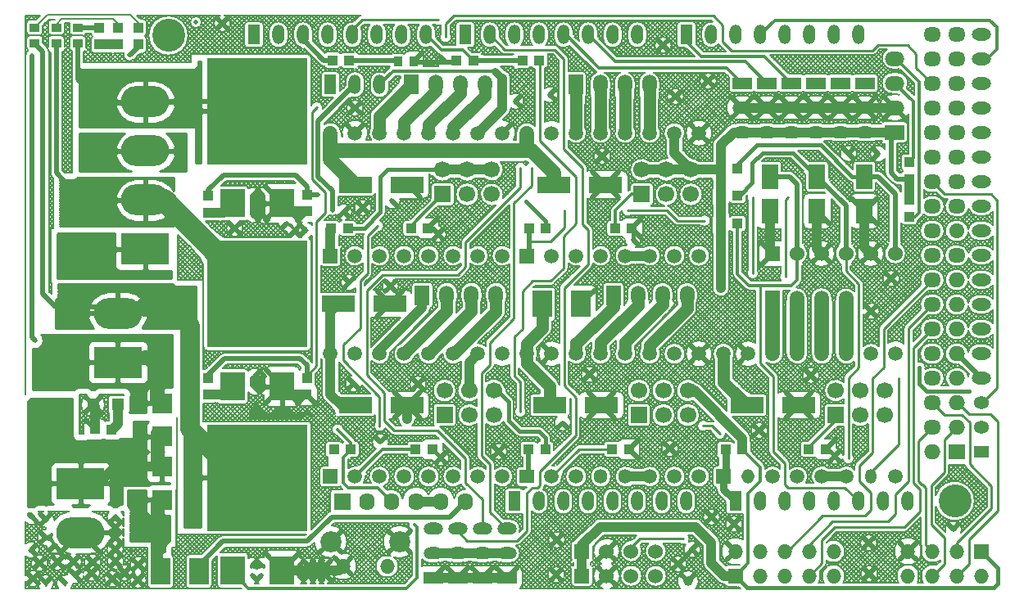
<source format=gtl>
%TF.GenerationSoftware,KiCad,Pcbnew,5.0.2*%
%TF.CreationDate,2019-02-17T00:51:26-08:00*%
%TF.ProjectId,RAMPS-1.6,52414d50-532d-4312-9e36-2e6b69636164,rev?*%
%TF.SameCoordinates,Original*%
%TF.FileFunction,Copper,L1,Top*%
%TF.FilePolarity,Positive*%
%FSLAX46Y46*%
G04 Gerber Fmt 4.6, Leading zero omitted, Abs format (unit mm)*
G04 Created by KiCad (PCBNEW 5.0.2) date Sun 17 Feb 2019 12:51:26 AM PST*
%MOMM*%
%LPD*%
G01*
G04 APERTURE LIST*
%ADD10C,0.203200*%
%ADD11R,1.700000X1.700000*%
%ADD12C,1.700000*%
%ADD13C,1.509600*%
%ADD14R,1.509600X1.509600*%
%ADD15O,1.200000X1.509600*%
%ADD16O,1.300000X1.509600*%
%ADD17O,1.400000X1.509600*%
%ADD18R,1.500000X1.400000*%
%ADD19R,1.000000X1.100000*%
%ADD20R,1.100000X1.000000*%
%ADD21R,2.500000X3.000000*%
%ADD22R,10.400000X11.000000*%
%ADD23O,1.524000X1.524000*%
%ADD24C,2.184400*%
%ADD25O,1.270000X2.000000*%
%ADD26R,1.270000X2.000000*%
%ADD27R,1.800000X1.800000*%
%ADD28O,1.600000X1.800000*%
%ADD29O,2.000000X1.500000*%
%ADD30R,2.000000X1.500000*%
%ADD31R,1.524000X1.524000*%
%ADD32C,1.524000*%
%ADD33R,5.000000X3.200000*%
%ADD34O,5.000000X3.200000*%
%ADD35O,1.500000X2.000000*%
%ADD36R,1.500000X2.000000*%
%ADD37R,2.000000X1.270000*%
%ADD38O,2.000000X1.270000*%
%ADD39O,1.500000X1.900000*%
%ADD40C,1.270000*%
%ADD41R,1.270000X1.270000*%
%ADD42O,2.000000X1.300000*%
%ADD43O,1.600000X1.300000*%
%ADD44R,1.600000X1.300000*%
%ADD45O,1.800000X1.524000*%
%ADD46R,1.700000X1.524000*%
%ADD47O,1.700000X1.524000*%
%ADD48O,1.600000X1.524000*%
%ADD49R,2.032000X2.032000*%
%ADD50R,1.000000X0.900000*%
%ADD51R,0.900000X1.000000*%
%ADD52R,2.000000X2.800000*%
%ADD53R,3.454400X1.676400*%
%ADD54R,1.676400X2.540000*%
%ADD55C,3.403600*%
%ADD56C,1.000000*%
%ADD57C,0.500000*%
%ADD58C,1.016000*%
%ADD59C,0.508000*%
%ADD60C,0.254000*%
%ADD61C,2.286000*%
%ADD62C,1.270000*%
%ADD63C,2.032000*%
%ADD64C,0.762000*%
%ADD65C,0.304800*%
%ADD66C,1.524000*%
%ADD67C,0.381000*%
G04 APERTURE END LIST*
D10*
X148545360Y87803420D02*
G75*
G02X149650960Y86697820I0J-1105600D01*
G01*
X148731600Y88148019D02*
G75*
G02X148545360Y88132220I-186240J1089801D01*
G01*
X149650959Y86697824D02*
G75*
G02X149528850Y86192750I-1105599J-4D01*
G01*
X148045361Y88132218D02*
G75*
G02X147463010Y90177620I-1J1105602D01*
G01*
X148045360Y85592220D02*
G75*
G02X148045360Y87803420I0J1105600D01*
G01*
X149717760Y83469350D02*
G75*
G02X148545360Y82798220I-1172400J688470D01*
G01*
X148545363Y85517424D02*
G75*
G02X148773480Y85498150I-3J-1359604D01*
G01*
X146741177Y84542032D02*
G75*
G02X148045360Y85517420I1304183J-384212D01*
G01*
X148045360Y82798216D02*
G75*
G02X146745170Y83760290I0J1359604D01*
G01*
X146325916Y89735478D02*
G75*
G02X145983960Y89593420I-341956J340542D01*
G01*
X146196560Y87675720D02*
G75*
G02X146552160Y87320120I0J-355600D01*
G01*
X146325210Y89734770D02*
G75*
G02X145983960Y89593420I-341250J341250D01*
G01*
X146552160Y86050120D02*
G75*
G02X146196560Y85694520I-355600J0D01*
G01*
X143926561Y87551532D02*
G75*
G02X144196560Y87675720I269999J-231412D01*
G01*
X144196558Y85694521D02*
G75*
G02X143926560Y85818710I2J355599D01*
G01*
X143926559Y85818708D02*
G75*
G02X143656560Y85694520I-269999J231412D01*
G01*
X143656562Y87675719D02*
G75*
G02X143926560Y87551530I-2J-355599D01*
G01*
X145561561Y85389715D02*
G75*
G02X146741170Y84542030I-1J-1244595D01*
G01*
X146745171Y83760291D02*
G75*
G02X145561560Y82900520I-1183611J384829D01*
G01*
X143926561Y84999523D02*
G75*
G02X144831560Y85389720I904999J-854403D01*
G01*
X144831557Y82900522D02*
G75*
G02X143926560Y83290720I3J1244598D01*
G01*
X143926559Y83290717D02*
G75*
G02X143021560Y82900520I-904999J854403D01*
G01*
X143021563Y85389718D02*
G75*
G02X143926560Y84999520I-3J-1244598D01*
G01*
X149295360Y82723420D02*
G75*
G02X149650960Y82367820I0J-355600D01*
G01*
X149650960Y80867820D02*
G75*
G02X149295360Y80512220I-355600J0D01*
G01*
X147279365Y78856066D02*
G75*
G02X147279360Y79895360I-689765J519644D01*
G01*
X148922970Y79036410D02*
G75*
G02X149278570Y79392010I355600J0D01*
G01*
X149099432Y77629228D02*
G75*
G02X148922970Y77936410I179138J307182D01*
G01*
X148923502Y77402348D02*
G75*
G02X149099430Y77629220I345058J-85928D01*
G01*
X146583400Y77614777D02*
G75*
G02X147014450Y77436230I0J-609597D01*
G01*
X146583400Y77614777D02*
G75*
G02X147014450Y77436230I0J-609597D01*
G01*
X147457908Y76995768D02*
G75*
G02X147279360Y77426820I431052J431052D01*
G01*
X147457908Y76995768D02*
G75*
G02X147279360Y77426820I431052J431052D01*
G01*
X145561563Y82595723D02*
G75*
G02X145901060Y82535730I-3J-990603D01*
G01*
X144492064Y82535728D02*
G75*
G02X144831560Y82595720I339496J-930608D01*
G01*
X145901056Y80674512D02*
G75*
G02X145561560Y80614520I-339496J930608D01*
G01*
X144831557Y80614517D02*
G75*
G02X144492060Y80674510I3J990603D01*
G01*
X143021563Y82595723D02*
G75*
G02X143361060Y82535730I-3J-990603D01*
G01*
X143361056Y80674512D02*
G75*
G02X143021560Y80614520I-339496J930608D01*
G01*
X145971260Y78630780D02*
G75*
G02X146326860Y78275180I0J-355600D01*
G01*
X144373170Y79404240D02*
G75*
G03X144373170Y79404240I-863600J0D01*
G01*
X143939260Y78275180D02*
G75*
G02X144294860Y78630780I355600J0D01*
G01*
X143875538Y76459512D02*
G75*
G02X143511070Y76619030I21682J545668D01*
G01*
X143875538Y76459512D02*
G75*
G02X143511070Y76619030I21682J545668D01*
G01*
X141386561Y87551532D02*
G75*
G02X141656560Y87675720I269999J-231412D01*
G01*
X141656558Y85694521D02*
G75*
G02X141386560Y85818710I2J355599D01*
G01*
X141116562Y87675719D02*
G75*
G02X141386560Y87551530I-2J-355599D01*
G01*
X141386559Y85818708D02*
G75*
G02X141116560Y85694520I-269999J231412D01*
G01*
X141386561Y84999523D02*
G75*
G02X142291560Y85389720I904999J-854403D01*
G01*
X142291557Y82900522D02*
G75*
G02X141386560Y83290720I3J1244598D01*
G01*
X140481563Y85389718D02*
G75*
G02X141386560Y84999520I-3J-1244598D01*
G01*
X138846561Y84999523D02*
G75*
G02X139751560Y85389720I904999J-854403D01*
G01*
X141386559Y83290717D02*
G75*
G02X140481560Y82900520I-904999J854403D01*
G01*
X139751557Y82900522D02*
G75*
G02X138846560Y83290720I3J1244598D01*
G01*
X138846561Y87551532D02*
G75*
G02X139116560Y87675720I269999J-231412D01*
G01*
X138846559Y85818708D02*
G75*
G02X138576560Y85694520I-269999J231412D01*
G01*
X138576562Y87675719D02*
G75*
G02X138846560Y87551530I-2J-355599D01*
G01*
X139116558Y85694521D02*
G75*
G02X138846560Y85818710I2J355599D01*
G01*
X136576558Y85694521D02*
G75*
G02X136306560Y85818710I2J355599D01*
G01*
X136306559Y85818708D02*
G75*
G02X136036560Y85694520I-269999J231412D01*
G01*
X137941563Y85389718D02*
G75*
G02X138846560Y84999520I-3J-1244598D01*
G01*
X136306561Y84999523D02*
G75*
G02X137211560Y85389720I904999J-854403D01*
G01*
X135401563Y85389718D02*
G75*
G02X136306560Y84999520I-3J-1244598D01*
G01*
X138846559Y83290717D02*
G75*
G02X137941560Y82900520I-904999J854403D01*
G01*
X137211557Y82900522D02*
G75*
G02X136306560Y83290720I3J1244598D01*
G01*
X136306559Y83290717D02*
G75*
G02X135401560Y82900520I-904999J854403D01*
G01*
X133766561Y84999523D02*
G75*
G02X134671560Y85389720I904999J-854403D01*
G01*
X134671557Y82900522D02*
G75*
G02X133766560Y83290720I3J1244598D01*
G01*
X141952064Y82535728D02*
G75*
G02X142291560Y82595720I339496J-930608D01*
G01*
X142291557Y80614517D02*
G75*
G02X141952060Y80674510I3J990603D01*
G01*
X140481563Y82595723D02*
G75*
G02X140821060Y82535730I-3J-990603D01*
G01*
X139412064Y82535728D02*
G75*
G02X139751560Y82595720I339496J-930608D01*
G01*
X141094460Y78630780D02*
G75*
G02X141450060Y78275180I0J-355600D01*
G01*
X137941563Y82595723D02*
G75*
G02X138281060Y82535730I-3J-990603D01*
G01*
X136872064Y82535728D02*
G75*
G02X137211560Y82595720I339496J-930608D01*
G01*
X135401563Y82595723D02*
G75*
G02X135741060Y82535730I-3J-990603D01*
G01*
X134332064Y82535728D02*
G75*
G02X134671560Y82595720I339496J-930608D01*
G01*
X137414000Y77614777D02*
G75*
G02X137845050Y77436230I0J-609597D01*
G01*
X137414000Y77614777D02*
G75*
G02X137845050Y77436230I0J-609597D01*
G01*
X138591812Y76689472D02*
G75*
G02X138770360Y76258420I-431052J-431052D01*
G01*
X138591812Y76689472D02*
G75*
G02X138770360Y76258420I-431052J-431052D01*
G01*
X136243060Y78630780D02*
G75*
G02X136598660Y78275180I0J-355600D01*
G01*
X158404559Y73388079D02*
G75*
G02X157586160Y72966820I-818399J584341D01*
G01*
X156886158Y72966819D02*
G75*
G02X155921460Y73688540I2J1005601D01*
G01*
X155921458Y73688539D02*
G75*
G02X154834160Y72829420I-1087298J258481D01*
G01*
X154558161Y72829419D02*
G75*
G02X153740610Y74709020I-1J1117601D01*
G01*
X157586161Y72438020D02*
G75*
G02X158404560Y72016760I-1J-1005600D01*
G01*
X158404559Y70848079D02*
G75*
G02X157586160Y70426820I-818399J584341D01*
G01*
X155889919Y71569294D02*
G75*
G02X156886160Y72438020I996241J-136874D01*
G01*
X156886163Y70426823D02*
G75*
G02X155893520Y71271510I-3J1005597D01*
G01*
X154784165Y72524623D02*
G75*
G02X155889920Y71569290I-5J-1117603D01*
G01*
X155893515Y71271513D02*
G75*
G02X154784160Y70289420I-1109355J135507D01*
G01*
X154608160Y70289420D02*
G75*
G02X154608160Y72524620I0J1117600D01*
G01*
X152550556Y75399228D02*
G75*
G02X152294160Y75369420I-256396J1087792D01*
G01*
X153451556Y74709019D02*
G75*
G02X153109600Y74851080I4J482601D01*
G01*
X153451560Y74709020D02*
G75*
G02X153110310Y74850370I0J482600D01*
G01*
X152294160Y75064620D02*
G75*
G02X153411760Y73947020I0J-1117600D01*
G01*
X153411760Y73947020D02*
G75*
G02X152294160Y72829420I-1117600J0D01*
G01*
X148751814Y75698869D02*
G75*
G02X148904960Y75441950I-431054J-431049D01*
G01*
X148504791Y76158454D02*
G75*
G02X148118310Y76335370I44569J607966D01*
G01*
X152018159Y75369420D02*
G75*
G02X151292560Y75637000I1J1117600D01*
G01*
X151292561Y74797041D02*
G75*
G02X152018160Y75064620I725599J-850021D01*
G01*
X152018165Y72829421D02*
G75*
G02X151257980Y73127780I-5J1117599D01*
G01*
X151257973Y73127777D02*
G75*
G02X151142960Y72952000I-473413J184243D01*
G01*
X148751814Y75698869D02*
G75*
G02X148904960Y75441950I-431054J-431049D01*
G01*
X151257974Y73127782D02*
G75*
G02X151143770Y72952810I-473414J184238D01*
G01*
X153411760Y71407020D02*
G75*
G02X152294160Y70289420I-1117600J0D01*
G01*
X152294160Y72524620D02*
G75*
G02X153411760Y71407020I0J-1117600D01*
G01*
X150719988Y72529026D02*
G75*
G02X150614150Y72447590I-360018J358404D01*
G01*
X150719183Y72528218D02*
G75*
G02X150614150Y72447590I-359213J359212D01*
G01*
X150614150Y72337430D02*
G75*
G02X150258550Y71981830I-355600J0D01*
G01*
X149258555Y71981832D02*
G75*
G02X148930360Y72200530I-5J355598D01*
G01*
X152018160Y70289420D02*
G75*
G02X152018160Y72524620I0J1117600D01*
G01*
X157586161Y69898020D02*
G75*
G02X158404560Y69476760I-1J-1005600D01*
G01*
X158404559Y68308079D02*
G75*
G02X157586160Y67886820I-818399J584341D01*
G01*
X156886158Y67886819D02*
G75*
G02X155921460Y68608540I2J1005601D01*
G01*
X155914731Y69152336D02*
G75*
G02X156886160Y69898020I971429J-259916D01*
G01*
X154834156Y69984624D02*
G75*
G02X155914730Y69152340I4J-1117604D01*
G01*
X155921458Y68608539D02*
G75*
G02X154834160Y67749420I-1087298J258481D01*
G01*
X157586161Y67358020D02*
G75*
G02X158404560Y66936760I-1J-1005600D01*
G01*
X158404559Y65768079D02*
G75*
G02X157586160Y65346820I-818399J584341D01*
G01*
X156886163Y65346823D02*
G75*
G02X155893520Y66191510I-3J1005597D01*
G01*
X155889919Y66489294D02*
G75*
G02X156886160Y67358020I996241J-136874D01*
G01*
X154784165Y67444623D02*
G75*
G02X155889920Y66489290I-5J-1117603D01*
G01*
X155893515Y66191513D02*
G75*
G02X154784160Y65209420I-1109355J135507D01*
G01*
X154608160Y65209420D02*
G75*
G02X154608160Y67444620I0J1117600D01*
G01*
X152294160Y69984620D02*
G75*
G02X153411760Y68867020I0J-1117600D01*
G01*
X154558160Y67749420D02*
G75*
G02X154558160Y69984620I0J1117600D01*
G01*
X152018160Y67749420D02*
G75*
G02X152018160Y69984620I0J1117600D01*
G01*
X153411760Y68867020D02*
G75*
G02X152294160Y67749420I-1117600J0D01*
G01*
X149134483Y69836304D02*
G75*
G02X149438360Y69070220I-813723J-766084D01*
G01*
X152294160Y67444620D02*
G75*
G02X153411760Y66327020I0J-1117600D01*
G01*
X153411760Y66327020D02*
G75*
G02X152294160Y65209420I-1117600J0D01*
G01*
X151002804Y65860027D02*
G75*
G02X152018160Y67444620I1015356J466993D01*
G01*
X152018155Y65209421D02*
G75*
G02X151761760Y65239230I5J1117599D01*
G01*
X148504791Y76158454D02*
G75*
G02X148118310Y76335370I44569J607966D01*
G01*
X146326860Y75735180D02*
G75*
G02X145971260Y75379580I-355600J0D01*
G01*
X144294860Y75379580D02*
G75*
G02X143939260Y75735180I0J355600D01*
G01*
X145971260Y75328780D02*
G75*
G02X146580860Y74719180I0J-609600D01*
G01*
X143685260Y74719180D02*
G75*
G02X144294860Y75328780I609600J0D01*
G01*
X146580860Y72179180D02*
G75*
G02X145971260Y71569580I-609600J0D01*
G01*
X144294859Y71569581D02*
G75*
G02X143850360Y71762010I1J609599D01*
G01*
X141704060Y72179180D02*
G75*
G02X141094460Y71569580I-609600J0D01*
G01*
X139418060Y75379580D02*
G75*
G02X139062460Y75735180I0J355600D01*
G01*
X138808460Y74719180D02*
G75*
G02X139418060Y75328780I609600J0D01*
G01*
X139418060Y71569580D02*
G75*
G02X138808460Y72179180I0J609600D01*
G01*
X134566662Y71569579D02*
G75*
G02X134096760Y71790840I-2J609601D01*
G01*
X136382761Y70441816D02*
G75*
G02X136484360Y70433290I-1J-609596D01*
G01*
X136484360Y71619371D02*
G75*
G02X136243060Y71569580I-241300J559809D01*
G01*
X134249160Y69832220D02*
G75*
G02X134858760Y70441820I609600J0D01*
G01*
X149438362Y69070221D02*
G75*
G02X147507040Y69836310I-1117602J-1D01*
G01*
X147152360Y69070220D02*
G75*
G03X147152360Y69070220I-1371600J0D01*
G01*
X144054483Y69836304D02*
G75*
G02X144358360Y69070220I-813723J-766084D01*
G01*
X144358364Y69070217D02*
G75*
G02X144052330Y68301850I-1117604J3D01*
G01*
X142429197Y68301845D02*
G75*
G02X142427040Y69836310I811563J768375D01*
G01*
X148768820Y66479520D02*
G75*
G03X148768820Y66479520I-863600J0D01*
G01*
X144902102Y66291866D02*
G75*
G02X145044160Y65949910I-340542J-341956D01*
G01*
X144902810Y66291160D02*
G75*
G02X145044160Y65949910I-341250J-341250D01*
G01*
X142900218Y66928754D02*
G75*
G02X142758160Y67270710I340542J341956D01*
G01*
X142899510Y66929460D02*
G75*
G02X142758160Y67270710I341250J341250D01*
G01*
X138974483Y69836304D02*
G75*
G02X139278360Y69070220I-813723J-766084D01*
G01*
X142072360Y69070220D02*
G75*
G03X142072360Y69070220I-1371600J0D01*
G01*
X139278356Y69070222D02*
G75*
G02X138972660Y68302210I-1117596J-2D01*
G01*
X134858760Y67698620D02*
G75*
G02X134249160Y68308220I0J609600D01*
G01*
X138668760Y66301620D02*
G75*
G02X138519970Y65942410I-508000J0D01*
G01*
X138668761Y66301615D02*
G75*
G02X138519160Y65941600I-508001J5D01*
G01*
X136484360Y67707146D02*
G75*
G02X136382760Y67698620I-101600J601074D01*
G01*
X136512589Y66276221D02*
G75*
G02X136476740Y67044970I454371J406399D01*
G01*
X130174111Y90598372D02*
G75*
G02X130080140Y90731090I341249J341248D01*
G01*
X130080138Y90731090D02*
G75*
G02X128305560Y91336620I-783978J605530D01*
G01*
X130174819Y90597666D02*
G75*
G02X130080140Y90731090I340541J341954D01*
G01*
X128305559Y92066616D02*
G75*
G02X129455330Y93044350I990601J4D01*
G01*
X133766559Y85818708D02*
G75*
G02X133496560Y85694520I-269999J231412D01*
G01*
X134036558Y85694521D02*
G75*
G02X133766560Y85818710I2J355599D01*
G01*
X131496560Y85694520D02*
G75*
G02X131140960Y86050120I0J355600D01*
G01*
X129862020Y86907800D02*
G75*
G03X129862020Y86907800I-863600J0D01*
G01*
X127391160Y93057220D02*
G75*
G02X127746760Y92701620I0J-355600D01*
G01*
X125765560Y92701620D02*
G75*
G02X126121160Y93057220I355600J0D01*
G01*
X126121160Y90346020D02*
G75*
G02X125765560Y90701620I0J355600D01*
G01*
X125198000Y90616760D02*
G75*
G03X125198000Y90616760I-863600J0D01*
G01*
X123403588Y87790020D02*
G75*
G02X124026360Y86795420I-482828J-994600D01*
G01*
X124026364Y86295418D02*
G75*
G02X123962030Y85923780I-1105604J2D01*
G01*
X132861563Y85389718D02*
G75*
G02X133766560Y84999520I-3J-1244598D01*
G01*
X133766559Y83290717D02*
G75*
G02X132861560Y82900520I-904999J854403D01*
G01*
X132131560Y82900520D02*
G75*
G02X132131560Y85389720I0J1244600D01*
G01*
X132861563Y82595723D02*
G75*
G02X133201060Y82535730I-3J-990603D01*
G01*
X131746367Y82517762D02*
G75*
G02X132131560Y82595720I385193J-912642D01*
G01*
X131034025Y82214802D02*
G75*
G02X131335310Y82411030I611635J-609682D01*
G01*
X131034998Y82215776D02*
G75*
G02X131335310Y82411030I610662J-610656D01*
G01*
X129448556Y80271620D02*
G75*
G02X129701500Y80882280I863604J0D01*
G01*
X129448562Y80271622D02*
G75*
G02X129702480Y80883250I863598J-2D01*
G01*
X126479780Y85309380D02*
G75*
G03X126479780Y85309380I-863600J0D01*
G01*
X129418360Y81527820D02*
G75*
G03X129418360Y81527820I-1364400J0D01*
G01*
X124628338Y80857998D02*
G75*
G02X126624360Y81527820I885622J669822D01*
G01*
X123911361Y82123024D02*
G75*
G02X124084360Y81527820I-937401J-595204D01*
G01*
X126624360Y81527823D02*
G75*
G02X126389420Y80844770I-1110400J-3D01*
G01*
X124811026Y78924254D02*
G75*
G02X124650360Y79425940I702934J501686D01*
G01*
X124811026Y78924254D02*
G75*
G02X124650360Y79425940I702934J501686D01*
G01*
X120685560Y92066620D02*
G75*
G02X122666760Y92066620I990600J0D01*
G01*
X122666760Y91336620D02*
G75*
G02X120685560Y91336620I-990600J0D01*
G01*
X118145560Y92066620D02*
G75*
G02X120126760Y92066620I990600J0D01*
G01*
X120126760Y91336620D02*
G75*
G02X118145560Y91336620I-990600J0D01*
G01*
X121815159Y86795419D02*
G75*
G02X122437930Y87790020I1105601J1D01*
G01*
X120863588Y87790020D02*
G75*
G02X121486360Y86795420I-482828J-994600D01*
G01*
X119275159Y86795419D02*
G75*
G02X119897930Y87790020I1105601J1D01*
G01*
X115605560Y92066620D02*
G75*
G02X117586760Y92066620I990600J0D01*
G01*
X117472833Y87838007D02*
G75*
G02X117329150Y87938810I215527J460013D01*
G01*
X117472828Y87838008D02*
G75*
G02X117328340Y87939620I215532J460012D01*
G01*
X118323588Y87790020D02*
G75*
G02X118946360Y86795420I-482828J-994600D01*
G01*
X116735163Y86795415D02*
G75*
G02X117472830Y87838000I1105597J5D01*
G01*
X115645035Y91059765D02*
G75*
G02X115605560Y91336620I951125J276855D01*
G01*
X116050760Y87901020D02*
G75*
G02X116406360Y87545420I0J-355600D01*
G01*
X121866355Y85962881D02*
G75*
G02X121815160Y86295420I1054405J332539D01*
G01*
X121486364Y86295418D02*
G75*
G02X121422030Y85923780I-1105604J2D01*
G01*
X124084362Y81527825D02*
G75*
G02X121930160Y81906600I-1110402J-5D01*
G01*
X121371361Y82123024D02*
G75*
G02X121544360Y81527820I-937401J-595204D01*
G01*
X121544362Y81527825D02*
G75*
G02X119390160Y81906600I-1110402J-5D01*
G01*
X119326355Y85962881D02*
G75*
G02X119275160Y86295420I1054405J332539D01*
G01*
X118946364Y86295418D02*
G75*
G02X118882030Y85923780I-1105604J2D01*
G01*
X116786355Y85962881D02*
G75*
G02X116735160Y86295420I1054405J332539D01*
G01*
X118831361Y82123024D02*
G75*
G02X119004360Y81527820I-937401J-595204D01*
G01*
X119004362Y81527825D02*
G75*
G02X116850160Y81906600I-1110402J-5D01*
G01*
X118907560Y79128620D02*
G75*
G03X118907560Y79128620I-863600J0D01*
G01*
X116291361Y82123024D02*
G75*
G02X116464360Y81527820I-937401J-595204D01*
G01*
X133124319Y74523960D02*
G75*
G02X133046530Y75109100I489841J362860D01*
G01*
X132937750Y74580010D02*
G75*
G02X132582150Y74224410I-355600J0D01*
G01*
X131482152Y74224405D02*
G75*
G02X131194780Y74370550I-2J355605D01*
G01*
X132582150Y73014610D02*
G75*
G02X132937750Y72659010I0J-355600D01*
G01*
X132937750Y71659010D02*
G75*
G02X132582150Y71303410I-355600J0D01*
G01*
X131213093Y72891517D02*
G75*
G02X131482150Y73014610I269057J-232507D01*
G01*
X131482152Y71303405D02*
G75*
G02X131194780Y71449550I-2J355605D01*
G01*
X127277906Y78930411D02*
G75*
G02X128018980Y78623450I-64546J-1203871D01*
G01*
X128018987Y76829637D02*
G75*
G02X126407740Y76829630I-805627J896903D01*
G01*
X128418960Y75186540D02*
G75*
G03X128418960Y75186540I-1205600J0D01*
G01*
X128272897Y72963660D02*
G75*
G02X129245360Y72473820I362863J-489840D01*
G01*
X129245361Y72473818D02*
G75*
G02X128273410Y71983600I-609601J2D01*
G01*
X125878961Y75186544D02*
G75*
G02X124829710Y73991120I-1205601J-4D01*
G01*
X124829710Y73991119D02*
G75*
G02X125091520Y73855760I-80150J-475899D01*
G01*
X124829706Y73991118D02*
G75*
G02X125090810Y73856470I-80146J-475898D01*
G01*
X125790960Y71991220D02*
G75*
G02X125449710Y72132570I0J482600D01*
G01*
X125790956Y71991219D02*
G75*
G02X125449000Y72133280I4J482601D01*
G01*
X134104000Y67401083D02*
G75*
G02X134223760Y67038220I-489840J-362863D01*
G01*
X134223761Y67038218D02*
G75*
G02X133123940Y67400570I-609601J2D01*
G01*
X133233160Y65260220D02*
G75*
G02X132873950Y65409010I0J508000D01*
G01*
X133233155Y65260219D02*
G75*
G02X132873140Y65409820I5J508001D01*
G01*
X131673747Y66609214D02*
G75*
G02X131524150Y66969230I358403J360016D01*
G01*
X131672940Y66610020D02*
G75*
G02X131524150Y66969230I359210J359210D01*
G01*
X129164360Y68827820D02*
G75*
G03X129164360Y68827820I-1110400J0D01*
G01*
X126624360Y68827820D02*
G75*
G03X126624360Y68827820I-1110400J0D01*
G01*
X131175757Y65567381D02*
G75*
G02X131181320Y65469520I-858037J-97861D01*
G01*
X129701503Y64864423D02*
G75*
G02X129448560Y65475080I610657J610657D01*
G01*
X131181324Y65469520D02*
G75*
G02X129707060Y64858860I-863604J0D01*
G01*
X129701503Y64864423D02*
G75*
G02X129448560Y65475080I610657J610657D01*
G01*
X125701360Y64976820D02*
G75*
G02X127912560Y64976820I1105600J0D01*
G01*
X123867738Y78623441D02*
G75*
G02X124811020Y78924250I805622J-896901D01*
G01*
X125478987Y76829637D02*
G75*
G02X123867740Y76829630I-805627J896903D01*
G01*
X122983360Y76392140D02*
G75*
G02X123338960Y76036540I0J-355600D01*
G01*
X122938987Y76829637D02*
G75*
G02X122938980Y78623450I-805627J896903D01*
G01*
X120927760Y76036540D02*
G75*
G02X121283360Y76392140I355600J0D01*
G01*
X124472317Y73997821D02*
G75*
G02X125878960Y75186540I201043J1188719D01*
G01*
X123338960Y74336538D02*
G75*
G02X123091620Y73997820I-355600J2D01*
G01*
X121048423Y73025382D02*
G75*
G02X120076790Y73483430I-362863J489838D01*
G01*
X120718582Y75561348D02*
G75*
G02X120927760Y75676620I342898J-374808D01*
G01*
X120718582Y75561348D02*
G75*
G02X120927760Y75676620I342898J-374808D01*
G01*
X121667360Y72770620D02*
G75*
G02X122276960Y72161020I0J-609600D01*
G01*
X120108980Y77642720D02*
G75*
G02X120718580Y77033120I0J-609600D01*
G01*
X116377902Y78249576D02*
G75*
G02X116519960Y77907620I-340542J-341956D01*
G01*
X116378610Y78248870D02*
G75*
G02X116519960Y77907620I-341250J-341250D01*
G01*
X116519960Y77627670D02*
G75*
G02X116654580Y77642720I134620J-594550D01*
G01*
X116654580Y74747120D02*
G75*
G02X116519960Y74762170I0J609600D01*
G01*
X118889370Y73522430D02*
G75*
G02X119038160Y73881640I508000J0D01*
G01*
X118889369Y73522435D02*
G75*
G02X119038970Y73882450I508001J-5D01*
G01*
X120065149Y72506557D02*
G75*
G02X120567360Y72770620I502211J-345537D01*
G01*
X119947374Y72526632D02*
G75*
G02X120065150Y72506560I-4J-355602D01*
G01*
X118491770Y72171030D02*
G75*
G02X118847370Y72526630I355600J0D01*
G01*
X116937410Y71855460D02*
G75*
G02X117078760Y71514210I-341250J-341250D01*
G01*
X116936702Y71856166D02*
G75*
G02X117078760Y71514210I-340542J-341956D01*
G01*
X122304138Y69713442D02*
G75*
G02X124084360Y68827820I669822J-885622D01*
G01*
X124084360Y68827823D02*
G75*
G02X122290910Y67952360I-1110400J-3D01*
G01*
X122063640Y70697800D02*
G75*
G02X122082560Y70518020I-844680J-179780D01*
G01*
X122276959Y71161019D02*
G75*
G02X122063640Y70697800I-609599J1D01*
G01*
X122082562Y70518018D02*
G75*
G02X121474690Y69693150I-863602J2D01*
G01*
X121103782Y67942198D02*
G75*
G02X120588950Y69927350I-669822J885622D01*
G01*
X123161360Y64976820D02*
G75*
G02X125372560Y64976820I1105600J0D01*
G01*
X120621360Y64976820D02*
G75*
G02X122832560Y64976820I1105600J0D01*
G01*
X120358234Y70588414D02*
G75*
G02X120054260Y70831870I209126J572606D01*
G01*
X120588949Y69927345D02*
G75*
G02X120358230Y70588410I630011J590675D01*
G01*
X120054255Y70831874D02*
G75*
G02X119947370Y70815430I-106885J339156D01*
G01*
X118847370Y70815430D02*
G75*
G02X118491770Y71171030I0J355600D01*
G01*
X117078763Y69581771D02*
G75*
G02X119004360Y68827820I815197J-753951D01*
G01*
X119004362Y68827817D02*
G75*
G02X117078760Y68073870I-1110402J3D01*
G01*
X115712555Y67776914D02*
G75*
G02X114538760Y68073870I-358595J1050906D01*
G01*
X117078760Y67978020D02*
G75*
G02X116937410Y67636770I-482600J0D01*
G01*
X117078761Y67978016D02*
G75*
G02X116936700Y67636060I-482601J4D01*
G01*
X119936960Y66082420D02*
G75*
G02X120292560Y65726820I0J-355600D01*
G01*
X118081360Y65726820D02*
G75*
G02X118436960Y66082420I355600J0D01*
G01*
X116826030Y65863930D02*
G75*
G02X117435630Y65254330I0J-609600D01*
G01*
X157586161Y64818020D02*
G75*
G02X158404560Y64396760I-1J-1005600D01*
G01*
X155889919Y63949294D02*
G75*
G02X156886160Y64818020I996241J-136874D01*
G01*
X158404559Y63228079D02*
G75*
G02X157586160Y62806820I-818399J584341D01*
G01*
X154784165Y64904623D02*
G75*
G02X155889920Y63949290I-5J-1117603D01*
G01*
X156886163Y62806823D02*
G75*
G02X155893520Y63651510I-3J1005597D01*
G01*
X152294160Y64904620D02*
G75*
G02X153411760Y63787020I0J-1117600D01*
G01*
X151002804Y63320027D02*
G75*
G02X152018160Y64904620I1015356J466993D01*
G01*
X153411760Y63787020D02*
G75*
G02X152294160Y62669420I-1117600J0D01*
G01*
X155893515Y63651513D02*
G75*
G02X154784160Y62669420I-1109355J135507D01*
G01*
X154608160Y62669420D02*
G75*
G02X154608160Y64904620I0J1117600D01*
G01*
X157586161Y62278020D02*
G75*
G02X158404560Y61856760I-1J-1005600D01*
G01*
X155889919Y61409294D02*
G75*
G02X156886160Y62278020I996241J-136874D01*
G01*
X156886163Y60266823D02*
G75*
G02X155893520Y61111510I-3J1005597D01*
G01*
X154784165Y62364623D02*
G75*
G02X155889920Y61409290I-5J-1117603D01*
G01*
X152294160Y62364620D02*
G75*
G02X153411760Y61247020I0J-1117600D01*
G01*
X145044163Y63409677D02*
G75*
G02X146711190Y63092960I803427J-316717D01*
G01*
X146711194Y63092962D02*
G75*
G02X145044160Y62776240I-863604J-2D01*
G01*
X152018155Y62669421D02*
G75*
G02X151761760Y62699230I5J1117599D01*
G01*
X151002804Y60780027D02*
G75*
G02X152018160Y62364620I1015356J466993D01*
G01*
X149214940Y61328400D02*
G75*
G02X149356290Y61669650I482600J0D01*
G01*
X149214939Y61328404D02*
G75*
G02X149357000Y61670360I482601J-4D01*
G01*
X146644360Y61297820D02*
G75*
G02X146785710Y61639070I482600J0D01*
G01*
X146644359Y61297824D02*
G75*
G02X146786420Y61639780I482601J-4D01*
G01*
X158404559Y60688079D02*
G75*
G02X157586160Y60266820I-818399J584341D01*
G01*
X157586161Y59738020D02*
G75*
G02X158404560Y59316760I-1J-1005600D01*
G01*
X155893515Y61111513D02*
G75*
G02X154784160Y60129420I-1109355J135507D01*
G01*
X154608160Y60129420D02*
G75*
G02X154608160Y62364620I0J1117600D01*
G01*
X154784165Y59824623D02*
G75*
G02X155889920Y58869290I-5J-1117603D01*
G01*
X154608160Y57589420D02*
G75*
G02X154608160Y59824620I0J1117600D01*
G01*
X155889919Y58869294D02*
G75*
G02X156886160Y59738020I996241J-136874D01*
G01*
X154896421Y57595076D02*
G75*
G02X154796420Y57589490I-112261J1111944D01*
G01*
X154784165Y57284623D02*
G75*
G02X155889920Y56329290I-5J-1117603D01*
G01*
X155889916Y56329291D02*
G75*
G02X155927400Y56495760I996244J-136871D01*
G01*
X153815045Y55379620D02*
G75*
G02X154608160Y57284620I793115J787400D01*
G01*
X153411760Y61247020D02*
G75*
G02X152294160Y60129420I-1117600J0D01*
G01*
X152018155Y60129421D02*
G75*
G02X151761760Y60159230I5J1117599D01*
G01*
X147609562Y59823387D02*
G75*
G02X149214940Y59767620I764398J-1130167D01*
G01*
X153411760Y58707020D02*
G75*
G02X152294160Y57589420I-1117600J0D01*
G01*
X152294160Y59824620D02*
G75*
G02X153411760Y58707020I0J-1117600D01*
G01*
X152294160Y57284620D02*
G75*
G02X153411760Y56167020I0J-1117600D01*
G01*
X153411757Y56167017D02*
G75*
G02X153087270Y55379620I-1117597J3D01*
G01*
X151422557Y57112688D02*
G75*
G02X152018160Y57284620I595603J-945668D01*
G01*
X145044167Y59473738D02*
G75*
G02X146644360Y59452320I789793J-780518D01*
G01*
X152018160Y57589420D02*
G75*
G02X152018160Y59824620I0J1117600D01*
G01*
X150688140Y57884233D02*
G75*
G02X151450140Y57293990I152400J-590243D01*
G01*
X151450134Y57293993D02*
G75*
G02X151422550Y57112690I-609594J-3D01*
G01*
X142135161Y64443423D02*
G75*
G02X144078960Y65164370I1105599J-3D01*
G01*
X142123161Y64193422D02*
G75*
G02X142135160Y64356750I1117599J-2D01*
G01*
X141803379Y64524603D02*
G75*
G02X141871560Y64140220I-1049419J-384383D01*
G01*
X139595155Y64443417D02*
G75*
G02X141803380Y64524610I1105605J3D01*
G01*
X141803379Y64524603D02*
G75*
G02X141871560Y64140220I-1049419J-384383D01*
G01*
X139595160Y64030094D02*
G75*
G02X139595160Y64356750I1105600J163326D01*
G01*
X139636359Y63644419D02*
G75*
G02X139595160Y63943420I1064401J299001D01*
G01*
X139595161Y61903420D02*
G75*
G02X139636360Y62202420I1105599J0D01*
G01*
X139636359Y61104419D02*
G75*
G02X139595160Y61403420I1064401J299001D01*
G01*
X137055160Y64443421D02*
G75*
G02X137415650Y65260220I1105600J-1D01*
G01*
X138126034Y65548474D02*
G75*
G02X139266360Y64443420I34726J-1105054D01*
G01*
X139266361Y64356748D02*
G75*
G02X139278360Y64193420I-1105601J-163328D01*
G01*
X137043161Y64193422D02*
G75*
G02X137055160Y64356750I1117599J-2D01*
G01*
X136726361Y64356748D02*
G75*
G02X136738360Y64193420I-1105601J-163328D01*
G01*
X144078959Y57897735D02*
G75*
G02X142503700Y57902960I-784999J795485D01*
G01*
X142450497Y57956157D02*
G75*
G02X142123160Y58746420I790263J790263D01*
G01*
X142450497Y57956157D02*
G75*
G02X142123160Y58746420I790263J790263D01*
G01*
X141871560Y58693220D02*
G75*
G02X139636360Y58693220I-1117600J0D01*
G01*
X139278362Y59033922D02*
G75*
G02X139331560Y58693220I-1064402J-340702D01*
G01*
X139331556Y58693220D02*
G75*
G02X137423700Y57902960I-1117596J0D01*
G01*
X142998340Y56204000D02*
G75*
G02X143139690Y56545250I482600J0D01*
G01*
X142998339Y56204004D02*
G75*
G02X143140400Y56545960I482601J-4D01*
G01*
X142998345Y54012245D02*
G75*
G02X142998340Y55771640I-824385J879695D01*
G01*
X140473810Y56458050D02*
G75*
G03X140473810Y56458050I-863600J0D01*
G01*
X140073380Y54808120D02*
G75*
G02X140682980Y54198520I0J-609600D01*
G01*
X137370497Y57956157D02*
G75*
G02X137043160Y58746420I790263J790263D01*
G01*
X137370497Y57956157D02*
G75*
G02X137043160Y58746420I790263J790263D01*
G01*
X136738362Y59033922D02*
G75*
G02X136791560Y58693220I-1064402J-340702D01*
G01*
X136791555Y58693220D02*
G75*
G02X134994920Y57805570I-1117595J0D01*
G01*
X134035617Y57399865D02*
G75*
G02X133921770Y57579240I340543J341955D01*
G01*
X133921771Y57579245D02*
G75*
G02X133893560Y59826620I-787811J1113975D01*
G01*
X134034909Y57400571D02*
G75*
G02X133921770Y57579240I341251J341249D01*
G01*
X136083980Y56716500D02*
G75*
G02X136225330Y56375250I-341250J-341250D01*
G01*
X136083272Y56717206D02*
G75*
G02X136225330Y56375250I-340542J-341956D01*
G01*
X136225331Y54663979D02*
G75*
G02X136618980Y54808120I393649J-465459D01*
G01*
X134739380Y54554120D02*
G75*
G02X135094980Y54198520I0J-355600D01*
G01*
X155671723Y46905064D02*
G75*
G02X155535610Y47175420I341247J341246D01*
G01*
X155672431Y46904358D02*
G75*
G02X155535610Y47175420I340539J341952D01*
G01*
X153883360Y46413880D02*
G75*
G02X153742010Y46072630I-482600J0D01*
G01*
X153883361Y46413876D02*
G75*
G02X153741300Y46071920I-482601J4D01*
G01*
X152529616Y44094680D02*
G75*
G02X156550360Y43479720I1963344J-614960D01*
G01*
X152529616Y44094680D02*
G75*
G02X156550360Y43479720I1963344J-614960D01*
G01*
X155201335Y40549650D02*
G75*
G02X155133670Y40214550I-863595J0D01*
G01*
X156550356Y43479721D02*
G75*
G02X152529620Y42864760I-2057396J-1D01*
G01*
X156550356Y43479721D02*
G75*
G02X152529620Y42864760I-2057396J-1D01*
G01*
X153535343Y40230332D02*
G75*
G02X155201340Y40549650I802397J319318D01*
G01*
X145526478Y51461273D02*
G75*
G02X143963540Y51408360I-812518J890667D01*
G01*
X143970780Y48235893D02*
G75*
G02X144090540Y47873030I-489840J-362863D01*
G01*
X144138350Y47090360D02*
G75*
G02X144279700Y47431610I482600J0D01*
G01*
X144138349Y47090364D02*
G75*
G02X144280410Y47432320I482601J-4D01*
G01*
X142935440Y48145139D02*
G75*
G02X142990720Y48235380I545500J-272109D01*
G01*
X144090542Y47873027D02*
G75*
G02X142875880Y47798750I-609602J3D01*
G01*
X149589900Y40396060D02*
G75*
G02X149248650Y40254710I-341250J341250D01*
G01*
X149590606Y40396768D02*
G75*
G02X149248650Y40254710I-341956J340542D01*
G01*
X151071796Y38715261D02*
G75*
G02X151013160Y38945820I423964J230559D01*
G01*
X151071796Y38715261D02*
G75*
G02X151013160Y38945820I423964J230559D01*
G01*
X151168113Y37627573D02*
G75*
G02X151063960Y37879020I251447J251447D01*
G01*
X150834612Y39072072D02*
G75*
G02X151013160Y38641020I-431052J-431052D01*
G01*
X152814007Y37246573D02*
G75*
G02X152562560Y37142420I-251447J251447D01*
G01*
X151013157Y37879020D02*
G75*
G02X150834610Y37447970I-609597J0D01*
G01*
X151800560Y37142416D02*
G75*
G02X151549110Y37246570I0J355604D01*
G01*
X150022560Y39631617D02*
G75*
G02X150453610Y39453070I0J-609597D01*
G01*
X148829508Y39453072D02*
G75*
G02X149260560Y39631620I431052J-431052D01*
G01*
X151549113Y36733467D02*
G75*
G02X151800560Y36837620I251447J-251447D01*
G01*
X151063956Y36101020D02*
G75*
G02X151168110Y36352470I355604J0D01*
G01*
X151168113Y35087573D02*
G75*
G02X151063960Y35339020I251447J251447D01*
G01*
X150453612Y37066968D02*
G75*
G02X150022560Y36888420I-431052J431052D01*
G01*
X150022560Y36837624D02*
G75*
G02X150274010Y36733470I0J-355604D01*
G01*
X149260560Y36888423D02*
G75*
G02X148829510Y37066970I0J609597D01*
G01*
X149009113Y36733467D02*
G75*
G02X149260560Y36837620I251447J-251447D01*
G01*
X150655007Y36352467D02*
G75*
G02X150759160Y36101020I-251447J-251447D01*
G01*
X150759164Y35339020D02*
G75*
G02X150655010Y35087570I-355604J0D01*
G01*
X148269963Y38641020D02*
G75*
G02X148448510Y39072070I609597J0D01*
G01*
X146449110Y39134750D02*
G75*
G03X146449110Y39134750I-863600J0D01*
G01*
X142971507Y38892467D02*
G75*
G02X143075660Y38641020I-251447J-251447D01*
G01*
X148523956Y36101020D02*
G75*
G02X148628110Y36352470I355604J0D01*
G01*
X148448508Y37447968D02*
G75*
G02X148269960Y37879020I431052J431052D01*
G01*
X148628113Y35087573D02*
G75*
G02X148523960Y35339020I251447J251447D01*
G01*
X146507810Y35940110D02*
G75*
G03X146507810Y35940110I-863600J0D01*
G01*
X142971507Y36352467D02*
G75*
G02X143075660Y36101020I-251447J-251447D01*
G01*
X143075664Y37879020D02*
G75*
G02X142971510Y37627570I-355604J0D01*
G01*
X143075664Y35339020D02*
G75*
G02X142971510Y35087570I-355604J0D01*
G01*
X140968360Y53201940D02*
G75*
G02X141323960Y53557540I355600J0D01*
G01*
X140682980Y52522120D02*
G75*
G02X140073380Y51912520I-609600J0D01*
G01*
X141682560Y49910620D02*
G75*
G02X142292160Y49301020I0J-609600D01*
G01*
X142292157Y48950379D02*
G75*
G02X142935440Y48145140I-219797J-835159D01*
G01*
X141012702Y51329981D02*
G75*
G02X140968360Y51501940I311258J171959D01*
G01*
X138506970Y49311030D02*
G75*
G02X138862570Y49666630I355600J0D01*
G01*
X140582562Y47691421D02*
G75*
G02X140069460Y47971870I-2J609599D01*
G01*
X140069455Y47971874D02*
G75*
G02X139962570Y47955430I-106885J339156D01*
G01*
X138862570Y47955430D02*
G75*
G02X138506970Y48311030I0J355600D01*
G01*
X135094980Y52522120D02*
G75*
G02X134739380Y52166520I-355600J0D01*
G01*
X136618980Y51912519D02*
G75*
G02X136225330Y52056660I0J609601D01*
G01*
X135141030Y50760960D02*
G75*
G03X135141030Y50760960I-863600J0D01*
G01*
X135402188Y48237954D02*
G75*
G02X135260130Y48579910I340542J341956D01*
G01*
X135401480Y48238660D02*
G75*
G02X135260130Y48579910I341250J341250D01*
G01*
X133131642Y50563687D02*
G75*
G02X133384620Y49992270I-609682J-611627D01*
G01*
X133132616Y50562714D02*
G75*
G02X133384620Y49992270I-610656J-610654D01*
G01*
X142624138Y46878846D02*
G75*
G02X144138350Y46714330I669822J-885626D01*
G01*
X142339060Y39377624D02*
G75*
G02X142590510Y39273470I0J-355604D01*
G01*
X142875884Y47798751D02*
G75*
G02X141319900Y47691420I-803524J316469D01*
G01*
X139867201Y45324904D02*
G75*
G02X141437010Y46868680I886759J668316D01*
G01*
X141325613Y39273467D02*
G75*
G02X141577060Y39377620I251447J-251447D01*
G01*
X142590507Y37246573D02*
G75*
G02X142339060Y37142420I-251447J251447D01*
G01*
X141577060Y37142416D02*
G75*
G02X141325610Y37246570I0J355604D01*
G01*
X142339060Y36837624D02*
G75*
G02X142590510Y36733470I0J-355604D01*
G01*
X141325613Y36733467D02*
G75*
G02X141577060Y36837620I251447J-251447D01*
G01*
X141208760Y37028120D02*
G75*
G02X141067410Y36686870I-482600J0D01*
G01*
X141208761Y37028116D02*
G75*
G02X141066700Y36686160I-482601J4D01*
G01*
X140840456Y36101020D02*
G75*
G02X140944610Y36352470I355604J0D01*
G01*
X140944613Y35087573D02*
G75*
G02X140840460Y35339020I251447J251447D01*
G01*
X137252842Y47752296D02*
G75*
G02X137394900Y47410340I-340542J-341956D01*
G01*
X137253550Y47751590D02*
G75*
G02X137394900Y47410340I-341250J-341250D01*
G01*
X137394903Y46742975D02*
G75*
G02X139324360Y45993220I819057J-749755D01*
G01*
X134709460Y47331940D02*
G75*
G02X134858250Y46972730I-359210J-359210D01*
G01*
X134708653Y47332746D02*
G75*
G02X134858250Y46972730I-358403J-360016D01*
G01*
X134858254Y46746621D02*
G75*
G02X136429700Y46806760I815706J-753401D01*
G01*
X139324357Y45993222D02*
G75*
G02X139100720Y45324910I-1110397J-2D01*
G01*
X140535664Y35339020D02*
G75*
G02X140431510Y35087570I-355604J0D01*
G01*
X132579186Y42112001D02*
G75*
G02X132445760Y42086020I-133426J329619D01*
G01*
X132525970Y41076750D02*
G75*
G03X132525970Y41076750I-863600J0D01*
G01*
X132179065Y39631620D02*
G75*
G02X132579190Y39481920I-5J-609600D01*
G01*
X127912559Y64476824D02*
G75*
G02X127797560Y63985840I-1105599J-4D01*
G01*
X127797560Y63365530D02*
G75*
G02X127507420Y62665070I-990600J0D01*
G01*
X129603361Y58191520D02*
G75*
G02X131704360Y58693220I990599J501700D01*
G01*
X127797560Y63365530D02*
G75*
G02X127507420Y62665070I-990600J0D01*
G01*
X129418360Y58693220D02*
G75*
G03X129418360Y58693220I-1364400J0D01*
G01*
X131704361Y58693220D02*
G75*
G02X131584560Y58191520I-1110401J0D01*
G01*
X129893500Y55078080D02*
G75*
G02X129603360Y55778540I700460J700460D01*
G01*
X129893500Y55078080D02*
G75*
G02X129603360Y55778540I700460J700460D01*
G01*
X127770673Y55734700D02*
G75*
G02X128192740Y55502600I-188593J-842760D01*
G01*
X127770673Y55734694D02*
G75*
G02X128193710Y55501620I-188593J-842754D01*
G01*
X125816361Y63985836D02*
G75*
G02X125701360Y64476820I990599J490984D01*
G01*
X125372559Y64476820D02*
G75*
G02X125352310Y64266190I-1105599J0D01*
G01*
X125147783Y63309336D02*
G75*
G02X124967420Y63062130I-880823J453254D01*
G01*
X125147783Y63309336D02*
G75*
G02X124967420Y63062130I-880823J453254D01*
G01*
X123187459Y64238011D02*
G75*
G02X123161360Y64476820I1079501J238809D01*
G01*
X122832557Y64476820D02*
G75*
G02X122817980Y64297880I-1105597J0D01*
G01*
X126624360Y58693220D02*
G75*
G03X126624360Y58693220I-1110400J0D01*
G01*
X123988006Y59145657D02*
G75*
G02X124084360Y58693220I-1014046J-452437D01*
G01*
X129372737Y51723136D02*
G75*
G02X129573140Y51679560I3J-482596D01*
G01*
X129372737Y51723136D02*
G75*
G02X129573140Y51679560I3J-482596D01*
G01*
X128837331Y50750698D02*
G75*
G02X128836820Y51730760I-362861J489842D01*
G01*
X131351970Y49666628D02*
G75*
G02X131642530Y49516030I0J-355598D01*
G01*
X129896370Y49311030D02*
G75*
G02X130251970Y49666630I355600J0D01*
G01*
X130810083Y50412797D02*
G75*
G02X129597620Y50322380I-609603J3D01*
G01*
X127423305Y53801749D02*
G75*
G02X127770670Y55734700I-514745J1090191D01*
G01*
X128114160Y52351940D02*
G75*
G03X128114160Y52351940I-1205600J0D01*
G01*
X125574160Y54891940D02*
G75*
G03X125574160Y54891940I-1205600J0D01*
G01*
X125574160Y52351940D02*
G75*
G03X125574160Y52351940I-1205600J0D01*
G01*
X122678560Y53557540D02*
G75*
G02X123034160Y53201940I0J-355600D01*
G01*
X123034160Y51501940D02*
G75*
G02X122678560Y51146340I-355600J0D01*
G01*
X125897940Y48886310D02*
G75*
G03X125897940Y48886310I-863600J0D01*
G01*
X121983360Y59532530D02*
G75*
G02X122273500Y60232990I990600J0D01*
G01*
X121983360Y59532530D02*
G75*
G02X122273500Y60232990I990600J0D01*
G01*
X124084361Y58693220D02*
G75*
G02X121983360Y59194920I-1110401J0D01*
G01*
X121424559Y59194920D02*
G75*
G02X121544360Y58693220I-990599J-501700D01*
G01*
X120653273Y64213100D02*
G75*
G02X120621360Y64476820I1073687J263720D01*
G01*
X119443358Y59929583D02*
G75*
G02X119451610Y60057180I990602J-3D01*
G01*
X119443358Y59929583D02*
G75*
G02X119451610Y60057180I990602J-3D01*
G01*
X121544361Y58693220D02*
G75*
G02X119443360Y59194920I-1110401J0D01*
G01*
X123034160Y54891940D02*
G75*
G03X123034160Y54891940I-1205600J0D01*
G01*
X119702580Y54808120D02*
G75*
G02X120312180Y54198520I0J-609600D01*
G01*
X118884559Y59194920D02*
G75*
G02X119004360Y58693220I-990599J-501700D01*
G01*
X119004361Y58693220D02*
G75*
G02X116903360Y59194920I-1110401J0D01*
G01*
X116344559Y59194920D02*
G75*
G02X116464360Y58693220I-990599J-501700D01*
G01*
X116464364Y58693221D02*
G75*
G02X114583440Y57893660I-1110404J-1D01*
G01*
X117597350Y56557440D02*
G75*
G03X117597350Y56557440I-863600J0D01*
G01*
X115697672Y54460346D02*
G75*
G02X116248180Y54808120I550508J-261826D01*
G01*
X115642009Y54527074D02*
G75*
G02X115697670Y54460350I-341249J-341254D01*
G01*
X115641301Y54527780D02*
G75*
G02X115697670Y54460350I-340541J-341960D01*
G01*
X120978560Y51146340D02*
G75*
G02X120622960Y51501940I0J355600D01*
G01*
X120622960Y53201940D02*
G75*
G02X120978560Y53557540I355600J0D01*
G01*
X120312180Y52522120D02*
G75*
G02X119702580Y51912520I-609600J0D01*
G01*
X121362560Y49910620D02*
G75*
G02X121972160Y49301020I0J-609600D01*
G01*
X121972160Y48301020D02*
G75*
G02X121362560Y47691420I-609600J0D01*
G01*
X119760349Y49646557D02*
G75*
G02X120262560Y49910620I502211J-345537D01*
G01*
X119642574Y49666632D02*
G75*
G02X119760350Y49646560I-4J-355602D01*
G01*
X120262562Y47691421D02*
G75*
G02X119749460Y47971870I-2J609599D01*
G01*
X116248177Y51912523D02*
G75*
G02X115783360Y52127720I3J609597D01*
G01*
X119749455Y47971874D02*
G75*
G02X119642570Y47955430I-106885J339156D01*
G01*
X118186970Y49311030D02*
G75*
G02X118542570Y49666630I355600J0D01*
G01*
X118542570Y47955430D02*
G75*
G02X118186970Y48311030I0J355600D01*
G01*
X115783360Y50220240D02*
G75*
G02X115642010Y49878990I-482600J0D01*
G01*
X115783361Y50220236D02*
G75*
G02X115641300Y49878280I-482601J4D01*
G01*
X115290520Y49152280D02*
G75*
G02X115631770Y49293630I341250J-341250D01*
G01*
X115289814Y49151572D02*
G75*
G02X115631770Y49293630I341956J-340542D01*
G01*
X129483560Y46748020D02*
G75*
G02X129839160Y47103620I355600J0D01*
G01*
X129837164Y44882826D02*
G75*
G02X129483560Y45238420I1996J355594D01*
G01*
X130073102Y44137564D02*
G75*
G02X129858700Y44613960I520858J520856D01*
G01*
X130073102Y44137564D02*
G75*
G02X129858700Y44613960I520858J520856D01*
G01*
X131175760Y42086020D02*
G75*
G02X130820160Y42441620I0J355600D01*
G01*
X130986008Y39453072D02*
G75*
G02X131417060Y39631620I431052J-431052D01*
G01*
X130206670Y41794860D02*
G75*
G03X130206670Y41794860I-863600J0D01*
G01*
X129164360Y45993220D02*
G75*
G03X129164360Y45993220I-1110400J0D01*
G01*
X125740160Y43806620D02*
G75*
G02X127721360Y43806620I990600J0D01*
G01*
X126624360Y45993220D02*
G75*
G03X126624360Y45993220I-1110400J0D01*
G01*
X123200160Y43806620D02*
G75*
G02X125181360Y43806620I990600J0D01*
G01*
X127702692Y41655358D02*
G75*
G02X128314320Y41401440I-2J-863598D01*
G01*
X127702690Y41655364D02*
G75*
G02X128313350Y41402420I0J-863604D01*
G01*
X126941523Y39928162D02*
G75*
G02X127070100Y39553690I-481023J-374472D01*
G01*
X127721360Y43076620D02*
G75*
G02X125740160Y43076620I-990600J0D01*
G01*
X125181360Y43076620D02*
G75*
G02X123200160Y43076620I-990600J0D01*
G01*
X130426463Y38641020D02*
G75*
G02X130605010Y39072070I609597J0D01*
G01*
X130605008Y37447968D02*
G75*
G02X130426460Y37879020I431052J431052D01*
G01*
X129942113Y39773650D02*
G75*
G02X130196030Y39162020I-609683J-611630D01*
G01*
X129943087Y39772677D02*
G75*
G02X130196030Y39162020I-610657J-610657D01*
G01*
X131417060Y36888423D02*
G75*
G02X130986010Y37066970I0J609597D01*
G01*
X130833836Y36774521D02*
G75*
G02X131036060Y36837620I202224J-292501D01*
G01*
X131036059Y34602417D02*
G75*
G02X130695280Y34856420I1J355603D01*
G01*
X130667020Y34856416D02*
G75*
G02X130056360Y35109360I0J863604D01*
G01*
X130667018Y34856422D02*
G75*
G02X130055390Y35110340I2J863598D01*
G01*
X128722747Y36442980D02*
G75*
G02X128468830Y37054610I609683J611630D01*
G01*
X128721773Y36443953D02*
G75*
G02X128468830Y37054610I610657J610657D01*
G01*
X126983221Y39240033D02*
G75*
G02X128211760Y38457330I364939J-782703D01*
G01*
X127070097Y39553689D02*
G75*
G02X126983210Y39240030I-609597J1D01*
G01*
X126658521Y38977148D02*
G75*
G02X126098150Y39063470I-198021J576542D01*
G01*
X128211759Y38457333D02*
G75*
G02X126658530Y38977150I-863599J-3D01*
G01*
X124350049Y39071093D02*
G75*
G02X124698760Y38260020I-768889J-811073D01*
G01*
X126760330Y36947350D02*
G75*
G03X126760330Y36947350I-863600J0D01*
G01*
X126090169Y34411921D02*
G75*
G02X128018160Y35161220I818391J749299D01*
G01*
X128018160Y35161219D02*
G75*
G02X127726950Y34411920I-1109600J1D01*
G01*
X122304138Y46878842D02*
G75*
G02X124084360Y45993220I669822J-885622D01*
G01*
X124084360Y45993223D02*
G75*
G02X122290910Y45117760I-1110400J-3D01*
G01*
X119378359Y46048019D02*
G75*
G02X120800150Y47038070I1055601J1D01*
G01*
X120800147Y44948370D02*
G75*
G02X119378360Y45938420I-366187J990050D01*
G01*
X120660160Y43806620D02*
G75*
G02X122641360Y43806620I990600J0D01*
G01*
X118120160Y43806620D02*
G75*
G02X120101360Y43806620I990600J0D01*
G01*
X122641360Y43076620D02*
G75*
G02X120660160Y43076620I-990600J0D01*
G01*
X120101360Y43076620D02*
G75*
G02X118120160Y43076620I-990600J0D01*
G01*
X116838360Y46048020D02*
G75*
G02X118949560Y46048020I1055600J0D01*
G01*
X118949560Y45938420D02*
G75*
G02X116838360Y45938420I-1055600J0D01*
G01*
X115580160Y43806620D02*
G75*
G02X117561360Y43806620I990600J0D01*
G01*
X117561360Y43076620D02*
G75*
G02X115580160Y43076620I-990600J0D01*
G01*
X117236390Y41401443D02*
G75*
G02X117848020Y41655360I611630J-609683D01*
G01*
X117237363Y41402417D02*
G75*
G02X117848020Y41655360I610657J-610657D01*
G01*
X122088322Y38650509D02*
G75*
G02X122158760Y38260020I-1047162J-390489D01*
G01*
X124698758Y38260022D02*
G75*
G02X122812270Y39071090I-1117598J-2D01*
G01*
X122158763Y38260018D02*
G75*
G02X120592860Y39283770I-1117603J2D01*
G01*
X124698760Y35720020D02*
G75*
G03X124698760Y35720020I-1117600J0D01*
G01*
X122158760Y35720020D02*
G75*
G03X122158760Y35720020I-1117600J0D01*
G01*
X117983100Y36990020D02*
G75*
G02X119872760Y38260020I518060J1270000D01*
G01*
X119872760Y38260020D02*
G75*
G02X119019220Y36990020I-1371600J0D01*
G01*
X118088654Y34411920D02*
G75*
G02X117983100Y36990020I412506J1308100D01*
G01*
X114993416Y39312050D02*
G75*
G02X115080210Y39357130I205744J-290030D01*
G01*
X114897299Y39209991D02*
G75*
G02X114961790Y39286800I301861J-187971D01*
G01*
X114848850Y39083125D02*
G75*
G02X114877040Y39172650I350310J-61105D01*
G01*
X119019220Y36990020D02*
G75*
G02X119872760Y35720020I-518060J-1270000D01*
G01*
X119872761Y35720024D02*
G75*
G02X118913670Y34411920I-1371601J-4D01*
G01*
X117078760Y34958020D02*
G75*
G02X116723160Y34602420I-355600J0D01*
G01*
X115199160Y34602420D02*
G75*
G02X114843560Y34958020I0J355600D01*
G01*
X113065560Y92066620D02*
G75*
G02X115046760Y92066620I990600J0D01*
G01*
X114691425Y90576537D02*
G75*
G02X113065560Y91336620I-635265J760083D01*
G01*
X113118700Y90650470D02*
G75*
G02X113459950Y90509120I0J-482600D01*
G01*
X112506758Y91336622D02*
G75*
G02X112230640Y90650470I-990598J-2D01*
G01*
X110525560Y92066620D02*
G75*
G02X112506760Y92066620I990600J0D01*
G01*
X110801680Y90650467D02*
G75*
G02X110525560Y91336620I714480J686153D01*
G01*
X114393450Y89575620D02*
G75*
G02X114534800Y89234370I-341250J-341250D01*
G01*
X113118704Y90650471D02*
G75*
G02X113460660Y90508410I-4J-482601D01*
G01*
X114392742Y89576326D02*
G75*
G02X114534800Y89234370I-340542J-341956D01*
G01*
X112423805Y89685266D02*
G75*
G02X112447160Y89558520I-332245J-126746D01*
G01*
X112447160Y88558520D02*
G75*
G02X112091560Y88202920I-355600J0D01*
G01*
X110991562Y88202924D02*
G75*
G02X110678760Y88389390I-2J355596D01*
G01*
X110678752Y88389392D02*
G75*
G02X110371570Y88212930I-307182J179138D01*
G01*
X107985560Y92066620D02*
G75*
G02X109966760Y92066620I990600J0D01*
G01*
X105445560Y92066620D02*
G75*
G02X107426760Y92066620I990600J0D01*
G01*
X109966758Y91336622D02*
G75*
G02X109690640Y90650470I-990598J-2D01*
G01*
X108261680Y90650467D02*
G75*
G02X107985560Y91336620I714480J686153D01*
G01*
X107969910Y89685270D02*
G75*
G02X107628660Y89826620I0J482600D01*
G01*
X107969906Y89685269D02*
G75*
G02X107627950Y89827330I4J482601D01*
G01*
X106959645Y90495637D02*
G75*
G02X105445560Y91336620I-523485J840983D01*
G01*
X112091267Y86175962D02*
G75*
G02X113497360Y85504020I542493J-671942D01*
G01*
X113497356Y85504021D02*
G75*
G02X112091270Y84832080I-863596J-1D01*
G01*
X116464358Y81527816D02*
G75*
G02X114534800Y80778180I-1110398J4D01*
G01*
X112091274Y82685103D02*
G75*
G02X113569600Y82663860I722686J-1157283D01*
G01*
X109156357Y81527817D02*
G75*
G02X111126070Y82250970I1117603J3D01*
G01*
X108587087Y85522960D02*
G75*
G02X109951270Y84819240I500583J-703720D01*
G01*
X109951268Y84819243D02*
G75*
G02X108587090Y84115520I-863598J-3D01*
G01*
X109098364Y81527819D02*
G75*
G02X108891180Y80805020I-1364404J1D01*
G01*
X107972543Y88029245D02*
G75*
G02X108587080Y87202340I-249063J-826905D01*
G01*
X108587084Y84057340D02*
G75*
G02X108334140Y83446680I-863604J0D01*
G01*
X108587078Y84057338D02*
G75*
G02X108333160Y83445710I-863598J2D01*
G01*
X107778933Y82891479D02*
G75*
G02X109098360Y81527820I-44973J-1363659D01*
G01*
X110273959Y78569823D02*
G75*
G02X110145760Y78577200I1J1117597D01*
G01*
X110273959Y78569823D02*
G75*
G02X110145760Y78577200I1J1117597D01*
G01*
X110145759Y78577197D02*
G75*
G02X110017560Y78569820I-128199J1110223D01*
G01*
X110157260Y78146956D02*
G75*
G02X110419160Y78459950I571500J-212136D01*
G01*
X109095920Y77571959D02*
G75*
G02X110157260Y78146950I489840J362861D01*
G01*
X107500958Y78569819D02*
G75*
G02X107844960Y77726540I-861598J-843279D01*
G01*
X107844960Y77726545D02*
G75*
G02X105833740Y76829630I-1205600J-5D01*
G01*
X104531160Y93057220D02*
G75*
G02X104886760Y92701620I0J-355600D01*
G01*
X102905560Y92701620D02*
G75*
G02X103261160Y93057220I355600J0D01*
G01*
X101381563Y92688834D02*
G75*
G02X100742710Y92741900I-276503J543286D01*
G01*
X104886760Y90701620D02*
G75*
G02X104531160Y90346020I-355600J0D01*
G01*
X102917721Y90609421D02*
G75*
G02X102905560Y90701620I343439J92199D01*
G01*
X102354000Y91810483D02*
G75*
G02X102473760Y91447620I-489840J-362863D01*
G01*
X102473761Y91447618D02*
G75*
G02X101373940Y91809970I-609601J2D01*
G01*
X98841560Y92066618D02*
G75*
G02X99114570Y92749520I990600J2D01*
G01*
X100549749Y92749522D02*
G75*
G02X100822760Y92066620I-717589J-682902D01*
G01*
X98009749Y92749522D02*
G75*
G02X98282760Y92066620I-717589J-682902D01*
G01*
X95469749Y92749522D02*
G75*
G02X95742760Y92066620I-717589J-682902D01*
G01*
X96301560Y92066618D02*
G75*
G02X96574570Y92749520I990600J2D01*
G01*
X93761560Y92066618D02*
G75*
G02X94034570Y92749520I990600J2D01*
G01*
X100329763Y90480069D02*
G75*
G02X98841560Y91336620I-497603J856551D01*
G01*
X97580424Y89705730D02*
G75*
G02X98112160Y90017220I531736J-298110D01*
G01*
X97386559Y89763220D02*
G75*
G02X97580420Y89705730I1J-355600D01*
G01*
X98282760Y91336620D02*
G75*
G02X96301560Y91336620I-990600J0D01*
G01*
X95742760Y91336620D02*
G75*
G02X93761560Y91336620I-990600J0D01*
G01*
X101331288Y89603575D02*
G75*
G02X101072340Y89743020I101072J497845D01*
G01*
X101331294Y89603575D02*
G75*
G02X101073150Y89742210I101066J497845D01*
G01*
X101084503Y88459814D02*
G75*
G02X101331290Y89603570I744347J437896D01*
G01*
X99012160Y90017220D02*
G75*
G02X99621760Y89407620I0J-609600D01*
G01*
X104904987Y76829637D02*
G75*
G02X103293740Y76829630I-805627J896903D01*
G01*
X100150894Y77261720D02*
G75*
G02X100195380Y77033120I-565114J-228600D01*
G01*
X102364987Y76829636D02*
G75*
G02X100649270Y76935840I-805627J896904D01*
G01*
X96034860Y86180420D02*
G75*
G02X94053660Y86180420I-990600J0D01*
G01*
X94053662Y86910418D02*
G75*
G02X95541860Y87766970I990598J2D01*
G01*
X94043360Y83271220D02*
G75*
G02X94333500Y83971680I990600J0D01*
G01*
X94043360Y83271220D02*
G75*
G02X94333500Y83971680I990600J0D01*
G01*
X94191016Y80805022D02*
G75*
G02X94043360Y82029520I842944J722798D01*
G01*
X91186165Y81138900D02*
G75*
G02X93858360Y81527820I1307795J388920D01*
G01*
X93858364Y81527819D02*
G75*
G02X93651180Y80805020I-1364404J1D01*
G01*
X107844966Y75186537D02*
G75*
G02X107770880Y74770430I-1205606J3D01*
G01*
X107055465Y74055024D02*
G75*
G02X107844960Y75186540I-416105J1131516D01*
G01*
X114538760Y67546220D02*
G75*
G02X114397410Y67204970I-482600J0D01*
G01*
X108450231Y67979321D02*
G75*
G02X108450230Y69676320I-716271J848499D01*
G01*
X114538761Y67546216D02*
G75*
G02X114396700Y67204260I-482601J4D01*
G01*
X104405916Y69610108D02*
G75*
G02X106304360Y68827820I788044J-782288D01*
G01*
X106304358Y68827824D02*
G75*
G02X104405920Y68045530I-1110398J-4D01*
G01*
X105304960Y75186540D02*
G75*
G03X105304960Y75186540I-1205600J0D01*
G01*
X102409360Y76392140D02*
G75*
G02X102764960Y76036540I0J-355600D01*
G01*
X102764960Y74336540D02*
G75*
G02X102409360Y73980940I-355600J0D01*
G01*
X101194959Y71910020D02*
G75*
G02X101965760Y71051420I-92799J-858600D01*
G01*
X103440709Y70240374D02*
G75*
G02X103582770Y70582330I482601J-4D01*
G01*
X103440710Y70240370D02*
G75*
G02X103582060Y70581620I482600J0D01*
G01*
X104405910Y67665850D02*
G75*
G02X104264560Y67324600I-482600J0D01*
G01*
X104405911Y67665846D02*
G75*
G02X104263850Y67323890I-482601J4D01*
G01*
X103482600Y66542640D02*
G75*
G02X103141350Y66401290I-341250J341250D01*
G01*
X103483306Y66543348D02*
G75*
G02X103141350Y66401290I-341956J340542D01*
G01*
X103440718Y68044238D02*
G75*
G02X103440710Y69611410I-786758J783582D01*
G01*
X113077316Y65884878D02*
G75*
G02X112735360Y65742820I-341956J340542D01*
G01*
X113076610Y65884170D02*
G75*
G02X112735360Y65742820I-341250J341250D01*
G01*
X113618239Y65482704D02*
G75*
G02X113760300Y65824660I482601J-4D01*
G01*
X113618240Y65482700D02*
G75*
G02X113759590Y65823950I482600J0D01*
G01*
X112863630Y65609930D02*
G75*
G02X113219230Y65254330I0J-355600D01*
G01*
X105965560Y65002220D02*
G75*
G02X108176760Y65002220I1105600J0D01*
G01*
X108176759Y64502224D02*
G75*
G02X108061760Y64011240I-1105599J-4D01*
G01*
X103425560Y65002220D02*
G75*
G02X105636760Y65002220I1105600J0D01*
G01*
X106080561Y64011236D02*
G75*
G02X105965560Y64502220I990599J490984D01*
G01*
X105636759Y64502224D02*
G75*
G02X105521760Y64011240I-1105599J-4D01*
G01*
X108061760Y63074830D02*
G75*
G02X107771620Y62374370I-990600J0D01*
G01*
X108061760Y63074830D02*
G75*
G02X107771620Y62374370I-990600J0D01*
G01*
X103540561Y64011236D02*
G75*
G02X103425560Y64502220I990599J490984D01*
G01*
X103096759Y64502224D02*
G75*
G02X102981760Y64011240I-1105599J-4D01*
G01*
X105521762Y63110421D02*
G75*
G02X105500180Y62904770I-990602J-1D01*
G01*
X105521762Y63110421D02*
G75*
G02X105500180Y62904770I-990602J-1D01*
G01*
X102981760Y63110418D02*
G75*
G02X102968460Y62948640I-990600J2D01*
G01*
X102981760Y63110418D02*
G75*
G02X102968460Y62948640I-990600J2D01*
G01*
X100353760Y76036540D02*
G75*
G02X100709360Y76392140I355600J0D01*
G01*
X100195380Y75356720D02*
G75*
G02X99585780Y74747120I-609600J0D01*
G01*
X100585360Y72770620D02*
G75*
G02X101194960Y72161020I0J-609600D01*
G01*
X101965757Y71051424D02*
G75*
G02X100398030Y70551420I-863597J-4D01*
G01*
X99485362Y70551421D02*
G75*
G02X98972260Y70831870I-2J609599D01*
G01*
X98972255Y70831874D02*
G75*
G02X98865370Y70815430I-106885J339156D01*
G01*
X97157553Y74747122D02*
G75*
G02X97183470Y74537140I-837683J-209982D01*
G01*
X97183465Y74537139D02*
G75*
G02X95679260Y73957990I-863595J1D01*
G01*
X94587060Y75238235D02*
G75*
G02X94251780Y75001120I-335280J118485D01*
G01*
X94167960Y73820020D02*
G75*
G03X94167960Y73820020I-863600J0D01*
G01*
X97409770Y72171030D02*
G75*
G02X97765370Y72526630I355600J0D01*
G01*
X97765370Y70815430D02*
G75*
G02X97409770Y71171030I0J355600D01*
G01*
X95679259Y73337420D02*
G75*
G02X95519310Y72951270I-546099J0D01*
G01*
X95679259Y73337420D02*
G75*
G02X95519310Y72951270I-546099J0D01*
G01*
X95063972Y72495930D02*
G75*
G02X95488760Y71915020I-184812J-580910D01*
G01*
X95488761Y71915024D02*
G75*
G02X94907540Y71306080I-609601J-4D01*
G01*
X94269563Y69633230D02*
G75*
G02X96144360Y68827820I764397J-805410D01*
G01*
X101224360Y68827820D02*
G75*
G03X101224360Y68827820I-1110400J0D01*
G01*
X98684360Y68827820D02*
G75*
G03X98684360Y68827820I-1110400J0D01*
G01*
X100885560Y65002220D02*
G75*
G02X103096760Y65002220I1105600J0D01*
G01*
X101000561Y64011236D02*
G75*
G02X100885560Y64502220I990599J490984D01*
G01*
X100556762Y63752220D02*
G75*
G02X100314490Y63415160I-355602J0D01*
G01*
X100201160Y66107820D02*
G75*
G02X100556760Y65752220I0J-355600D01*
G01*
X100314494Y63415158D02*
G75*
G02X100061820Y62826090I-863334J21592D01*
G01*
X100314488Y63415156D02*
G75*
G02X100060840Y62825120I-863328J21594D01*
G01*
X98345560Y65752220D02*
G75*
G02X98701160Y66107820I355600J0D01*
G01*
X97833183Y65298319D02*
G75*
G02X98345560Y65018990I-3J-609599D01*
G01*
X95385500Y65298320D02*
G75*
G02X95654630Y66401290I766830J397210D01*
G01*
X96144362Y68827817D02*
G75*
G02X94269560Y68022410I-1110402J3D01*
G01*
X94990920Y67225140D02*
G75*
G02X95332170Y67366490I341250J-341250D01*
G01*
X94990214Y67224432D02*
G75*
G02X95332170Y67366490I341956J-340542D01*
G01*
X94269560Y67043220D02*
G75*
G02X94128210Y66701970I-482600J0D01*
G01*
X94269561Y67043216D02*
G75*
G02X94127500Y66701260I-482601J4D01*
G01*
X96650026Y66401294D02*
G75*
G02X97015930Y65695530I-497696J-705764D01*
G01*
X97015929Y65695524D02*
G75*
G02X96919160Y65298320I-863599J6D01*
G01*
X94378783Y62402723D02*
G75*
G02X94189020Y62433010I-3J609597D01*
G01*
X92863358Y93573372D02*
G75*
G02X93069830Y93695520I341252J-341252D01*
G01*
X92862652Y93572664D02*
G75*
G02X93069830Y93695520I341958J-340544D01*
G01*
X93119893Y92463243D02*
G75*
G02X93202760Y92066620I-907733J-396623D01*
G01*
X91221564Y92066619D02*
G75*
G02X92323490Y93050940I990596J1D01*
G01*
X93202760Y91336620D02*
G75*
G02X91221560Y91336620I-990600J0D01*
G01*
X88681560Y92066620D02*
G75*
G02X90662760Y92066620I990600J0D01*
G01*
X86141560Y92066620D02*
G75*
G02X88122760Y92066620I990600J0D01*
G01*
X88119669Y91258432D02*
G75*
G02X88104470Y91147150I-987509J78188D01*
G01*
X90662760Y91336620D02*
G75*
G02X88681560Y91336620I-990600J0D01*
G01*
X86910566Y90371123D02*
G75*
G02X86141560Y91336620I221594J965497D01*
G01*
X79644927Y92862906D02*
G75*
G02X78552070Y93695520I-863597J4D01*
G01*
X83601560Y92066620D02*
G75*
G02X85582760Y92066620I990600J0D01*
G01*
X82687160Y93057220D02*
G75*
G02X83042760Y92701620I0J-355600D01*
G01*
X85582760Y91336620D02*
G75*
G02X83601560Y91336620I-990600J0D01*
G01*
X79010595Y93695522D02*
G75*
G02X79644930Y92862910I-229265J-832612D01*
G01*
X81061560Y92701620D02*
G75*
G02X81417160Y93057220I355600J0D01*
G01*
X76663360Y92997020D02*
G75*
G03X76663360Y92997020I-605600J0D01*
G01*
X83042760Y90701620D02*
G75*
G02X82687160Y90346020I-355600J0D01*
G01*
X81417160Y90346020D02*
G75*
G02X81061560Y90701620I0J355600D01*
G01*
X90737368Y89924126D02*
G75*
G02X91050170Y89737660I2J-355596D01*
G01*
X91050178Y89737658D02*
G75*
G02X91357360Y89914120I307182J-179138D01*
G01*
X91357362Y88202924D02*
G75*
G02X91044560Y88389390I-2J355596D01*
G01*
X89389642Y89823642D02*
G75*
G02X89637370Y89924130I247728J-255112D01*
G01*
X89637367Y88212935D02*
G75*
G02X89301700Y88451170I3J355595D01*
G01*
X89233241Y88460939D02*
G75*
G02X88851600Y88637480I49409J607591D01*
G01*
X89233241Y88460939D02*
G75*
G02X88851600Y88637480I49409J607591D01*
G01*
X91513660Y86910420D02*
G75*
G02X93494860Y86910420I990600J0D01*
G01*
X91044552Y88389392D02*
G75*
G02X90737370Y88212930I-307182J179138D01*
G01*
X90599260Y87901020D02*
G75*
G02X90954860Y87545420I0J-355600D01*
G01*
X88973660Y87545420D02*
G75*
G02X89329260Y87901020I355600J0D01*
G01*
X87597600Y89670520D02*
G75*
G02X87953200Y89314920I0J-355600D01*
G01*
X70614160Y93318420D02*
G75*
G02X70969760Y92962820I0J-355600D01*
G01*
X70969756Y91862822D02*
G75*
G02X70783290Y91550020I-355596J-2D01*
G01*
X65371026Y91555637D02*
G75*
G02X65196260Y91828100I179134J307183D01*
G01*
X70783288Y91550012D02*
G75*
G02X70959750Y91242830I-179138J-307182D01*
G01*
X65184554Y91242828D02*
G75*
G02X65371020Y91555630I355596J2D01*
G01*
X65184550Y90575544D02*
G75*
G02X65184550Y90810110I855600J117286D01*
G01*
X64340360Y91634330D02*
G75*
G02X64695960Y91278730I0J-355600D01*
G01*
X63340360Y91648720D02*
G75*
G02X62984760Y92004320I0J355600D01*
G01*
X62984760Y91278730D02*
G75*
G02X63340360Y91634330I355600J0D01*
G01*
X60774960Y92904330D02*
G75*
G02X61130560Y93259930I355600J0D01*
G01*
X62486160Y92004320D02*
G75*
G02X62130560Y91648720I-355600J0D01*
G01*
X61130560Y91648720D02*
G75*
G02X60774960Y92004320I0J355600D01*
G01*
X58539760Y92904330D02*
G75*
G02X58895360Y93259930I355600J0D01*
G01*
X60774960Y91278730D02*
G75*
G02X61130560Y91634330I355600J0D01*
G01*
X62130560Y91634330D02*
G75*
G02X62486160Y91278730I0J-355600D01*
G01*
X60250960Y92004320D02*
G75*
G02X59895360Y91648720I-355600J0D01*
G01*
X58539760Y91278730D02*
G75*
G02X58895360Y91634330I355600J0D01*
G01*
X58895360Y91648720D02*
G75*
G02X58539760Y92004320I0J355600D01*
G01*
X59895360Y91634330D02*
G75*
G02X60250960Y91278730I0J-355600D01*
G01*
X75270360Y91612720D02*
G75*
G03X75270360Y91612720I-2057400J0D01*
G01*
X75270360Y91612720D02*
G75*
G03X75270360Y91612720I-2057400J0D01*
G01*
X70959750Y90142830D02*
G75*
G02X70604150Y89787230I-355600J0D01*
G01*
X69194267Y88970918D02*
G75*
G02X68626810Y89803240I3J609602D01*
G01*
X69194267Y88970918D02*
G75*
G02X68626810Y89803240I3J609602D01*
G01*
X68626812Y89803229D02*
G75*
G02X68521350Y89787230I-105462J339601D01*
G01*
X69673632Y89149468D02*
G75*
G02X69242580Y88970920I-431052J431052D01*
G01*
X69673632Y89149468D02*
G75*
G02X69242580Y88970920I-431052J431052D01*
G01*
X65540150Y89787230D02*
G75*
G02X65184550Y90142830I0J355600D01*
G01*
X60672612Y90413572D02*
G75*
G02X60851160Y89982520I-431052J-431052D01*
G01*
X60672612Y90413572D02*
G75*
G02X60851160Y89982520I-431052J-431052D01*
G01*
X58721753Y90068378D02*
G75*
G02X58539760Y90378720I173607J310342D01*
G01*
X58471211Y89575745D02*
G75*
G02X58721760Y90068380I609599J-5D01*
G01*
X58471211Y89575745D02*
G75*
G02X58721760Y90068380I609599J-5D01*
G01*
X63246305Y86939063D02*
G75*
G02X63230760Y87075850I594055J136787D01*
G01*
X63246305Y86939063D02*
G75*
G02X63230760Y87075850I594055J136787D01*
G01*
X93494859Y86180419D02*
G75*
G02X92173790Y85246570I-990599J1D01*
G01*
X93358890Y84112280D02*
G75*
G03X93358890Y84112280I-863600J0D01*
G01*
X92304956Y72516626D02*
G75*
G02X92656460Y72214900I4J-355606D01*
G01*
X93304363Y70873622D02*
G75*
G02X93369020Y71114920I482597J-2D01*
G01*
X93304363Y70873622D02*
G75*
G02X93369020Y71114920I482597J-2D01*
G01*
X92656455Y71107145D02*
G75*
G02X92304960Y70805420I-351495J53875D01*
G01*
X90752855Y74000327D02*
G75*
G02X92196820Y73360810I580365J-639517D01*
G01*
X92196817Y73360815D02*
G75*
G02X91515270Y72516620I-863597J-5D01*
G01*
X89329260Y85189820D02*
G75*
G02X88973660Y85545420I0J355600D01*
G01*
X89154362Y84187844D02*
G75*
G02X89135970Y84039230I-609602J-4D01*
G01*
X89293562Y82429435D02*
G75*
G02X91070120Y81584600I660398J-901615D01*
G01*
X87953204Y84335060D02*
G75*
G02X89154360Y84187840I591556J-147220D01*
G01*
X86220624Y76369042D02*
G75*
G02X86351440Y76354840I-4J-609602D01*
G01*
X90514640Y73085587D02*
G75*
G02X89851100Y73033960I-371390J483403D01*
G01*
X90514640Y73085587D02*
G75*
G02X89851100Y73033960I-371390J483403D01*
G01*
X89851101Y73033960D02*
G75*
G02X89765680Y72918220I-426671J225510D01*
G01*
X89851100Y73033956D02*
G75*
G02X89764970Y72917510I-426670J225514D01*
G01*
X89917684Y72526630D02*
G75*
G02X90152250Y72526630I117286J-855600D01*
G01*
X91163059Y72514141D02*
G75*
G02X90514650Y73085590I170161J846669D01*
G01*
X90897780Y72340156D02*
G75*
G02X91163060Y72514140I307180J-179136D01*
G01*
X90584968Y72526626D02*
G75*
G02X90897770Y72340160I2J-355596D01*
G01*
X89345664Y72498208D02*
G75*
G02X89484970Y72526630I139306J-327178D01*
G01*
X86811582Y72142138D02*
G75*
G02X87043810Y72279750I550958J-665018D01*
G01*
X87043803Y72279753D02*
G75*
G02X86708420Y72393840I20157J609267D01*
G01*
X86708415Y72393841D02*
G75*
G02X86581290Y72267990I-487795J365599D01*
G01*
X87682112Y72279418D02*
G75*
G02X88031630Y72023130I-319572J-802298D01*
G01*
X86581288Y72267985D02*
G75*
G02X86811570Y72142140I-294188J-811945D01*
G01*
X93304358Y68068717D02*
G75*
G02X93304360Y69586920I-810398J759103D01*
G01*
X91204962Y70805424D02*
G75*
G02X90892160Y70991890I-2J355596D01*
G01*
X91064360Y68073020D02*
G75*
G02X90708760Y67717420I-355600J0D01*
G01*
X92611341Y66533647D02*
G75*
G02X92677610Y66616380I407519J-258517D01*
G01*
X92611342Y66533651D02*
G75*
G02X92678320Y66617090I407518J-258521D01*
G01*
X92536268Y65492493D02*
G75*
G02X92611350Y66533650I-648718J570067D01*
G01*
X89199163Y67717418D02*
G75*
G02X88996830Y67780590I-3J355602D01*
G01*
X86943288Y70722117D02*
G75*
G02X86838070Y70791020I419252J755003D01*
G01*
X86838056Y70791023D02*
G75*
G02X86742250Y70722120I-550956J665017D01*
G01*
X88031625Y70931107D02*
G75*
G02X87731090Y70696110I-669085J546013D01*
G01*
X85831942Y70722122D02*
G75*
G02X85429510Y71354330I455158J733918D01*
G01*
X87731091Y70696113D02*
G75*
G02X87953200Y70366520I-133491J-329593D01*
G01*
X83131852Y75917442D02*
G75*
G02X83720620Y76369040I588768J-158002D01*
G01*
X82484695Y75792620D02*
G75*
G02X83131850Y75917440I474755J-721400D01*
G01*
X81460421Y75772641D02*
G75*
G02X82484700Y75792620I525699J-685161D01*
G01*
X81105060Y76115035D02*
G75*
G02X81460410Y75772640I0J-355595D01*
G01*
X61199508Y76960308D02*
G75*
G02X61020960Y77391360I431052J431052D01*
G01*
X61199508Y76960308D02*
G75*
G02X61020960Y77391360I431052J431052D01*
G01*
X83355091Y72271579D02*
G75*
G02X82460870Y72334080I-395641J767641D01*
G01*
X82460867Y72334082D02*
G75*
G02X81334990Y72488180I-474747J721398D01*
G01*
X81334988Y72488176D02*
G75*
G02X81105060Y72403840I-229928J271264D01*
G01*
X83720626Y72149840D02*
G75*
G02X83355100Y72271580I-6J609600D01*
G01*
X80520440Y72403841D02*
G75*
G02X80921330Y71674660I-462710J-729181D01*
G01*
X80921329Y71674660D02*
G75*
G02X79595020Y72403840I-863599J0D01*
G01*
X85429513Y71354333D02*
G75*
G02X84584170Y72149840I15577J863457D01*
G01*
X112853161Y61294474D02*
G75*
G02X112564090Y60640030I-989531J46016D01*
G01*
X112853161Y61294474D02*
G75*
G02X112564090Y60640030I-989531J46016D01*
G01*
X111264559Y59194920D02*
G75*
G02X111384360Y58693220I-990599J-501700D01*
G01*
X113618236Y57591077D02*
G75*
G02X113618240Y59795360I-804276J1102143D01*
G01*
X111384361Y58693220D02*
G75*
G02X111264560Y58191520I-1110401J0D01*
G01*
X113341838Y56026185D02*
G75*
G02X113618240Y55490150I-700458J-700465D01*
G01*
X113341838Y56026185D02*
G75*
G02X113618240Y55490150I-700458J-700465D01*
G01*
X110558580Y54198520D02*
G75*
G02X110914180Y54554120I355600J0D01*
G01*
X109933660Y56115460D02*
G75*
G02X110075010Y55774210I-341250J-341250D01*
G01*
X109932952Y56116166D02*
G75*
G02X110075010Y55774210I-340542J-341956D01*
G01*
X108476821Y57548777D02*
G75*
G02X106947030Y57578620I-742861J1144443D01*
G01*
X109573498Y56992675D02*
G75*
G02X109442020Y57155390I700462J700465D01*
G01*
X106947030Y57570980D02*
G75*
G02X106805680Y57229730I-482600J0D01*
G01*
X106947031Y57570976D02*
G75*
G02X106804970Y57229020I-482601J4D01*
G01*
X105981830Y59854820D02*
G75*
G02X106123180Y60196070I482600J0D01*
G01*
X105981829Y59854824D02*
G75*
G02X106123890Y60196780I482601J-4D01*
G01*
X105200853Y59803597D02*
G75*
G02X105981830Y59475680I-6893J-1110377D01*
G01*
X103438962Y57801820D02*
G75*
G02X103446470Y57915450I863598J0D01*
G01*
X103438962Y57801820D02*
G75*
G02X103446470Y57915450I863598J0D01*
G01*
X109573498Y56992675D02*
G75*
G02X109442020Y57155390I700462J700465D01*
G01*
X108618878Y56065244D02*
G75*
G02X108476820Y56407200I340542J341956D01*
G01*
X108618170Y56065950D02*
G75*
G02X108476820Y56407200I341250J341250D01*
G01*
X108774071Y54085661D02*
G75*
G02X108934020Y53699510I-386151J-386151D01*
G01*
X108774071Y54085661D02*
G75*
G02X108934020Y53699510I-386151J-386151D01*
G01*
X106056483Y55806021D02*
G75*
G02X107986500Y55272550I786077J-914081D01*
G01*
X105091284Y53980136D02*
G75*
G02X103405650Y55697560I-788724J911804D01*
G01*
X114724183Y52522118D02*
G75*
G02X114527010Y52203760I-355603J2D01*
G01*
X114527013Y52203763D02*
G75*
G02X114817680Y51557580I-572933J-646183D01*
G01*
X111552280Y51203729D02*
G75*
G02X111938430Y51043780I0J-546099D01*
G01*
X114817680Y51557579D02*
G75*
G02X113341710Y52166520I-863600J1D01*
G01*
X111552280Y51203729D02*
G75*
G02X111938430Y51043780I0J-546099D01*
G01*
X110914180Y52166520D02*
G75*
G02X110558580Y52522120I0J355600D01*
G01*
X112730329Y49656600D02*
G75*
G02X113082160Y49301020I-3769J-355580D01*
G01*
X112562711Y50419501D02*
G75*
G02X112722660Y50033350I-386151J-386151D01*
G01*
X112562711Y50419501D02*
G75*
G02X112722660Y50033350I-386151J-386151D01*
G01*
X111319377Y49480156D02*
G75*
G02X111622790Y49656600I307183J-179136D01*
G01*
X111006568Y49666626D02*
G75*
G02X111319370Y49480160I2J-355596D01*
G01*
X110082250Y53082013D02*
G75*
G02X110202010Y52719150I-489840J-362863D01*
G01*
X110202011Y52719148D02*
G75*
G02X109102190Y53081500I-609601J2D01*
G01*
X108001766Y51396676D02*
G75*
G02X107849850Y51689500I386154J386154D01*
G01*
X108001766Y51396676D02*
G75*
G02X107849850Y51689500I386154J386154D01*
G01*
X107849860Y51689498D02*
G75*
G02X106056480Y51437850I-1007300J662442D01*
G01*
X105091283Y51440133D02*
G75*
G02X105091280Y53263750I-788723J911807D01*
G01*
X109513120Y50111531D02*
G75*
G02X109126970Y50271480I0J546099D01*
G01*
X109513120Y50111531D02*
G75*
G02X109126970Y50271480I0J546099D01*
G01*
X109550970Y49311030D02*
G75*
G02X109906570Y49666630I355600J0D01*
G01*
X108207230Y48587610D02*
G75*
G03X108207230Y48587610I-863600J0D01*
G01*
X103446466Y57915452D02*
G75*
G02X101543940Y58722280I-792506J777768D01*
G01*
X102968160Y54891940D02*
G75*
G03X102968160Y54891940I-1205600J0D01*
G01*
X101169172Y58347511D02*
G75*
G02X99003940Y58722280I-1055212J345709D01*
G01*
X98559441Y54808117D02*
G75*
G02X99871430Y55546190I448389J738073D01*
G01*
X102612560Y53557540D02*
G75*
G02X102968160Y53201940I0J-355600D01*
G01*
X99871428Y55546192D02*
G75*
G02X99456220Y54808120I-863598J-2D01*
G01*
X100556960Y53201940D02*
G75*
G02X100912560Y53557540I355600J0D01*
G01*
X99585780Y54808120D02*
G75*
G02X100195380Y54198520I0J-609600D01*
G01*
X98629173Y58347519D02*
G75*
G02X97228250Y59748430I-1055213J345701D01*
G01*
X96130831Y58866030D02*
G75*
G02X96144360Y58693220I-1096871J-172810D01*
G01*
X96144359Y58693219D02*
G75*
G02X94189020Y57972760I-1110399J1D01*
G01*
X94189022Y59413682D02*
G75*
G02X94397110Y59602840I844938J-720462D01*
G01*
X95895954Y55030827D02*
G75*
G02X96025320Y54798820I-340544J-341957D01*
G01*
X96025318Y54798822D02*
G75*
G02X96131380Y54808120I106062J-600302D01*
G01*
X95896662Y55030120D02*
G75*
G02X96025320Y54798820I-341252J-341250D01*
G01*
X93190139Y55416922D02*
G75*
G02X92153360Y56453710I-841149J195638D01*
G01*
X102968160Y51501940D02*
G75*
G02X102612560Y51146340I-355600J0D01*
G01*
X100664456Y51247193D02*
G75*
G02X100556960Y51501940I248104J254747D01*
G01*
X100195380Y52522120D02*
G75*
G02X99585780Y51912520I-609600J0D01*
G01*
X101636476Y49438408D02*
G75*
G02X101652160Y49301020I-593916J-137388D01*
G01*
X101652159Y48748709D02*
G75*
G02X102219760Y47937420I-295999J-811289D01*
G01*
X101042562Y49910624D02*
G75*
G02X101179950Y49894940I-2J-609604D01*
G01*
X99440349Y49646557D02*
G75*
G02X99942560Y49910620I502211J-345537D01*
G01*
X99322574Y49666632D02*
G75*
G02X99440350Y49646560I-4J-355602D01*
G01*
X97301910Y51247189D02*
G75*
G02X96994990Y51912520I556670J660251D01*
G01*
X98722184Y51907441D02*
G75*
G02X98415250Y51247190I-863604J-1D01*
G01*
X95615990Y50995150D02*
G75*
G02X94557190Y51577340I-568580J219840D01*
G01*
X94564810Y52353408D02*
G75*
G02X94251780Y52166520I-313030J168712D01*
G01*
X97867060Y49319031D02*
G75*
G02X98222570Y49666630I355510J-8001D01*
G01*
X96529040Y50281990D02*
G75*
G02X96187790Y50423340I0J482600D01*
G01*
X96529036Y50281989D02*
G75*
G02X96187080Y50424050I4J482601D01*
G01*
X95992571Y49561753D02*
G75*
G02X95957760Y49319030I-863601J-3D01*
G01*
X94635410Y48853087D02*
G75*
G02X95992570Y49561750I493560J708663D01*
G01*
X116464360Y45993220D02*
G75*
G03X116464360Y45993220I-1110400J0D01*
G01*
X109829045Y47963984D02*
G75*
G02X109550970Y48311030I77525J347046D01*
G01*
X113923935Y45962566D02*
G75*
G02X112123380Y45123690I-1109975J30654D01*
G01*
X112123370Y45117740D02*
G75*
G02X111982020Y44776490I-482600J0D01*
G01*
X112123371Y45117736D02*
G75*
G02X111981310Y44775780I-482601J4D01*
G01*
X111909769Y44704239D02*
G75*
G02X112481360Y43806620I-419009J-897619D01*
G01*
X113040160Y43806620D02*
G75*
G02X115021360Y43806620I990600J0D01*
G01*
X115021360Y43076620D02*
G75*
G02X113040160Y43076620I-990600J0D01*
G01*
X112481356Y43076619D02*
G75*
G02X110750810Y42418020I-990596J1D01*
G01*
X109585762Y44797218D02*
G75*
G02X109900880Y44606390I-2J-355598D01*
G01*
X109785607Y42147490D02*
G75*
G02X109585760Y42086020I-199847J294130D01*
G01*
X106802810Y47607830D02*
G75*
G02X106944160Y47266580I-341250J-341250D01*
G01*
X106802102Y47608536D02*
G75*
G02X106944160Y47266580I-340542J-341956D01*
G01*
X109168360Y46693220D02*
G75*
G02X109523960Y47048820I355600J0D01*
G01*
X106944163Y46773739D02*
G75*
G02X108844360Y45993220I789797J-780519D01*
G01*
X108844363Y45993219D02*
G75*
G02X106944160Y45212700I-1110403J1D01*
G01*
X105233338Y47812304D02*
G75*
G02X105091280Y48154260I340542J341956D01*
G01*
X105232630Y47813010D02*
G75*
G02X105091280Y48154260I341250J341250D01*
G01*
X104380442Y46748979D02*
G75*
G02X105978960Y46778560I813518J-755759D01*
G01*
X109523960Y44937620D02*
G75*
G02X109168360Y45293220I0J355600D01*
G01*
X107960160Y44441620D02*
G75*
G02X108315760Y44797220I355600J0D01*
G01*
X108315760Y42086020D02*
G75*
G02X107960160Y42441620I0J355600D01*
G01*
X114212010Y39444020D02*
G75*
G03X114212010Y39444020I-863600J0D01*
G01*
X114154970Y35833910D02*
G75*
G03X114154970Y35833910I-863600J0D01*
G01*
X110750810Y40369290D02*
G75*
G02X110609460Y40028040I-482600J0D01*
G01*
X110750811Y40369286D02*
G75*
G02X110608750Y40027330I-482601J4D01*
G01*
X109544359Y40596822D02*
G75*
G02X109490210Y40273790I-990599J-2D01*
G01*
X109593096Y39011678D02*
G75*
G02X109251140Y38869620I-341956J340542D01*
G01*
X109592390Y39010970D02*
G75*
G02X109251140Y38869620I-341250J341250D01*
G01*
X109120015Y38869620D02*
G75*
G02X109544360Y38056820I-566255J-812800D01*
G01*
X108553760Y41587420D02*
G75*
G02X109544360Y40596820I0J-990600D01*
G01*
X109544360Y38056820D02*
G75*
G02X108553760Y37066220I-990600J0D01*
G01*
X109188760Y36761420D02*
G75*
G02X109798360Y36151820I0J-609600D01*
G01*
X109798361Y34881822D02*
G75*
G02X109577100Y34411920I-609601J-2D01*
G01*
X107823757Y37066217D02*
G75*
G02X107484260Y37126210I3J990603D01*
G01*
X106353256Y37126212D02*
G75*
G02X106013760Y37066220I-339496J930608D01*
G01*
X105283757Y37066217D02*
G75*
G02X104944260Y37126210I3J990603D01*
G01*
X106918761Y36698366D02*
G75*
G02X107188760Y36761420I269999J-546546D01*
G01*
X106648759Y36761424D02*
G75*
G02X106918760Y36698370I1J-609604D01*
G01*
X104238382Y48201496D02*
G75*
G02X104380440Y47859540I-340542J-341956D01*
G01*
X104239090Y48200790D02*
G75*
G02X104380440Y47859540I-341250J-341250D01*
G01*
X103441570Y45210492D02*
G75*
G02X103415240Y46801580I-787610J782728D01*
G01*
X102219758Y47937422D02*
G75*
G02X100528340Y47691420I-863598J-2D01*
G01*
X99942562Y47691421D02*
G75*
G02X99429460Y47971870I-2J609599D01*
G01*
X99429455Y47971874D02*
G75*
G02X99322570Y47955430I-106885J339156D01*
G01*
X101224360Y45993220D02*
G75*
G03X101224360Y45993220I-1110400J0D01*
G01*
X103556588Y45026477D02*
G75*
G02X103441570Y45210490I341252J341253D01*
G01*
X103557296Y45025770D02*
G75*
G02X103441570Y45210490I340544J341960D01*
G01*
X102754419Y43707370D02*
G75*
G02X103898550Y44684520I1141741J-178450D01*
G01*
X100086159Y44140534D02*
G75*
G02X102754420Y43707370I1270001J-611614D01*
G01*
X97417898Y43707365D02*
G75*
G02X100086160Y44140540I1398262J-178445D01*
G01*
X98222569Y47955430D02*
G75*
G02X97867060Y48303030I1J355600D01*
G01*
X98684360Y45993220D02*
G75*
G03X98684360Y45993220I-1110400J0D01*
G01*
X94136008Y45340019D02*
G75*
G02X96144360Y45993220I897952J653201D01*
G01*
X96144356Y45993223D02*
G75*
G02X95456960Y44966550I-1110396J-3D01*
G01*
X93603795Y45957879D02*
G75*
G02X93391910Y45340020I-1109835J35341D01*
G01*
X95836753Y44597721D02*
G75*
G02X97417900Y43707370I439407J-1068801D01*
G01*
X103813256Y37126212D02*
G75*
G02X103473760Y37066220I-339496J930608D01*
G01*
X100203758Y37066221D02*
G75*
G02X99425760Y37443630I2J990599D01*
G01*
X98409760Y40479287D02*
G75*
G02X98022720Y41206420I203200J574733D01*
G01*
X96154668Y37830761D02*
G75*
G02X98409760Y40326290I934292J1422399D01*
G01*
X98409758Y38180032D02*
G75*
G02X96533430Y37644590I-1320798J1073128D01*
G01*
X102743757Y37066217D02*
G75*
G02X102404260Y37126210I3J990603D01*
G01*
X104378761Y36698366D02*
G75*
G02X104648760Y36761420I269999J-546546D01*
G01*
X104108759Y36761424D02*
G75*
G02X104378760Y36698370I1J-609604D01*
G01*
X101838761Y36698366D02*
G75*
G02X102108760Y36761420I269999J-546546D01*
G01*
X101568759Y36761424D02*
G75*
G02X101838760Y36698370I1J-609604D01*
G01*
X101273256Y37126212D02*
G75*
G02X100933760Y37066220I-339496J930608D01*
G01*
X99425761Y36744410D02*
G75*
G02X99568760Y36761420I142999J-592590D01*
G01*
X96832407Y37345607D02*
G75*
G02X96936560Y37094160I-251447J-251447D01*
G01*
X96936564Y36332160D02*
G75*
G02X96832410Y36080710I-355604J0D01*
G01*
X96451407Y35699713D02*
G75*
G02X96199960Y35595560I-251447J251447D01*
G01*
X95186513Y37726607D02*
G75*
G02X95437960Y37830760I251447J-251447D01*
G01*
X95437960Y35595556D02*
G75*
G02X95186510Y35699710I0J355604D01*
G01*
X94701356Y37094160D02*
G75*
G02X94805510Y37345610I355604J0D01*
G01*
X94805513Y36080713D02*
G75*
G02X94701360Y36332160I251447J251447D01*
G01*
X90926312Y57680762D02*
G75*
G02X90826680Y57824850I340538J341958D01*
G01*
X90925604Y57681468D02*
G75*
G02X90826680Y57824850I341246J341252D01*
G01*
X89068340Y58023395D02*
G75*
G02X88996830Y58130290I885620J669825D01*
G01*
X88996820Y57416650D02*
G75*
G02X88855470Y57075400I-482600J0D01*
G01*
X88996821Y57416646D02*
G75*
G02X88854760Y57074690I-482601J4D01*
G01*
X88358697Y55517431D02*
G75*
G02X88622760Y55015220I-345537J-502211D01*
G01*
X88378772Y55635206D02*
G75*
G02X88358700Y55517430I-355602J4D01*
G01*
X89344277Y53876590D02*
G75*
G02X89090360Y54488220I609683J611630D01*
G01*
X89343303Y53877563D02*
G75*
G02X89090360Y54488220I610657J610657D01*
G01*
X88622760Y53915220D02*
G75*
G02X88013160Y53305620I-609600J0D01*
G01*
X87953200Y59366520D02*
G75*
G02X87597600Y59010920I-355600J0D01*
G01*
X86829670Y58793757D02*
G75*
G02X87260720Y58615210I0J-609597D01*
G01*
X86829670Y58793757D02*
G75*
G02X87260720Y58615210I0J-609597D01*
G01*
X87954225Y57921714D02*
G75*
G02X88031630Y57826940I-431055J-431054D01*
G01*
X87954225Y57921714D02*
G75*
G02X88031630Y57826940I-431055J-431054D01*
G01*
X87013162Y53305617D02*
G75*
G02X86676880Y53406760I-2J609603D01*
G01*
X86220616Y57420644D02*
G75*
G02X86796980Y57009600I4J-609604D01*
G01*
X86676880Y53406764D02*
G75*
G02X86220620Y53201440I-456260J404276D01*
G01*
X83266249Y57217437D02*
G75*
G02X83720620Y57420640I454371J-406397D01*
G01*
X83720620Y53201440D02*
G75*
G02X83111020Y53811040I0J609600D01*
G01*
X92393568Y49885781D02*
G75*
G02X92525430Y49656620I-359208J-359211D01*
G01*
X92392761Y49886587D02*
G75*
G02X92525430Y49656620I-358401J-360017D01*
G01*
X92584360Y49656620D02*
G75*
G02X92939960Y49301020I0J-355600D01*
G01*
X92939960Y48301020D02*
G75*
G02X92584360Y47945420I-355600J0D01*
G01*
X90864368Y49666626D02*
G75*
G02X91177170Y49480160I2J-355596D01*
G01*
X91177178Y49480163D02*
G75*
G02X91263110Y49579410I307182J-179143D01*
G01*
X90538591Y50290984D02*
G75*
G02X91293760Y50996190I156729J589106D01*
G01*
X91784628Y46847522D02*
G75*
G02X92462790Y47103180I709332J-854302D01*
G01*
X90943206Y44971051D02*
G75*
G02X90708760Y44882820I-234446J267369D01*
G01*
X89940560Y44328920D02*
G75*
G02X90296160Y44684520I355600J0D01*
G01*
X89961434Y42408879D02*
G75*
G02X89940560Y42528920I334726J120041D01*
G01*
X90099923Y40950512D02*
G75*
G02X91678760Y39253160I-122963J-1697352D01*
G01*
X89672268Y42247076D02*
G75*
G02X89961430Y42408880I431052J-431056D01*
G01*
X89672268Y42247076D02*
G75*
G02X89961430Y42408880I431052J-431056D01*
G01*
X89408770Y49311030D02*
G75*
G02X89764370Y49666630I355600J0D01*
G01*
X89686845Y47963984D02*
G75*
G02X89408770Y48311030I77525J347046D01*
G01*
X87597600Y51722920D02*
G75*
G02X87953200Y51367320I0J-355600D01*
G01*
X88843560Y46748020D02*
G75*
G02X89199160Y47103620I355600J0D01*
G01*
X89199160Y44882820D02*
G75*
G02X88843560Y45238420I0J355600D01*
G01*
X78574458Y58615212D02*
G75*
G02X79005510Y58793760I431052J-431052D01*
G01*
X78574458Y58615212D02*
G75*
G02X79005510Y58793760I431052J-431052D01*
G01*
X82649102Y57036811D02*
G75*
G02X83266250Y57217440I533718J-678931D01*
G01*
X83111023Y54392893D02*
G75*
G02X82666760Y54552220I58307J861627D01*
G01*
X82666752Y54552225D02*
G75*
G02X81460660Y54724740I-516372J692215D01*
G01*
X81449725Y56898563D02*
G75*
G02X82649100Y57036810I670405J-544393D01*
G01*
X81460660Y53811040D02*
G75*
G02X81105060Y53455440I-355600J0D01*
G01*
X81105057Y57166638D02*
G75*
G02X81449720Y56898560I3J-355598D01*
G01*
X78430709Y53501111D02*
G75*
G02X78362290Y53551200I174351J309929D01*
G01*
X78559090Y53458425D02*
G75*
G02X78484420Y53476530I45970J352615D01*
G01*
X77197600Y59010920D02*
G75*
G02X76842000Y59366520I0J355600D01*
G01*
X66665140Y53432025D02*
G75*
G02X64760090Y54486930I-1244600J-5D01*
G01*
X66080985Y54486933D02*
G75*
G02X66665140Y53432020I-660445J-1054913D01*
G01*
X66969940Y54067020D02*
G75*
G02X67325540Y54422620I355600J0D01*
G01*
X67047603Y52575205D02*
G75*
G02X67002080Y52649290I277937J221815D01*
G01*
X66988286Y52684282D02*
G75*
G02X66970360Y52779780I337254J112738D01*
G01*
X74083928Y50734880D02*
G75*
G02X74070110Y50929080I1357782J194200D01*
G01*
X74083928Y50734880D02*
G75*
G02X74070110Y50929080I1357782J194200D01*
G01*
X68561238Y40590119D02*
G75*
G02X68409300Y40212220I-854638J124121D01*
G01*
X68561235Y41687556D02*
G75*
G02X68373470Y41262960I-854635J124124D01*
G01*
X68354966Y42382136D02*
G75*
G02X68561230Y41935800I-648366J-570456D01*
G01*
X67039728Y41262963D02*
G75*
G02X67058230Y42382140I666872J548717D01*
G01*
X68373467Y41262953D02*
G75*
G02X68561230Y40838360I-666867J-548713D01*
G01*
X65350562Y42382135D02*
G75*
G02X66998070Y41208010I-316352J-2186835D01*
G01*
X66687155Y51721296D02*
G75*
G02X66794040Y51737740I106885J-339156D01*
G01*
X66174048Y52001749D02*
G75*
G02X66687150Y51721300I2J-609599D01*
G01*
X64464450Y51392150D02*
G75*
G02X65074050Y52001750I609600J0D01*
G01*
X61428907Y41469359D02*
G75*
G02X62917860Y42382140I1805303J-1274059D01*
G01*
X59909266Y42143887D02*
G75*
G02X60302380Y42382140I628024J-592787D01*
G01*
X60772199Y42382137D02*
G75*
G02X61400890Y41551100I-234909J-831037D01*
G01*
X61400886Y41551101D02*
G75*
G02X61396940Y41468640I-863596J-1D01*
G01*
X60570023Y40558785D02*
G75*
G02X60572690Y40688220I862317J46975D01*
G01*
X59778537Y42382143D02*
G75*
G02X59909270Y42143890I-682317J-529393D01*
G01*
X60572684Y40688221D02*
G75*
G02X59724240Y41259960I-35394J862879D01*
G01*
X59724236Y41259968D02*
G75*
G02X58430160Y41303060I-628016J592782D01*
G01*
X60596953Y38834273D02*
G75*
G02X60570010Y40558790I-59663J861537D01*
G01*
X91678759Y39253159D02*
G75*
G02X91214280Y38084760I-1701799J1D01*
G01*
X88019772Y38870368D02*
G75*
G02X87588720Y38691820I-431052J431052D01*
G01*
X88019772Y38870368D02*
G75*
G02X87588720Y38691820I-431052J431052D01*
G01*
X91627960Y38084757D02*
G75*
G02X92059010Y37906210I0J-609597D01*
G01*
X86220620Y38421440D02*
G75*
G02X86830220Y37811840I0J-609600D01*
G01*
X83111020Y37811840D02*
G75*
G02X83720620Y38421440I609600J0D01*
G01*
X78436028Y39732472D02*
G75*
G02X78867080Y39911020I431052J-431052D01*
G01*
X78436028Y39732472D02*
G75*
G02X78867080Y39911020I431052J-431052D01*
G01*
X81105060Y38167440D02*
G75*
G02X81460660Y37811840I0J-355600D01*
G01*
X75001320Y37575040D02*
G75*
G02X75356920Y37930640I355600J0D01*
G01*
X73584255Y37875792D02*
G75*
G02X73750120Y37575040I-189735J-300752D01*
G01*
X90083381Y37554693D02*
G75*
G02X88279610Y39130200I-106421J1698467D01*
G01*
X92440012Y37525212D02*
G75*
G02X92618560Y37094160I-431052J-431052D01*
G01*
X89971415Y37422611D02*
G75*
G02X90053910Y37525210I513545J-328451D01*
G01*
X89030158Y37494656D02*
G75*
G02X89971410Y37422610I415432J-757116D01*
G01*
X92618557Y36332160D02*
G75*
G02X92440010Y35901110I-609597J0D01*
G01*
X88155017Y37471879D02*
G75*
G02X89030160Y37494660I456943J-732809D01*
G01*
X87201879Y37445900D02*
G75*
G02X88155020Y37471880I496191J-706830D01*
G01*
X86830219Y37593641D02*
G75*
G02X87201880Y37445890I-124529J-854571D01*
G01*
X82352259Y37485742D02*
G75*
G02X83111020Y37602410I496951J-706292D01*
G01*
X92059012Y35520108D02*
G75*
G02X91627960Y35341560I-431052J431052D01*
G01*
X90865960Y35341563D02*
G75*
G02X90434910Y35520110I0J609597D01*
G01*
X90320443Y35634575D02*
G75*
G02X89681960Y34958020I-848433J161135D01*
G01*
X89262065Y34958014D02*
G75*
G02X89049480Y35042530I209945J837696D01*
G01*
X89049483Y35042537D02*
G75*
G02X88836900Y34958020I-422533J753173D01*
G01*
X88417008Y34958020D02*
G75*
G02X88170770Y35062430I209942J837690D01*
G01*
X88170768Y35062432D02*
G75*
G02X87924530Y34958020I-456188J733278D01*
G01*
X87504639Y34958017D02*
G75*
G02X87210140Y35094750I209941J837693D01*
G01*
X87210137Y35094756D02*
G75*
G02X86915640Y34958020I-504447J700954D01*
G01*
X81460659Y37547601D02*
G75*
G02X82352260Y37485740I394651J-768151D01*
G01*
X71038920Y36516099D02*
G75*
G02X71022560Y36683400I847240J167301D01*
G01*
X71038920Y36516099D02*
G75*
G02X71022560Y36683400I847240J167301D01*
G01*
X82525543Y34958026D02*
G75*
G02X82347430Y35054480I319347J802384D01*
G01*
X82347444Y35054476D02*
G75*
G02X82169330Y34958020I-497464J705934D01*
G01*
X78605060Y34456240D02*
G75*
G02X78249460Y34811840I0J355600D01*
G01*
X77712520Y34775040D02*
G75*
G02X77356920Y34419440I-355600J0D01*
G01*
X75356920Y34419440D02*
G75*
G02X75001320Y34775040I0J355600D01*
G01*
X73750120Y34775040D02*
G75*
G02X73394520Y34419440I-355600J0D01*
G01*
X71394520Y34419440D02*
G75*
G02X71038920Y34775040I0J355600D01*
G01*
X68409294Y40212226D02*
G75*
G02X68561230Y39834330I-702694J-502016D01*
G01*
X68570202Y38441533D02*
G75*
G02X68338380Y37852750I-863602J-3D01*
G01*
X68561235Y39586089D02*
G75*
G02X68292620Y39075870I-854635J124121D01*
G01*
X68292619Y39075870D02*
G75*
G02X68570200Y38441530I-586019J-634340D01*
G01*
X67120580Y39075866D02*
G75*
G02X67008130Y39202320I586020J634344D01*
G01*
X67110027Y37817104D02*
G75*
G02X67120580Y39075870I596573J624426D01*
G01*
X67008124Y39202326D02*
G75*
G02X65034210Y37985700I-1973914J992974D01*
G01*
X68338373Y37852745D02*
G75*
G02X68605400Y37228320I-596573J-624425D01*
G01*
X68605404Y37228320D02*
G75*
G02X68534890Y36886530I-863604J0D01*
G01*
X69243115Y36697393D02*
G75*
G02X70952920Y36869850I846205J172457D01*
G01*
X68534882Y36886535D02*
G75*
G02X69243110Y36697400I152358J-850055D01*
G01*
X67894156Y36378263D02*
G75*
G02X67110020Y37817100I-152356J850057D01*
G01*
X64671694Y36631984D02*
G75*
G02X66250970Y37115320I715676J483336D01*
G01*
X66250969Y37115320D02*
G75*
G02X65990040Y36496780I-863599J0D01*
G01*
X63091887Y37990284D02*
G75*
G02X62094650Y38302220I142323J2205016D01*
G01*
X62094656Y38302217D02*
G75*
G02X60596960Y38834260I-635696J584543D01*
G01*
X62579596Y37457217D02*
G75*
G02X63091900Y37990280I818884J-274287D01*
G01*
X62594582Y36867399D02*
G75*
G02X62579590Y37457210I-818882J274281D01*
G01*
X58430165Y39044977D02*
G75*
G02X59867830Y38399800I574065J-645177D01*
G01*
X59867826Y38399799D02*
G75*
G02X59695180Y37881740I-863596J1D01*
G01*
X63716880Y37985692D02*
G75*
G02X64262080Y37182930I-318400J-802762D01*
G01*
X64262081Y37182934D02*
G75*
G02X63965270Y36531350I-863601J-4D01*
G01*
X63031213Y36401321D02*
G75*
G02X62594590Y36867400I367267J781609D01*
G01*
X59695180Y37881732D02*
G75*
G02X60755860Y37040920I197080J-840812D01*
G01*
X59201309Y37558983D02*
G75*
G02X58430160Y37754620I-197079J840817D01*
G01*
X70952920Y36869845D02*
G75*
G02X70430240Y36076390I-863600J5D01*
G01*
X69732804Y36083273D02*
G75*
G02X69533450Y36208930I356516J786577D01*
G01*
X67836022Y36182221D02*
G75*
G02X67894150Y36378270I851218J-145741D01*
G01*
X69548684Y35975489D02*
G75*
G02X69732800Y36083280I525036J-685669D01*
G01*
X69533445Y36208937D02*
G75*
G02X69550840Y36036480I-846205J-172457D01*
G01*
X70430240Y36076394D02*
G75*
G02X70937320Y35289820I-356520J-786574D01*
G01*
X65990046Y36496776D02*
G75*
G02X66137970Y36013440I-715676J-483336D01*
G01*
X68293111Y35268061D02*
G75*
G02X67836020Y36182220I-851211J145739D01*
G01*
X66137974Y36013438D02*
G75*
G02X64461170Y35722720I-863604J2D01*
G01*
X70937316Y35289822D02*
G75*
G02X69212280Y35350810I-863596J-2D01*
G01*
X69212280Y35350817D02*
G75*
G02X68293120Y35268060I-525040J685663D01*
G01*
X64411194Y36040458D02*
G75*
G02X64671700Y36631980I863176J-27018D01*
G01*
X63965263Y36531355D02*
G75*
G02X64411190Y36040460I-367273J-781615D01*
G01*
X62736953Y35816235D02*
G75*
G02X63031200Y36401320I861037J-66495D01*
G01*
X64461169Y35722724D02*
G75*
G02X63357150Y34920400I-863179J27016D01*
G01*
X61851757Y34411917D02*
G75*
G02X62736960Y35816240I644363J574983D01*
G01*
X60755856Y37040919D02*
G75*
G02X59201310Y37558980I-863596J1D01*
G01*
X60044433Y35718214D02*
G75*
G02X61382000Y34996300I473967J-721914D01*
G01*
X58430161Y35753650D02*
G75*
G02X60044420Y35718210I800399J-324280D01*
G01*
X63357154Y34920399D02*
G75*
G02X63140480Y34411920I-861034J66501D01*
G01*
X61382000Y34996297D02*
G75*
G02X61154250Y34411920I-863600J3D01*
G01*
X59704527Y34707460D02*
G75*
G02X58430160Y35105090I-473967J721910D01*
G01*
X59882550Y34411928D02*
G75*
G02X59704540Y34707460I635850J584372D01*
G01*
D11*
X121828560Y52351940D03*
D12*
X121828560Y54891940D03*
X124368560Y52351940D03*
X124368560Y54891940D03*
X126908560Y52351940D03*
X126908560Y54891940D03*
D11*
X101762560Y52351940D03*
D12*
X101762560Y54891940D03*
X104302560Y52351940D03*
X104302560Y54891940D03*
X106842560Y52351940D03*
X106842560Y54891940D03*
D13*
X110273960Y81527820D03*
X125513960Y81527820D03*
X125513960Y68827820D03*
X122973960Y68827820D03*
X120433960Y68827820D03*
X117893960Y68827820D03*
X115353960Y68827820D03*
X112813960Y68827820D03*
X112813960Y81527820D03*
X128053960Y81527820D03*
D14*
X110273960Y68827820D03*
D13*
X128053960Y68827820D03*
X115353960Y81527820D03*
X117893960Y81527820D03*
X122973960Y81527820D03*
X120433960Y81527820D03*
X89953960Y81527820D03*
X105193960Y81527820D03*
X105193960Y68827820D03*
X102653960Y68827820D03*
X100113960Y68827820D03*
X97573960Y68827820D03*
X95033960Y68827820D03*
X92493960Y68827820D03*
X92493960Y81527820D03*
X107733960Y81527820D03*
D14*
X89953960Y68827820D03*
D13*
X107733960Y68827820D03*
X95033960Y81527820D03*
X97573960Y81527820D03*
X102653960Y81527820D03*
X100113960Y81527820D03*
X130593960Y58693220D03*
X145833960Y58693220D03*
D15*
X145833960Y45993220D03*
D13*
X143293960Y45993220D03*
X140753960Y45993220D03*
X138213960Y45993220D03*
X135673960Y45993220D03*
D16*
X133133960Y45993220D03*
D13*
X133133960Y58693220D03*
X148373960Y58693220D03*
D14*
X130593960Y45993220D03*
D13*
X148373960Y45993220D03*
X135673960Y58693220D03*
X138213960Y58693220D03*
X143293960Y58693220D03*
X140753960Y58693220D03*
X110273960Y58693220D03*
X125513960Y58693220D03*
X125513960Y45993220D03*
X122973960Y45993220D03*
D17*
X120433960Y45993220D03*
X117893960Y45993220D03*
D13*
X115353960Y45993220D03*
X112813960Y45993220D03*
X112813960Y58693220D03*
X128053960Y58693220D03*
D18*
X110273960Y45993220D03*
D13*
X128053960Y45993220D03*
X115353960Y58693220D03*
X117893960Y58693220D03*
X122973960Y58693220D03*
X120433960Y58693220D03*
X89953960Y58693220D03*
X105193960Y58693220D03*
X105193960Y45993220D03*
X102653960Y45993220D03*
X100113960Y45993220D03*
X97573960Y45993220D03*
X95033960Y45993220D03*
X92493960Y45993220D03*
X92493960Y58693220D03*
X107733960Y58693220D03*
D14*
X89953960Y45993220D03*
D13*
X107733960Y45993220D03*
X95033960Y58693220D03*
X97573960Y58693220D03*
X102653960Y58693220D03*
X100113960Y58693220D03*
D19*
X149768560Y74607420D03*
X149758550Y72887430D03*
X149768560Y76766420D03*
X149778570Y78486410D03*
D20*
X103007160Y89058520D03*
X104727150Y89048510D03*
X130312160Y77858620D03*
X132032150Y77848610D03*
X130312160Y75090020D03*
X132032150Y75080010D03*
X130312160Y72169020D03*
X132032150Y72159010D03*
X111541560Y89058520D03*
X109821570Y89068530D03*
D19*
X70114160Y92412820D03*
X70104150Y90692830D03*
X87513160Y54465220D03*
X87523170Y56185210D03*
X68031360Y92412820D03*
X68021350Y90692830D03*
X77327760Y54490620D03*
X77337770Y56210610D03*
D20*
X91907360Y89058520D03*
X90187370Y89068530D03*
D19*
X87563960Y73439020D03*
X87573970Y75159010D03*
X66050160Y92412820D03*
X66040150Y90692830D03*
X77327760Y73312020D03*
X77337770Y75032010D03*
D20*
X112201960Y71661020D03*
X110481970Y71671030D03*
X121117360Y71661020D03*
X119397370Y71671030D03*
X91754960Y71661020D03*
X90034970Y71671030D03*
X132521960Y48801020D03*
X130801970Y48811030D03*
X112176560Y48801020D03*
X110456570Y48811030D03*
X92034360Y48801020D03*
X90314370Y48811030D03*
X100035360Y71661020D03*
X98315370Y71671030D03*
X141132560Y48801020D03*
X139412570Y48811030D03*
X120812560Y48801020D03*
X119092570Y48811030D03*
X100492560Y48801020D03*
X98772570Y48811030D03*
D21*
X79855060Y36311840D03*
X84970620Y36311840D03*
D22*
X82397600Y45867320D03*
D21*
X79855060Y55311040D03*
X84970620Y55311040D03*
D22*
X82397600Y64866520D03*
D21*
X79855060Y74259440D03*
X84970620Y74259440D03*
D22*
X82397600Y83814920D03*
D23*
X91246960Y36713160D03*
X95818960Y36713160D03*
D24*
X97088960Y39253160D03*
X89976960Y39253160D03*
D25*
X149590760Y43441620D03*
X147050760Y43441620D03*
X144510760Y43441620D03*
X141970760Y43441620D03*
X139430760Y43441620D03*
X136890760Y43441620D03*
X134350760Y43441620D03*
D26*
X131810760Y43441620D03*
D27*
X91196160Y43428920D03*
D28*
X93736160Y43428920D03*
X96276160Y43428920D03*
X98816160Y43428920D03*
X101356160Y43428920D03*
X103896160Y43428920D03*
D25*
X144536160Y91701620D03*
X141996160Y91701620D03*
X139456160Y91701620D03*
X136916160Y91701620D03*
X134376160Y91701620D03*
X131836160Y91701620D03*
X129296160Y91701620D03*
D26*
X126756160Y91701620D03*
D25*
X121676160Y91701620D03*
X119136160Y91701620D03*
X116596160Y91701620D03*
X114056160Y91701620D03*
X111516160Y91701620D03*
X108976160Y91701620D03*
X106436160Y91701620D03*
D26*
X103896160Y91701620D03*
D25*
X99832160Y91701620D03*
X97292160Y91701620D03*
X94752160Y91701620D03*
X92212160Y91701620D03*
X89672160Y91701620D03*
X87132160Y91701620D03*
X84592160Y91701620D03*
D26*
X82052160Y91701620D03*
D25*
X126730760Y43441620D03*
X124190760Y43441620D03*
X121650760Y43441620D03*
X119110760Y43441620D03*
X116570760Y43441620D03*
X114030760Y43441620D03*
X111490760Y43441620D03*
D26*
X108950760Y43441620D03*
D11*
X122133360Y75186540D03*
D12*
X122133360Y77726540D03*
X124673360Y75186540D03*
X124673360Y77726540D03*
X127213360Y75186540D03*
X127213360Y77726540D03*
D11*
X101559360Y75186540D03*
D12*
X101559360Y77726540D03*
X104099360Y75186540D03*
X104099360Y77726540D03*
X106639360Y75186540D03*
X106639360Y77726540D03*
D11*
X142173960Y52351940D03*
D12*
X142173960Y54891940D03*
X144713960Y52351940D03*
X144713960Y54891940D03*
X147253960Y52351940D03*
X147253960Y54891940D03*
D29*
X148295360Y89237820D03*
X148295360Y86697820D03*
X148295360Y84157820D03*
D30*
X148295360Y81617820D03*
D31*
X135620760Y69070220D03*
D32*
X138160760Y69070220D03*
X140700760Y69070220D03*
X143240760Y69070220D03*
X145780760Y69070220D03*
X148320760Y69070220D03*
D33*
X70820990Y69519720D03*
D34*
X70820990Y74599720D03*
X70820990Y79679720D03*
X70820990Y84759720D03*
D35*
X122920760Y86545420D03*
X120380760Y86545420D03*
X117840760Y86545420D03*
D36*
X115300760Y86545420D03*
D37*
X145196560Y86685120D03*
D38*
X145196560Y84145120D03*
X145196560Y81605120D03*
D37*
X142656560Y86685120D03*
D38*
X142656560Y84145120D03*
X142656560Y81605120D03*
D37*
X140116560Y86685120D03*
D38*
X140116560Y84145120D03*
X140116560Y81605120D03*
D37*
X137576560Y86685120D03*
D38*
X137576560Y84145120D03*
X137576560Y81605120D03*
D37*
X135036560Y86685120D03*
D38*
X135036560Y84145120D03*
X135036560Y81605120D03*
D37*
X132496560Y86685120D03*
D38*
X132496560Y84145120D03*
X132496560Y81605120D03*
D39*
X105928160Y86545420D03*
X103388160Y86545420D03*
D35*
X100848160Y86545420D03*
D36*
X98308160Y86545420D03*
D35*
X143240760Y64193420D03*
X140700760Y64193420D03*
X138160760Y64193420D03*
D36*
X135620760Y64193420D03*
D35*
X143240760Y61653420D03*
X140700760Y61653420D03*
X138160760Y61653420D03*
D36*
X135620760Y61653420D03*
D35*
X126806960Y64726820D03*
X124266960Y64726820D03*
X121726960Y64726820D03*
D36*
X119186960Y64726820D03*
D35*
X107071160Y64752220D03*
X104531160Y64752220D03*
X101991160Y64752220D03*
D36*
X99451160Y64752220D03*
D37*
X108188760Y35516820D03*
D38*
X108188760Y38056820D03*
X108188760Y40596820D03*
D32*
X123581160Y38260020D03*
X121041160Y38260020D03*
X118501160Y38260020D03*
D31*
X115961160Y38260020D03*
D37*
X105648760Y35516820D03*
D38*
X105648760Y38056820D03*
X105648760Y40596820D03*
D33*
X64134210Y45275300D03*
D34*
X64134210Y40195300D03*
D23*
X131798060Y38260020D03*
X134338060Y38260020D03*
X136878060Y38260020D03*
X139418060Y38260020D03*
X139418060Y35720020D03*
X136878060Y35720020D03*
X134338060Y35720020D03*
D31*
X131798060Y35720020D03*
D23*
X141958060Y35720020D03*
X141958060Y38260020D03*
X149641560Y38260020D03*
X149641560Y35720020D03*
X152181560Y35720020D03*
X152181560Y38260020D03*
X154721560Y38260020D03*
X154721560Y35720020D03*
X157261560Y35720020D03*
D31*
X157261560Y38260020D03*
D37*
X103108760Y35516820D03*
D38*
X103108760Y38056820D03*
X103108760Y40596820D03*
D26*
X89964260Y86545420D03*
D25*
X92504260Y86545420D03*
X95044260Y86545420D03*
D40*
X65420540Y53432020D03*
D41*
X67960540Y53432020D03*
D32*
X123581160Y35720020D03*
X121041160Y35720020D03*
X118501160Y35720020D03*
D31*
X115961160Y35720020D03*
D37*
X100568760Y35516820D03*
D38*
X100568760Y38056820D03*
X100568760Y40596820D03*
D42*
X157236160Y91752420D03*
X157236160Y89212420D03*
X157236160Y56192420D03*
X157236160Y58732420D03*
X157236160Y81592420D03*
X157236160Y79052420D03*
X157236160Y76512420D03*
X157236160Y73972420D03*
X157236160Y71432420D03*
X157236160Y68892420D03*
X157236160Y66352420D03*
X157236160Y63812420D03*
D43*
X157236160Y53652420D03*
D42*
X157236160Y61272420D03*
X157236160Y86672420D03*
D44*
X157236160Y48572420D03*
D42*
X157236160Y84132420D03*
D43*
X157236160Y51112420D03*
D45*
X152156160Y71407020D03*
D46*
X154696160Y48547020D03*
D45*
X152156160Y58707020D03*
X152156160Y56167020D03*
X152156160Y53627020D03*
X152156160Y51087020D03*
D47*
X152156160Y48547020D03*
X154696160Y51087020D03*
X154696160Y53627020D03*
X154696160Y56167020D03*
X154696160Y58707020D03*
X154696160Y61247020D03*
D45*
X152156160Y61247020D03*
X152156160Y63787020D03*
D47*
X154696160Y63787020D03*
X154696160Y66327020D03*
D45*
X152156160Y66327020D03*
X152156160Y68867020D03*
X154696160Y68867020D03*
X152156160Y73947020D03*
X152156160Y79027020D03*
X152156160Y76487020D03*
X154696160Y76487020D03*
X154696160Y73947020D03*
D48*
X154696160Y71407020D03*
D45*
X154696160Y79027020D03*
X154696160Y81567020D03*
X152156160Y81567020D03*
X152156160Y84107020D03*
X154696160Y84107020D03*
X154696160Y86647020D03*
X152156160Y86647020D03*
X152156160Y89187020D03*
X154696160Y89187020D03*
X154696160Y91727020D03*
X152156160Y91727020D03*
D49*
X72541030Y43576570D03*
X72541030Y47005570D03*
X72541030Y53564590D03*
X72541030Y50135590D03*
D50*
X59395360Y90828720D03*
X59395360Y92454320D03*
D51*
X98562160Y88907620D03*
X96936560Y88907620D03*
D50*
X61630560Y90828720D03*
X61630560Y92454320D03*
X63840360Y90828720D03*
X63840360Y92454320D03*
D52*
X111863630Y63854330D03*
X115826030Y63854330D03*
X76356920Y36175040D03*
X72394520Y36175040D03*
D53*
X118381780Y76194920D03*
X113047780Y76194920D03*
X97858580Y76194920D03*
X92524580Y76194920D03*
X138346180Y53360320D03*
X133012180Y53360320D03*
X117975380Y53360320D03*
X112641380Y53360320D03*
X97858580Y53360320D03*
X92524580Y53360320D03*
D54*
X145133060Y77005180D03*
X145133060Y73449180D03*
X140256260Y77005180D03*
X140256260Y73449180D03*
X135404860Y77005180D03*
X135404860Y73449180D03*
D53*
X96105980Y63850520D03*
X90771980Y63850520D03*
D20*
X67344040Y50882140D03*
X65624050Y50892150D03*
D33*
X67986170Y57809380D03*
D34*
X67986170Y62889380D03*
D55*
X154492960Y43479720D03*
X73212960Y91612720D03*
D56*
X126908560Y35161220D03*
D57*
X76057760Y92997020D03*
D58*
X89445590Y36311840D02*
X90845640Y36311840D01*
X88611960Y36311840D02*
X89445590Y36311840D01*
X87698070Y36311840D02*
X88611960Y36311840D01*
X84970620Y36311840D02*
X87698070Y36311840D01*
D10*
X149216750Y87576220D02*
X149278440Y87637920D01*
X148851790Y88064570D02*
X150276560Y86639800D01*
X149600970Y87026500D02*
X149745420Y87170940D01*
X149446240Y87338740D02*
X149511930Y87404430D01*
X148620740Y88134790D02*
X149103100Y87652430D01*
X148913780Y87740230D02*
X149044960Y87871400D01*
X148510000Y87803420D02*
X148806200Y88099620D01*
X149649400Y86639150D02*
X150276560Y86011990D01*
X150276560Y85435040D02*
X150276560Y86639800D01*
X149499970Y87255560D02*
X150276560Y86478970D01*
X149843500Y85868100D02*
X150276560Y86301160D01*
X149551740Y86159860D02*
X150276560Y85435040D01*
X149647110Y86605660D02*
X149978910Y86937460D01*
X149610010Y86101590D02*
X150212390Y86703970D01*
X149560880Y86260700D02*
X150276560Y85545020D01*
X148156340Y88132220D02*
X148485130Y87803420D01*
X148043020Y87803420D02*
X148371820Y88132220D01*
X148045360Y87803420D02*
X148545360Y87803420D01*
X148045360Y88132220D02*
X148545360Y88132220D01*
X147044880Y90177620D02*
X147233830Y89988670D01*
X146768060Y90177620D02*
X147463010Y90177620D01*
X147592240Y88229340D02*
X148018490Y87803090D01*
X145761190Y89593420D02*
X147631550Y87723060D01*
X146552160Y86779530D02*
X147912820Y88140190D01*
X146552160Y87246500D02*
X147553380Y88247720D01*
X146552160Y86467580D02*
X147583260Y85436480D01*
X145294210Y89593420D02*
X147339150Y87548480D01*
X144646510Y87675720D02*
X147148410Y90177620D01*
X146428420Y87589740D02*
X147279310Y88440630D01*
X144827240Y89593420D02*
X147119130Y87301520D01*
X150076980Y85634610D02*
X150276560Y85834190D01*
X149512890Y83202630D02*
X149717760Y83407490D01*
X149651900Y83367830D02*
X149717760Y83301980D01*
X149428590Y83124170D02*
X149717760Y82835000D01*
X148558800Y85517350D02*
X148637520Y85596070D01*
X148091900Y85517420D02*
X148166690Y85592220D01*
X148361470Y85592220D02*
X148436260Y85517420D01*
X149033690Y82723420D02*
X149500550Y83190290D01*
D59*
X148295360Y84157820D02*
X149553360Y82899820D01*
D10*
X149460170Y82682930D02*
X149717760Y82940520D01*
X149147140Y82938650D02*
X149370370Y82715420D01*
X148797090Y82821730D02*
X148895390Y82723420D01*
X148566710Y82723420D02*
X148645180Y82801890D01*
X148353620Y82798220D02*
X148428420Y82723420D01*
X148099740Y82723420D02*
X148174540Y82798220D01*
X148045360Y85592220D02*
X148545360Y85592220D01*
X147882420Y85604290D02*
X147971310Y85515400D01*
D59*
X147037360Y85415820D02*
X148295360Y84157820D01*
D10*
X148045360Y85517420D02*
X148545360Y85517420D01*
X146549110Y86003650D02*
X147274790Y85277970D01*
X146311760Y85138210D02*
X147181440Y86007890D01*
X147518830Y85411330D02*
X147742120Y85634620D01*
X146546510Y84905980D02*
X147423920Y85783400D01*
D59*
X147037360Y82899820D02*
X148295360Y84157820D01*
D10*
X148045360Y82798220D02*
X148545360Y82798220D01*
X147317080Y82723420D02*
X149295360Y82723420D01*
X147118950Y82676580D02*
X147402290Y82959920D01*
X146659300Y83558600D02*
X147494470Y82723420D01*
X147876070Y82808800D02*
X147961450Y82723420D01*
X147632770Y82723420D02*
X147741870Y82832520D01*
X146672980Y90082550D02*
X147045620Y89709910D01*
X146439500Y89849060D02*
X146944840Y89343710D01*
X146184520Y89637060D02*
X147036880Y88784700D01*
X146047430Y87675720D02*
X147076650Y88704940D01*
X145580460Y87675720D02*
X146955670Y89050930D01*
X146325920Y89735480D02*
X146768060Y90177620D01*
X146552160Y86934550D02*
X146951830Y86534880D01*
X146552160Y86312560D02*
X146939760Y86700160D01*
X146539490Y87414190D02*
X146975810Y86977870D01*
X146354350Y85731440D02*
X147027070Y85058710D01*
X146011950Y85305370D02*
X147011810Y86305230D01*
X146552160Y86050120D02*
X146552160Y87320120D01*
X145924300Y85694520D02*
X146837270Y84781540D01*
X145627570Y85387970D02*
X145934130Y85694520D01*
X143893290Y89593420D02*
X145810990Y87675720D01*
X144179100Y87675290D02*
X146115510Y89611700D01*
X143708710Y87671870D02*
X145630260Y89593420D01*
X145113480Y87675720D02*
X146983510Y89545740D01*
X144196560Y87675720D02*
X146196560Y87675720D01*
X142959340Y89593420D02*
X144877040Y87675720D01*
X142778610Y87675720D02*
X144696310Y89593420D01*
X143426320Y89593420D02*
X145344020Y87675720D01*
X143245590Y87675720D02*
X145163290Y89593420D01*
X144360260Y89593420D02*
X146290630Y87663050D01*
X143990890Y85760030D02*
X144428330Y85322590D01*
X143612300Y85240590D02*
X144084390Y85712680D01*
X143269510Y85364770D02*
X143599260Y85694520D01*
X145457320Y85694520D02*
X145781760Y85370090D01*
D59*
X145196560Y84145120D02*
X146339560Y85288120D01*
D10*
X146716490Y84608990D02*
X146791860Y84684350D01*
X145162350Y85389720D02*
X145467150Y85694520D01*
X144990350Y85694520D02*
X145295150Y85389720D01*
X144831560Y82900520D02*
X145561560Y82900520D01*
X144831560Y85389720D02*
X145561560Y85389720D01*
X146463470Y83287450D02*
X147091640Y82659280D01*
D59*
X145196560Y84145120D02*
X146339560Y83002120D01*
D10*
X145634480Y82593030D02*
X146035910Y82994460D01*
X145449480Y82900520D02*
X145778270Y82571720D01*
X144982500Y82900520D02*
X145287300Y82595720D01*
X144693560Y82586060D02*
X145008020Y82900520D01*
X145170190Y82595720D02*
X145474990Y82900520D01*
X144831560Y82595720D02*
X145561560Y82595720D01*
X144196560Y85694520D02*
X146196560Y85694520D01*
X144686950Y85381290D02*
X145000180Y85694520D01*
X143882540Y85043860D02*
X144533200Y85694520D01*
X144523370Y85694520D02*
X144828180Y85389710D01*
X142827480Y85389720D02*
X143132280Y85694520D01*
X142655480Y85694520D02*
X142960280Y85389720D01*
X143589430Y85694520D02*
X144118640Y85165300D01*
X143122450Y85694520D02*
X143540690Y85276290D01*
D59*
X144053560Y83002120D02*
X145196560Y84145120D01*
X144053560Y85288120D02*
X145196560Y84145120D01*
D10*
X144458210Y82957840D02*
X144820390Y82595660D01*
X142835330Y82595720D02*
X143146400Y82906800D01*
X142647630Y82900520D02*
X142952430Y82595720D01*
X149649030Y82404820D02*
X149717760Y82473550D01*
X149650960Y81939770D02*
X149717760Y82006570D01*
X149642960Y82442830D02*
X149717760Y82368030D01*
X149650960Y81033910D02*
X149717760Y80967110D01*
X149650960Y81967850D02*
X149717760Y81901060D01*
X149650960Y81472800D02*
X149717760Y81539600D01*
X149650960Y81005820D02*
X149717760Y81072620D01*
X149650960Y81500880D02*
X149717760Y81434080D01*
X149572670Y80645220D02*
X149717760Y80500130D01*
X149717760Y79392010D02*
X149717760Y83469350D01*
X149238700Y80512220D02*
X149717760Y80033160D01*
X148771730Y80512220D02*
X149717760Y79566190D01*
X149650960Y80867820D02*
X149650960Y82367820D01*
X148515060Y80512220D02*
X149295360Y80512220D01*
X148505400Y80353580D02*
X148507650Y80438920D01*
X148498560Y79853420D02*
X149157350Y80512220D01*
X146878820Y80702280D02*
X146964500Y80686690D01*
X146548600Y80238340D02*
X146990020Y80679750D01*
X146459530Y82484130D02*
X147128910Y83153510D01*
X148498560Y80320400D02*
X148690380Y80512220D01*
X147270270Y80438920D02*
X147272520Y80353580D01*
X146204500Y83079450D02*
X146779460Y82504490D01*
X146019550Y82511130D02*
X146913290Y83404870D01*
X146769180Y80715410D02*
X146878820Y80702280D01*
X146509120Y82482190D02*
X146881840Y82512930D01*
X148498560Y77679330D02*
X148498560Y80323370D01*
X148498560Y79386450D02*
X149717760Y80605650D01*
X148498560Y78919480D02*
X149717760Y80138680D01*
X148498560Y80318410D02*
X149424970Y79392010D01*
X146941570Y80164330D02*
X147265890Y80488650D01*
X146696600Y80719450D02*
X147279360Y80136690D01*
X147279360Y79895360D02*
X147279360Y80323370D01*
X149278570Y79392010D02*
X149717760Y79392010D01*
X149438060Y79392010D02*
X149717760Y79671700D01*
X148498560Y79851440D02*
X149045240Y79304750D01*
X148498560Y79384460D02*
X148922970Y78960060D01*
X148498560Y78452500D02*
X148922970Y78876910D01*
X148498560Y78917490D02*
X148922970Y78493080D01*
X148498560Y77985530D02*
X148922970Y78409940D01*
X148498560Y78450520D02*
X148922970Y78026110D01*
X148498560Y77983540D02*
X148970990Y77511110D01*
X148843490Y77396520D02*
X149085050Y77638070D01*
X148922970Y77936410D02*
X148922970Y79036410D01*
X148578950Y77598940D02*
X148922970Y77942960D01*
X148785590Y77392290D02*
X148923500Y77402350D01*
X148498560Y77679330D02*
X148785590Y77392290D01*
X147215230Y79971020D02*
X147279360Y80035150D01*
X147224660Y78790470D02*
X147279360Y78735770D01*
X146326860Y77681720D02*
X147279360Y78634220D01*
X146954950Y78593200D02*
X147279360Y78268790D01*
X146568820Y78512360D02*
X147279360Y77801820D01*
X147014890Y77435800D02*
X147279360Y77700280D01*
X146712960Y77600850D02*
X147279360Y78167250D01*
X147014450Y77436230D02*
X148751810Y75698870D01*
X147457910Y76995770D02*
X148118310Y76335370D01*
X146344780Y76381690D02*
X147711160Y75015310D01*
X147279360Y77426820D02*
X147279360Y78856070D01*
X146326640Y78287560D02*
X147287660Y77326540D01*
X147248370Y77202310D02*
X147303390Y77257340D01*
X146016580Y82511420D02*
X146190200Y82494680D01*
X145876060Y82940910D02*
X146327680Y82489290D01*
X146608580Y80724340D02*
X146769180Y80715410D01*
X146190200Y82494680D02*
X146509120Y82482190D01*
X144147200Y82506680D02*
X144569050Y82928520D01*
X144202920Y80715560D02*
X144376540Y80698820D01*
X144032090Y80722250D02*
X144202920Y80715560D01*
X145951670Y80686700D02*
X146608580Y80724340D01*
X146245540Y80703540D02*
X146719610Y80229470D01*
X144474070Y78630780D02*
X146565150Y80721850D01*
X145830400Y80651700D02*
X146294700Y80187400D01*
X144383490Y80697690D02*
X145726250Y79354930D01*
X144265030Y79822660D02*
X145056890Y80614520D01*
X144051790Y80076400D02*
X144614080Y80638690D01*
X143786070Y83163000D02*
X144426400Y82522670D01*
X143667550Y82494000D02*
X144229420Y83055870D01*
X143270510Y82563930D02*
X143961620Y83255040D01*
X143821030Y82487990D02*
X144441450Y82523540D01*
X143490040Y82992060D02*
X143984730Y82497370D01*
X143111360Y82903760D02*
X143506610Y82508520D01*
X143650200Y82494680D02*
X143821030Y82487990D01*
X143476580Y82511420D02*
X143650200Y82494680D01*
X143899550Y80714660D02*
X145983640Y78630560D01*
X143743870Y80235450D02*
X144222130Y80713710D01*
X143525510Y78149190D02*
X146069790Y80693470D01*
X143457880Y80689350D02*
X145516450Y78630780D01*
X143411670Y80686700D02*
X144032090Y80722250D01*
X143277530Y80236080D02*
X143747390Y80705940D01*
X143064790Y80615460D02*
X143417360Y80262900D01*
D59*
X146050780Y79914530D02*
X146589600Y79375710D01*
X146050780Y78836900D02*
X146589600Y79375710D01*
D10*
X145400610Y80614520D02*
X146004360Y80010770D01*
X145874990Y78630780D02*
X145994290Y78750080D01*
X144294860Y78630780D02*
X145971260Y78630780D01*
X144933630Y80614520D02*
X145807090Y79741070D01*
X144831560Y80614520D02*
X145561560Y80614520D01*
X145408020Y78630780D02*
X145800980Y79023740D01*
X144371240Y79461900D02*
X145523860Y80614520D01*
X146326860Y78148700D02*
X146696970Y78518810D01*
X146399460Y77623870D02*
X146485440Y77621620D01*
X146326860Y77820370D02*
X146532450Y77614780D01*
X144941050Y78630780D02*
X145726970Y79416700D01*
X144368230Y79312030D02*
X145049480Y78630780D01*
X146326860Y77631070D02*
X146326860Y78275180D01*
X144251320Y78961960D02*
X144582500Y78630780D01*
D59*
X143509570Y79404240D02*
X144048380Y79943050D01*
X143509570Y79404240D02*
X144048380Y78865420D01*
D10*
X144030710Y78715600D02*
X144147500Y78598810D01*
X143714120Y78565210D02*
X143944330Y78335010D01*
D59*
X142970750Y79943050D02*
X143509570Y79404240D01*
D10*
X142598760Y80614520D02*
X143067300Y80145990D01*
X143292020Y78382680D02*
X143451910Y78542560D01*
X142591560Y79083140D02*
X142678360Y79169940D01*
X143222690Y78589680D02*
X143939260Y77873100D01*
X143939260Y77735450D02*
X143939260Y78275180D01*
X143759000Y77915710D02*
X143939260Y78095970D01*
X143939260Y75735180D02*
X143939260Y76451410D01*
X142683880Y75439670D02*
X143729640Y76485430D01*
X142311640Y87675720D02*
X144229340Y89593420D01*
X142492370Y89593420D02*
X144410070Y87675720D01*
X142025400Y89593420D02*
X144001420Y87617390D01*
X141844660Y87675720D02*
X143762360Y89593420D01*
X141656560Y87675720D02*
X143656560Y87675720D01*
X140910720Y87675720D02*
X142828420Y89593420D01*
X140624470Y89593420D02*
X142542170Y87675720D01*
X141558420Y89593420D02*
X143476120Y87675720D01*
X141091450Y89593420D02*
X143009150Y87675720D01*
X141316300Y87614330D02*
X143295390Y89593420D01*
X141234450Y85714630D02*
X141705810Y85243270D01*
X142188500Y85694520D02*
X142493300Y85389720D01*
X141721530Y85694520D02*
X142050000Y85366050D01*
X140890490Y85320620D02*
X141387490Y85817630D01*
X139976770Y87675720D02*
X141894470Y89593420D01*
X140157500Y89593420D02*
X142075200Y87675720D01*
X139509790Y87675720D02*
X141427490Y89593420D01*
X140443740Y87675720D02*
X142361440Y89593420D01*
X135386680Y89593420D02*
X145983960Y89593420D01*
X137822630Y89593420D02*
X139740330Y87675720D01*
X137641900Y87675720D02*
X139559600Y89593420D01*
X139116560Y87675720D02*
X141116560Y87675720D01*
X138756580Y89593420D02*
X140674280Y87675720D01*
X139032820Y87665720D02*
X140960520Y89593420D01*
X138575850Y87675720D02*
X140493550Y89593420D01*
X139690530Y89593420D02*
X141611140Y87672810D01*
X139223550Y89593420D02*
X141142180Y87674800D01*
X138289600Y89593420D02*
X140207300Y87675720D01*
X138108870Y87675720D02*
X140026570Y89593420D01*
X139853630Y85694520D02*
X140158430Y85389720D01*
X138821690Y85792510D02*
X139306700Y85307500D01*
X142360510Y85389720D02*
X142665310Y85694520D01*
D59*
X142656560Y84145120D02*
X143799560Y85288120D01*
D10*
X141656560Y85694520D02*
X143656560Y85694520D01*
X142291560Y85389720D02*
X143021560Y85389720D01*
X140787580Y85694520D02*
X141434500Y85047600D01*
X140492560Y85389670D02*
X140797410Y85694520D01*
X141786410Y85282600D02*
X142198330Y85694520D01*
X141198980Y85162140D02*
X141731360Y85694520D01*
D59*
X142656560Y84145120D02*
X143799560Y83002120D01*
X141513560Y85288120D02*
X142656560Y84145120D01*
D10*
X142291560Y82595720D02*
X143021560Y82595720D01*
X142291560Y82900520D02*
X143021560Y82900520D01*
D59*
X141513560Y83002120D02*
X142656560Y84145120D01*
D10*
X142368350Y82595720D02*
X142673150Y82900520D01*
X142175210Y82905970D02*
X142485460Y82595720D01*
X140025640Y85389720D02*
X140330440Y85694520D01*
X140320610Y85694520D02*
X140634890Y85380240D01*
X139116560Y85694520D02*
X141116560Y85694520D01*
X139751560Y85389720D02*
X140481560Y85389720D01*
X139540670Y85371720D02*
X139863460Y85694520D01*
X139386660Y85694520D02*
X139692850Y85388330D01*
X138773120Y85071150D02*
X139396490Y85694520D01*
D59*
X140116560Y84145120D02*
X141259560Y83002120D01*
X140116560Y84145120D02*
X141259560Y85288120D01*
D10*
X139751560Y82900520D02*
X140481560Y82900520D01*
D59*
X138973560Y83002120D02*
X140116560Y84145120D01*
X138973560Y85288120D02*
X140116560Y84145120D01*
D10*
X139751560Y82595720D02*
X140481560Y82595720D01*
X137246520Y87747310D02*
X139092630Y89593420D01*
X137355660Y89593420D02*
X139273360Y87675720D01*
X136888680Y89593420D02*
X138888850Y87593250D01*
X137006160Y87973930D02*
X138625650Y89593420D01*
X136772680Y88207420D02*
X138158680Y89593420D01*
X137396000Y87675720D02*
X138576560Y87675720D01*
X138494930Y85259930D02*
X138963940Y85728940D01*
X138141570Y85373550D02*
X138462540Y85694520D01*
X137985740Y85694520D02*
X138364660Y85315600D01*
X137690770Y85389720D02*
X137995570Y85694520D01*
X137051790Y85694520D02*
X137356590Y85389720D01*
X136591180Y85224080D02*
X137061620Y85694520D01*
X137518760Y85694520D02*
X137823560Y85389720D01*
X137223790Y85389720D02*
X137528590Y85694520D01*
X136305700Y88674390D02*
X137224730Y89593420D01*
X136539190Y88440910D02*
X137691700Y89593420D01*
X135487760Y89593420D02*
X137405460Y87675720D01*
X136421710Y89593420D02*
X138339410Y87675720D01*
X135954730Y89593420D02*
X137872430Y87675720D01*
X135838730Y89141370D02*
X136290780Y89593420D01*
X135605240Y89374860D02*
X135823810Y89593420D01*
X136072220Y88907880D02*
X136757760Y89593420D01*
X135386680Y89593420D02*
X137168350Y87811750D01*
X136576560Y85694520D02*
X138576560Y85694520D01*
X136110150Y85702220D02*
X136589340Y85223020D01*
X135767780Y85334620D02*
X136144430Y85711270D01*
X135355900Y85389720D02*
X135660700Y85694520D01*
X135183900Y85694520D02*
X135491980Y85386430D01*
X134389590Y85357360D02*
X134726750Y85694520D01*
X138452710Y85694520D02*
X139005730Y85141500D01*
D59*
X137576560Y84145120D02*
X138719560Y85288120D01*
D10*
X137211560Y85389720D02*
X137941560Y85389720D01*
X136584820Y85694520D02*
X136923430Y85355910D01*
X136085250Y85185120D02*
X136594650Y85694520D01*
X135650870Y85694520D02*
X136325870Y85019520D01*
D59*
X137576560Y84145120D02*
X138719560Y83002120D01*
X136433560Y85288120D02*
X137576560Y84145120D01*
D10*
X137211560Y82900520D02*
X137941560Y82900520D01*
D59*
X136433560Y83002120D02*
X137576560Y84145120D01*
D10*
X137231640Y82595720D02*
X137536440Y82900520D01*
X134888930Y85389720D02*
X135193730Y85694520D01*
D59*
X135036560Y84145120D02*
X136179560Y85288120D01*
D10*
X134036560Y85694520D02*
X136036560Y85694520D01*
X134671560Y85389720D02*
X135401560Y85389720D01*
D59*
X133893560Y85288120D02*
X135036560Y84145120D01*
D10*
X134716920Y85694520D02*
X135021720Y85389720D01*
X134249950Y85694520D02*
X134559780Y85384690D01*
X133662780Y85097520D02*
X134259780Y85694520D01*
X135363740Y82595720D02*
X135706470Y82938450D01*
D59*
X135036560Y84145120D02*
X136179560Y83002120D01*
D10*
X134671560Y82595720D02*
X135401560Y82595720D01*
X134671560Y82900520D02*
X135401560Y82900520D01*
D59*
X133893560Y83002120D02*
X135036560Y84145120D01*
D10*
X134896770Y82595720D02*
X135201570Y82900520D01*
X134709080Y82900520D02*
X135013880Y82595720D01*
X141824800Y82519150D02*
X142208920Y82903270D01*
X141355370Y83258840D02*
X142048720Y82565490D01*
X141662920Y80715560D02*
X141836540Y80698820D01*
X141281030Y82487990D02*
X141901450Y82523540D01*
X141329450Y82490760D02*
X141828540Y82989850D01*
X141088620Y83058610D02*
X141638750Y82508490D01*
X141492090Y80722250D02*
X141662920Y80715560D01*
X141110200Y82494680D02*
X141281030Y82487990D01*
X141559730Y80719600D02*
X142670550Y79608790D01*
X142124590Y79550120D02*
X143206390Y80631920D01*
X141111900Y80700470D02*
X142695010Y79117350D01*
X142116130Y80630180D02*
X142820930Y79925380D01*
X141891100Y79783600D02*
X142722020Y80614520D01*
X141424130Y80250580D02*
X141867340Y80693790D01*
X141190640Y80484060D02*
X141424990Y80718410D01*
X141657620Y80017090D02*
X142255700Y80615170D01*
X140500280Y82595540D02*
X140866170Y82961440D01*
X140312760Y82900520D02*
X140628530Y82584760D01*
X139845790Y82900520D02*
X140150590Y82595720D01*
X140033480Y82595720D02*
X140338280Y82900520D01*
X139290110Y82989220D02*
X139685800Y82593540D01*
X138673710Y83138650D02*
X139292760Y82519600D01*
X139544660Y82573870D02*
X139871310Y82900520D01*
X140890640Y82518930D02*
X141531370Y83159660D01*
X140750360Y82929900D02*
X141188650Y82491610D01*
X141016930Y80657770D02*
X143939260Y77735450D01*
X140978370Y80692820D02*
X141492090Y80722250D01*
X139007040Y82503230D02*
X139443150Y82939340D01*
X138534920Y82498080D02*
X139113410Y83076570D01*
X140936580Y82511420D02*
X141110200Y82494680D01*
X138741030Y82487990D02*
X139361450Y82523540D01*
X142291560Y80614520D02*
X143021560Y80614520D01*
X142358080Y79316630D02*
X142677730Y79636280D01*
X141450060Y77474660D02*
X142052750Y78077350D01*
X141539820Y76630480D02*
X142519720Y77610380D01*
X141450060Y77007690D02*
X142286240Y77843870D01*
X141450060Y77941640D02*
X141819260Y78310840D01*
X141431120Y78389680D02*
X141585770Y78544330D01*
X141651300Y76485140D02*
X141713140Y76420090D01*
X141450060Y76908340D02*
X141450060Y78275180D01*
X141450060Y77560460D02*
X143862050Y75148470D01*
X141450060Y78027430D02*
X144163120Y75314380D01*
X141729790Y76393750D02*
X143671810Y74451730D01*
X141450060Y77093490D02*
X143698410Y74845130D01*
X141983420Y76140130D02*
X142986700Y77143400D01*
X141749930Y76373610D02*
X142753210Y77376890D01*
X142450390Y75673150D02*
X143453670Y76676430D01*
X142216910Y75906640D02*
X143220180Y76909920D01*
X139370160Y78663580D02*
X140418340Y79711760D01*
X139804330Y78630780D02*
X140651830Y79478270D01*
X138308220Y79725520D02*
X140404580Y79725520D01*
X140738280Y78630780D02*
X141118800Y79011300D01*
X140271310Y78630780D02*
X140885310Y79244790D01*
X138351050Y79725520D02*
X139444890Y78631680D01*
X138308220Y79725520D02*
X139376580Y78657160D01*
X139136670Y78897070D02*
X139965130Y79725520D01*
X138903190Y79130560D02*
X139498150Y79725520D01*
X140404580Y79725520D02*
X143511070Y76619030D01*
X140218950Y79725520D02*
X143939260Y76005210D01*
X141191700Y78617230D02*
X141352290Y78777810D01*
X139285000Y79725520D02*
X140379740Y78630780D01*
X138818030Y79725520D02*
X139912770Y78630780D01*
X139751970Y79725520D02*
X140846710Y78630780D01*
X139462620Y78630780D02*
X141094460Y78630780D01*
X138144560Y82574700D02*
X138853400Y83283530D01*
X137977380Y82901040D02*
X138361220Y82517200D01*
X137698610Y82595720D02*
X138005030Y82902140D01*
X137211560Y82595720D02*
X137941560Y82595720D01*
X137030740Y82913730D02*
X137348750Y82595720D01*
X136684640Y82515700D02*
X137076780Y82907840D01*
X137510920Y82900520D02*
X137815720Y82595720D01*
X138669700Y79364040D02*
X139031180Y79725520D01*
X137270560Y78938120D02*
X139062460Y77146220D01*
X137551020Y78938120D02*
X138872540Y77616590D01*
X136803580Y78938120D02*
X139062460Y76679240D01*
X138396580Y82511420D02*
X138570200Y82494680D01*
X138369120Y82976270D02*
X138851090Y82494300D01*
X138570200Y82494680D02*
X138741030Y82487990D01*
X138436210Y79597530D02*
X138564200Y79725520D01*
X136246350Y83231140D02*
X136924330Y82553160D01*
X135971720Y83038800D02*
X136505110Y82505410D01*
X135766190Y82531190D02*
X136419820Y83184820D01*
X135176050Y82900520D02*
X135484310Y82592260D01*
X134106380Y83036250D02*
X134553910Y82588710D01*
X133866880Y82499780D02*
X134318690Y82951590D01*
X134388490Y82554410D02*
X134734590Y82900520D01*
X136201030Y82487990D02*
X136821450Y82523540D01*
X136190380Y82488400D02*
X136708630Y83006660D01*
X136030200Y82494680D02*
X136201030Y82487990D01*
X134856360Y78938120D02*
X137551020Y78938120D01*
X135623140Y82920400D02*
X136049630Y82493920D01*
X133661030Y82487990D02*
X134281450Y82523540D01*
X135856580Y82511420D02*
X136030200Y82494680D01*
X135402660Y78938120D02*
X135710000Y78630780D01*
X137387410Y77614780D02*
X138130880Y78358250D01*
X137752060Y77512450D02*
X138364370Y78124770D01*
X136920440Y77614780D02*
X137897400Y78591740D01*
X138227420Y77053870D02*
X138831350Y77657790D01*
X137993930Y77287350D02*
X138597860Y77891280D01*
X136787490Y77614780D02*
X137414000Y77614780D01*
X136671260Y77623870D02*
X136757240Y77621620D01*
X139062460Y75735180D02*
X139062460Y77281420D01*
X138682010Y76574510D02*
X139062460Y76954960D01*
X138770360Y76195890D02*
X139062460Y76487990D01*
X138641590Y76633130D02*
X139062460Y76212270D01*
X138460910Y76820380D02*
X139036530Y77396000D01*
X137845050Y77436230D02*
X138591810Y76689470D01*
X135869630Y78938120D02*
X136176970Y78630780D01*
X136068540Y78630780D02*
X136375880Y78938120D01*
X135134590Y78630780D02*
X135441930Y78938120D01*
X135601570Y78630780D02*
X135908910Y78938120D01*
X134566660Y78630780D02*
X136243060Y78630780D01*
X134935690Y78938120D02*
X135243030Y78630780D01*
X134667620Y78630780D02*
X134974960Y78938120D01*
X134662540Y78744300D02*
X134776050Y78630780D01*
X134548560Y78630320D02*
X134856360Y78938120D01*
X136598660Y78226950D02*
X137309830Y78938120D01*
X136336610Y78938120D02*
X137788710Y77486010D01*
X136598660Y78209090D02*
X137192970Y77614780D01*
X136598660Y77759980D02*
X137663910Y78825230D01*
X136460940Y78556210D02*
X136842860Y78938120D01*
X136598660Y77742120D02*
X136718130Y77622650D01*
X136598660Y77631070D02*
X136598660Y78275180D01*
X158326710Y73292110D02*
X158404560Y73214260D01*
X157427240Y72438020D02*
X158093270Y73104050D01*
X158064150Y73087690D02*
X158404560Y72747280D01*
X156886160Y72966820D02*
X157586160Y72966820D01*
X155834760Y73449190D02*
X156846700Y72437240D01*
X156960270Y72438020D02*
X157489070Y72966820D01*
X156778300Y72972620D02*
X157312900Y72438020D01*
X157710350Y72974520D02*
X158404560Y72280310D01*
X158404560Y72016760D02*
X158404560Y73388080D01*
X156316120Y72260840D02*
X157022100Y72966820D01*
X157857050Y72400850D02*
X158404560Y72948360D01*
X157251070Y72966820D02*
X157803680Y72414210D01*
X155642120Y73174850D02*
X156469380Y72347590D01*
X155436100Y72314770D02*
X156286500Y73165170D01*
X155672920Y72084620D02*
X156597460Y73009160D01*
X155378860Y72971140D02*
X156190980Y72159020D01*
X155125550Y72471200D02*
X156057330Y73402970D01*
X154712000Y72524620D02*
X155034990Y72847610D01*
X153918490Y73030580D02*
X154437550Y72511520D01*
X153451560Y74709020D02*
X153740610Y74709020D01*
X152495350Y75387680D02*
X153520620Y74362400D01*
X153354670Y73594400D02*
X153641720Y73307350D01*
X153316680Y74398120D02*
X153627580Y74709020D01*
X153246050Y71992620D02*
X154157240Y72903810D01*
X153195650Y73286450D02*
X154086630Y72395470D01*
X155035350Y72847680D02*
X155991490Y71891540D01*
X154144150Y72423740D02*
X154549860Y72829450D01*
X153032480Y72246020D02*
X153860430Y73073980D01*
X152747870Y72428380D02*
X153635640Y73316160D01*
X152963270Y73051860D02*
X153817870Y72197260D01*
X152657890Y72890270D02*
X153619670Y71928480D01*
X158172530Y72249360D02*
X158404560Y72481390D01*
X156886160Y72438020D02*
X157586160Y72438020D01*
X156886160Y70426820D02*
X157586160Y70426820D01*
X155837050Y71781780D02*
X156057740Y72002460D01*
X155856590Y71092490D02*
X156009750Y70939320D01*
X158189240Y70627730D02*
X158404560Y70412410D01*
X157684290Y69893220D02*
X158404560Y70613490D01*
X157879460Y70470540D02*
X158404560Y69945440D01*
X157222110Y69898020D02*
X157767380Y70443280D01*
X156745210Y69888090D02*
X157283940Y70426820D01*
X156393060Y70556020D02*
X157051060Y69898020D01*
X156989230Y70426820D02*
X157518030Y69898020D01*
X156886160Y69898020D02*
X157586160Y69898020D01*
X154586630Y72829420D02*
X154897160Y72518890D01*
X154558160Y72829420D02*
X154834160Y72829420D01*
X154608160Y72524620D02*
X154784160Y72524620D01*
X153382310Y71661900D02*
X153591440Y71871030D01*
X154608160Y70289420D02*
X154784160Y70289420D01*
X153395740Y71218470D02*
X153541840Y71072370D01*
X155326520Y69870320D02*
X156176320Y70720130D01*
X154966030Y69976810D02*
X155981840Y70992610D01*
X154791740Y70289450D02*
X155138920Y69942270D01*
X154558160Y69984620D02*
X154834160Y69984620D01*
X153275320Y70871910D02*
X154216210Y69931020D01*
X152597120Y69942770D02*
X153593300Y70938950D01*
X154505630Y69983390D02*
X154812020Y70289770D01*
X154273510Y70340700D02*
X154629590Y69984620D01*
X152115290Y75064620D02*
X152428150Y75377480D01*
X152018160Y75369420D02*
X152294160Y75369420D01*
X152552090Y75034450D02*
X152739160Y75221520D01*
X152046630Y75369420D02*
X152352980Y75063070D01*
X151378490Y75570580D02*
X151891640Y75057430D01*
X151292560Y75175840D02*
X151576930Y75460210D01*
X152018160Y75064620D02*
X152294160Y75064620D01*
X151541620Y74957930D02*
X151954900Y75371210D01*
X153287640Y73435130D02*
X153485570Y73633060D01*
X152603800Y75356880D02*
X153109600Y74851080D01*
X151292560Y74797040D02*
X151292560Y75637000D01*
X153134920Y74683330D02*
X153219860Y74768280D01*
X152882090Y74897480D02*
X152972650Y74988030D01*
X148680030Y76148570D02*
X148904960Y76138640D01*
X148904960Y75441950D02*
X148904960Y76138640D01*
X148449080Y76165120D02*
X148904960Y75709250D01*
X148649290Y75801390D02*
X148904960Y76057060D01*
X148415810Y76034880D02*
X148533400Y76152470D01*
X148754380Y76149980D02*
X148840360Y76147730D01*
X148545840Y76149870D02*
X148680030Y76148570D01*
X151292560Y75189540D02*
X151529820Y74952280D01*
X148930360Y70478770D02*
X151441360Y72989770D01*
X152374260Y72521750D02*
X152806050Y72953540D01*
X152251760Y72829420D02*
X152598920Y72482270D01*
X152018160Y72829420D02*
X152294160Y72829420D01*
X153369410Y71711770D02*
X153503640Y71577540D01*
X152018160Y72524620D02*
X152294160Y72524620D01*
X151752840Y72861370D02*
X152089590Y72524620D01*
X151168200Y72979030D02*
X151676210Y72471020D01*
X151904340Y72518810D02*
X152214960Y72829420D01*
X150935610Y72744650D02*
X151365800Y72314460D01*
X153393570Y71206190D02*
X153494990Y71307610D01*
X152172000Y69984620D02*
X152494990Y70307610D01*
X151989550Y70289790D02*
X152294720Y69984620D01*
X151638600Y69918190D02*
X152009860Y70289450D01*
X152018160Y69984620D02*
X152294160Y69984620D01*
X152018160Y70289420D02*
X152294160Y70289420D01*
X150719990Y72529030D02*
X151142960Y72952010D01*
X150701720Y72511570D02*
X151129080Y72084200D01*
X150614150Y72337430D02*
X150614150Y72447590D01*
X149258550Y71981830D02*
X150258550Y71981830D01*
X148930360Y71879690D02*
X149080370Y72029700D01*
X148975940Y70057380D02*
X151774800Y72856240D01*
X150573660Y72172650D02*
X150965070Y71781240D01*
X149830530Y71981830D02*
X151841750Y69970610D01*
X150295570Y71983770D02*
X150900930Y71378410D01*
X148930360Y70287980D02*
X148930360Y72200540D01*
X148930360Y71412720D02*
X149499470Y71981830D01*
X148930360Y70945750D02*
X149966450Y71981830D01*
X158045180Y69787140D02*
X158404560Y70146520D01*
X158404560Y69476760D02*
X158404560Y70848080D01*
X158312690Y69587680D02*
X158404560Y69679550D01*
X157456200Y70426820D02*
X158176580Y69706440D01*
X158298980Y68183120D02*
X158404560Y68077540D01*
X156886160Y67886820D02*
X157586160Y67886820D01*
X158026680Y67988450D02*
X158404560Y67610570D01*
X158404560Y66936760D02*
X158404560Y68308080D01*
X157483950Y67358020D02*
X158404560Y68278620D01*
X157900530Y67307620D02*
X158404560Y67811650D01*
X157658710Y67889440D02*
X158404560Y67143590D01*
X157194360Y67886820D02*
X157734100Y67347080D01*
X156712230Y67901980D02*
X157256190Y67358020D01*
X157016980Y67358020D02*
X157545780Y67886820D01*
X156450950Y67258970D02*
X157078810Y67886820D01*
X155706380Y70775720D02*
X156619960Y69862140D01*
X155602130Y69678960D02*
X156449660Y70526490D01*
X155481480Y70533650D02*
X156303270Y69711850D01*
X155807100Y69416950D02*
X156819200Y70429050D01*
X155184550Y70363600D02*
X156069280Y69478880D01*
X154768710Y67444620D02*
X155107440Y67783350D01*
X155815320Y68331910D02*
X156793490Y67353740D01*
X155613890Y68066370D02*
X156431100Y67249160D01*
X155696930Y66971910D02*
X156641940Y67916930D01*
X155468580Y67210540D02*
X156319630Y68061590D01*
X155341880Y67871400D02*
X156162560Y67050730D01*
X155167780Y67376720D02*
X156081010Y68289950D01*
X154986460Y67759850D02*
X155972920Y66773390D01*
X154529550Y67749790D02*
X154835920Y67443420D01*
X158204960Y67145080D02*
X158404560Y67344680D01*
X156886160Y67358020D02*
X157586160Y67358020D01*
X158156240Y65524020D02*
X158404560Y65275700D01*
X156886160Y64818020D02*
X157586160Y64818020D01*
X156886160Y65346820D02*
X157586160Y65346820D01*
X157835150Y65378130D02*
X158404560Y64808720D01*
X157734760Y64806980D02*
X158404560Y65476780D01*
X158339860Y64478130D02*
X158404560Y64542830D01*
X158082020Y64687260D02*
X158404560Y65009810D01*
X157399490Y65346820D02*
X158033040Y64713270D01*
X157278820Y64818020D02*
X157840260Y65379450D01*
X156932520Y65346820D02*
X157461320Y64818020D01*
X156808880Y64815040D02*
X157340650Y65346820D01*
X154608160Y67444620D02*
X154784160Y67444620D01*
X154558160Y67749420D02*
X154834160Y67749420D01*
X155851240Y66659250D02*
X155979610Y66787620D01*
X154239010Y67381890D02*
X154606540Y67749420D01*
X154608160Y64904620D02*
X154784160Y64904620D01*
X154608160Y65209420D02*
X154784160Y65209420D01*
X155842990Y65969370D02*
X156994340Y64818020D01*
X155682800Y65662590D02*
X156576300Y64769090D01*
X155605170Y64545290D02*
X156488620Y65428740D01*
X155449420Y65428990D02*
X156270720Y64607700D01*
X155346020Y64753110D02*
X156205290Y65612380D01*
X155007920Y64881990D02*
X156001050Y65875120D01*
X154735050Y65209420D02*
X155079610Y64864860D01*
X154562660Y64903690D02*
X154871830Y65212860D01*
X153073890Y70606370D02*
X153905800Y69774460D01*
X153160880Y69572580D02*
X154035550Y70447250D01*
X152916580Y69795260D02*
X153779000Y70657670D01*
X153333400Y69278130D02*
X154370300Y70315030D01*
X152801880Y70411400D02*
X153669080Y69544200D01*
X152446460Y70299850D02*
X153505070Y69241240D01*
X149437340Y69117860D02*
X151095640Y70776160D01*
X153195570Y68206350D02*
X153499140Y68509920D01*
X153339830Y68472540D02*
X154389370Y67422990D01*
X152786520Y67330320D02*
X153659200Y68203010D01*
X153171140Y68174250D02*
X154050080Y67295310D01*
X153062130Y67138960D02*
X153892480Y67969310D01*
X149437800Y69105750D02*
X151333330Y67210220D01*
X152426030Y67436810D02*
X152954830Y67965610D01*
X149363550Y71981830D02*
X151492240Y69853140D01*
X148930360Y71948060D02*
X151224520Y69653890D01*
X148930360Y71481080D02*
X151027360Y69384080D01*
X149275140Y68488680D02*
X151320430Y70533980D01*
X148930360Y70547130D02*
X150954980Y68522510D01*
X149352440Y69499930D02*
X150945570Y71093060D01*
X149175630Y69790100D02*
X150906370Y71520830D01*
X148930360Y71014110D02*
X150912760Y69031710D01*
X148999910Y70010610D02*
X151634000Y67376520D01*
X148423640Y67170210D02*
X151617240Y70363810D01*
X149375600Y68700970D02*
X151105090Y66971480D01*
X148645180Y66924780D02*
X150966990Y69246580D01*
X149212730Y68396860D02*
X150950910Y66658690D01*
X148763410Y66576030D02*
X150909930Y68722550D01*
X148977030Y68165600D02*
X150904070Y66238560D01*
X148667790Y68007860D02*
X150911150Y65764500D01*
X152930290Y67948120D02*
X153790030Y67088390D01*
X153267100Y66876950D02*
X154198890Y67808740D01*
X152614980Y67796460D02*
X153600680Y66810770D01*
X153392220Y66535100D02*
X153553280Y66696170D01*
X153386540Y66090950D02*
X153573860Y65903630D01*
X152195050Y67749420D02*
X152523670Y67420800D01*
X153387940Y66556530D02*
X153497060Y66447410D01*
X153377830Y66053740D02*
X153500720Y66176630D01*
X153254740Y65755780D02*
X154187920Y64822600D01*
X152950000Y64691960D02*
X153806430Y65548390D01*
X154184770Y65292720D02*
X154573410Y64904080D01*
X153044650Y65498890D02*
X153895570Y64647980D01*
X152640630Y64849560D02*
X153611810Y65820740D01*
X152395570Y65214030D02*
X152857120Y64752470D01*
X152228710Y64904620D02*
X152567440Y65243350D01*
X152018160Y67749420D02*
X152294160Y67749420D01*
X151965630Y67443390D02*
X152271670Y67749420D01*
X151673650Y67803840D02*
X152032870Y67444620D01*
X152018160Y65209420D02*
X152294160Y65209420D01*
X152018160Y67444620D02*
X152294160Y67444620D01*
X148254060Y67954610D02*
X150677660Y65531020D01*
X148768400Y66506330D02*
X150210690Y65064040D01*
X151929700Y65212930D02*
X152238000Y64904620D01*
X151721700Y64864580D02*
X152066540Y65209420D01*
X152018160Y64904620D02*
X152294160Y64904620D01*
X151593640Y65082010D02*
X151793790Y64881860D01*
X148689580Y66118170D02*
X149977200Y64830560D01*
X148493500Y65847280D02*
X149743710Y64597070D01*
X151360160Y64848520D02*
X151455830Y64752840D01*
X151126670Y64615030D02*
X151196800Y64544910D01*
X146488600Y75041620D02*
X147086730Y75639750D01*
X146326860Y75952480D02*
X147711160Y74568180D01*
X146580860Y74199930D02*
X147553700Y75172770D01*
X146580860Y74666910D02*
X147320210Y75406260D01*
X146326860Y76280800D02*
X146386270Y76340210D01*
X146326860Y75735180D02*
X146326860Y76379290D01*
X146326860Y75813830D02*
X146619750Y76106720D01*
X146244250Y75264240D02*
X146853240Y75873230D01*
X146580860Y73732960D02*
X147711160Y74863260D01*
X146579030Y74766360D02*
X147711160Y73634230D01*
X146270030Y75542340D02*
X147711160Y74101200D01*
X146580860Y74297560D02*
X147711160Y73167260D01*
X146580860Y73265990D02*
X147711160Y74396290D01*
X147711160Y70287980D02*
X147711160Y75015310D01*
X146580860Y72179180D02*
X146580860Y74719180D01*
X146580860Y73830580D02*
X147711160Y72700280D01*
X146580860Y72799010D02*
X147711160Y73929310D01*
X144294860Y75379580D02*
X145971260Y75379580D01*
X144294860Y75328780D02*
X145971260Y75328780D01*
X143150850Y74972690D02*
X143939260Y75761100D01*
X142917370Y75206180D02*
X143939260Y76228070D01*
X143384340Y74739210D02*
X144089800Y75444660D01*
D59*
X145133060Y73449180D02*
X146479260Y74795380D01*
X143786860Y74795380D02*
X145133060Y73449180D01*
X145133060Y73449180D02*
X146479260Y72102980D01*
D10*
X143685260Y74437850D02*
X143685260Y74719180D01*
X143617830Y74505720D02*
X143685260Y74573150D01*
X141704060Y74037640D02*
X142631160Y73110540D01*
X142631160Y70287980D02*
X142631160Y73768170D01*
X141704060Y73570670D02*
X142631160Y72643570D01*
X146580860Y73363610D02*
X147711160Y72233310D01*
X146580860Y72896630D02*
X147711160Y71766330D01*
X146580860Y72332040D02*
X147711160Y73462340D01*
X146580860Y72429660D02*
X147711160Y71299360D01*
X146062350Y70412600D02*
X147711160Y72061420D01*
X145614470Y70431700D02*
X147711160Y72528390D01*
X146551440Y71992100D02*
X147711160Y70832390D01*
X144639100Y71569580D02*
X145766920Y70441750D01*
X146407150Y70290430D02*
X147711160Y71594440D01*
X146363790Y71712780D02*
X147711160Y70365410D01*
X146905670Y69855000D02*
X147711160Y70660490D01*
X146685130Y70101430D02*
X147711160Y71127470D01*
X146036520Y71573080D02*
X147625590Y69984010D01*
X145106070Y71569580D02*
X146364020Y70311630D01*
X147066230Y69548590D02*
X147699550Y70181910D01*
X145573040Y71569580D02*
X147416140Y69726490D01*
X144294860Y71569580D02*
X145971260Y71569580D01*
X144156130Y71585580D02*
X145364560Y70377150D01*
X143850360Y70535490D02*
X144884450Y71569580D01*
X143850360Y71002460D02*
X144417480Y71569580D01*
X141704060Y72636720D02*
X142631160Y71709620D01*
X141704060Y72591950D02*
X142631160Y73519050D01*
X143850360Y71469430D02*
X144017340Y71636410D01*
X143850360Y70287980D02*
X143850360Y71762010D01*
X144255130Y69539340D02*
X147711160Y72995360D01*
X144069190Y69820370D02*
X145818400Y71569580D01*
X143880420Y70098570D02*
X145351430Y71569580D01*
X143850360Y71424370D02*
X145046190Y70228540D01*
X143850360Y70957390D02*
X144789520Y70018230D01*
X141574490Y70127520D02*
X142631160Y71184180D01*
X143850360Y70490420D02*
X144589940Y69750840D01*
X141801930Y69887970D02*
X142631160Y70717210D01*
X141704060Y73992870D02*
X142055260Y74344070D01*
X141704060Y74504620D02*
X142631160Y73577520D01*
X141704060Y74695270D02*
X142631160Y73768170D01*
X141704060Y73058920D02*
X142522230Y73877100D01*
X141704060Y73525900D02*
X142288750Y74110590D01*
X140990380Y75379580D02*
X141048110Y75328780D01*
X139418060Y75379580D02*
X140990380Y75379580D01*
X141704060Y74459850D02*
X141821770Y74577560D01*
X141704060Y72179180D02*
X141704060Y74695270D01*
X141704060Y73103690D02*
X142631160Y72176590D01*
X141703990Y72169820D02*
X142631160Y71242650D01*
X141701400Y72122320D02*
X142631160Y73052080D01*
X141586930Y71819900D02*
X142631160Y70775670D01*
X140934740Y70421710D02*
X142631160Y72118130D01*
X140467980Y70421920D02*
X142631160Y72585100D01*
D59*
X140256260Y73449180D02*
X141602460Y72102980D01*
D10*
X141289190Y70309190D02*
X142631160Y71651150D01*
X139290730Y75315330D02*
X139359780Y75384390D01*
X138770360Y75570420D02*
X139100960Y75239820D01*
X139418060Y75328780D02*
X141048110Y75328780D01*
X138770360Y75728910D02*
X139062460Y76021010D01*
X138770360Y76037390D02*
X139062460Y75745290D01*
X138770360Y75103450D02*
X138875910Y74997900D01*
X138770360Y75261940D02*
X139095000Y75586580D01*
X138808460Y72179180D02*
X138808460Y74719180D01*
X138770360Y71526150D02*
X138989680Y71745470D01*
X138770360Y71834630D02*
X140242120Y70362870D01*
X138770360Y70287980D02*
X138770360Y76258420D01*
X136484360Y70433290D02*
X136484360Y71619370D01*
X134308140Y71627110D02*
X135493430Y70441820D01*
X139969360Y71569580D02*
X141185710Y70353230D01*
X141325000Y71614860D02*
X142631160Y70308700D01*
X139418060Y71569580D02*
X141094460Y71569580D01*
X139502380Y71569580D02*
X140631870Y70440090D01*
X138770360Y71367660D02*
X139931930Y70206090D01*
X138770360Y70592200D02*
X139747740Y71569580D01*
X138770360Y71059170D02*
X139293610Y71582420D01*
X136285110Y70441820D02*
X136484360Y70641070D01*
X140436330Y71569580D02*
X142312820Y69693090D01*
X139156590Y69577510D02*
X141151320Y71572240D01*
X141970310Y69589380D02*
X142623790Y70242860D01*
X140903300Y71569580D02*
X142522030Y69950860D01*
X138964360Y69852250D02*
X140681690Y71569580D01*
X138788500Y70143370D02*
X140214720Y71569580D01*
X138770360Y70433710D02*
X139489780Y69714290D01*
X138770360Y70900680D02*
X139682210Y69988830D01*
X135766590Y71569580D02*
X136484360Y70851810D01*
X135351160Y70441820D02*
X136484360Y71575020D01*
X136233570Y71569580D02*
X136484360Y71318790D01*
X135818140Y70441820D02*
X136484360Y71108040D01*
X134096760Y70588340D02*
X135078000Y71569580D01*
X134096760Y71055310D02*
X134611030Y71569580D01*
X134884190Y70441820D02*
X136011950Y71569580D01*
X134566660Y71569580D02*
X136243060Y71569580D01*
X135299620Y71569580D02*
X136429150Y70440050D01*
X134832640Y71569580D02*
X135960400Y70441820D01*
X134858760Y70441820D02*
X136382760Y70441820D01*
X134096760Y70121360D02*
X135544980Y71569580D01*
X134096760Y70904540D02*
X134611760Y70389540D01*
X134096760Y71371520D02*
X135026460Y70441820D01*
X134096760Y70437570D02*
X134356560Y70177770D01*
X147022170Y69653480D02*
X147258400Y69417250D01*
X147149120Y69164500D02*
X147214650Y69230030D01*
D59*
X145780760Y69070220D02*
X146678780Y69968240D01*
D10*
X147078870Y68627280D02*
X147239420Y68787840D01*
D59*
X145780760Y69070220D02*
X146678780Y68172200D01*
X144882740Y69968240D02*
X145780760Y69070220D01*
D10*
X144353800Y69171030D02*
X144419280Y69236510D01*
D59*
X144882740Y68172200D02*
X145780760Y69070220D01*
D10*
X144280210Y68659650D02*
X144659230Y68280630D01*
X147087690Y68654020D02*
X150444170Y65297530D01*
X146939080Y68335650D02*
X147932020Y67342710D01*
X148105930Y67319470D02*
X148902300Y68115840D01*
X145044160Y65191650D02*
X147891050Y68038540D01*
X145019810Y66101250D02*
X147382140Y68463580D01*
X146728770Y68078980D02*
X147543870Y67263890D01*
X145044160Y65658620D02*
X147600880Y68215350D01*
X144140110Y69733700D02*
X144454360Y69419440D01*
X144258760Y68609010D02*
X144438380Y68788630D01*
X143962770Y68200900D02*
X144032390Y68271540D01*
X142449130Y68271540D02*
X142518750Y68200900D01*
X143848770Y68070500D02*
X143962770Y68200900D01*
X142518750Y68200900D02*
X142632750Y68070500D01*
X143723360Y67606640D02*
X144560550Y68443830D01*
X141836630Y68301390D02*
X142758160Y67379860D01*
X143888830Y67305140D02*
X144749550Y68165850D01*
X141619370Y68051670D02*
X144078960Y65592080D01*
X141993410Y68611580D02*
X142750740Y67854250D01*
X139183510Y68619640D02*
X142520730Y65282410D01*
X140060710Y65344910D02*
X142696560Y67980760D01*
X139161730Y64912910D02*
X142484490Y68235660D01*
X147610910Y67291420D02*
X148273120Y67953640D01*
X146461380Y67879400D02*
X147272970Y67067810D01*
X146129980Y67743820D02*
X147095100Y66778710D01*
D59*
X147366400Y67018340D02*
X147905220Y66479520D01*
D10*
X145706180Y67700650D02*
X147050440Y66356400D01*
X144355800Y66838160D02*
X145302390Y67784750D01*
X144122320Y67071650D02*
X144995980Y67945310D01*
X144822780Y66371190D02*
X146223700Y67772110D01*
X144589290Y66604680D02*
X145686480Y67701860D01*
D59*
X147905220Y66479520D02*
X148444030Y67018340D01*
X147905220Y66479520D02*
X148444030Y65940710D01*
X147366400Y65940710D02*
X147905220Y66479520D01*
D10*
X145044160Y64724680D02*
X147093310Y66773830D01*
X144078960Y65164370D02*
X144078960Y65750010D01*
X143723360Y67470600D02*
X143723360Y67813240D01*
X143723360Y67470600D02*
X144902100Y66291860D01*
X141004430Y67732660D02*
X143189270Y65547820D01*
X143050100Y65532460D02*
X143673300Y66155660D01*
X142900220Y66928750D02*
X144078960Y65750010D01*
X142758160Y67270710D02*
X142758160Y67813240D01*
X140731370Y65548600D02*
X142758160Y67575390D01*
X141771100Y64720430D02*
X143439820Y66389150D01*
X141344830Y67859240D02*
X143817230Y65386840D01*
X143830310Y65378720D02*
X144078960Y65627370D01*
X143502260Y65517650D02*
X143906790Y65922180D01*
X141117300Y65467550D02*
X142779270Y67129530D01*
X140564740Y67705380D02*
X142808920Y65461200D01*
X141628490Y65044800D02*
X143206330Y66622640D01*
X141409060Y65292340D02*
X142972840Y66856120D01*
X141983770Y69555170D02*
X142165170Y69373770D01*
D59*
X140700760Y69070220D02*
X141598780Y69968240D01*
X139802740Y69968240D02*
X140700760Y69070220D01*
D10*
X142070630Y69001330D02*
X142130610Y68941350D01*
X142064520Y69216620D02*
X142146810Y69298910D01*
X139153440Y69583650D02*
X139363200Y69373890D01*
X139275780Y68994340D02*
X139335920Y68934200D01*
X139268010Y69221950D02*
X139349060Y69303000D01*
X142023970Y68709090D02*
X142148490Y68833620D01*
X139001870Y68334310D02*
X142304590Y65031580D01*
X138974130Y65192280D02*
X142280420Y68498570D01*
D59*
X140700760Y69070220D02*
X141598780Y68172200D01*
X139802740Y68172200D02*
X140700760Y69070220D01*
D10*
X139216450Y68703420D02*
X139349270Y68836240D01*
X138889220Y68207130D02*
X138953020Y68272190D01*
X138668760Y67688750D02*
X139461790Y68481790D01*
D59*
X134350760Y67800220D02*
X135620760Y69070220D01*
D10*
X138785010Y68085410D02*
X138889220Y68207130D01*
X138668760Y67221780D02*
X139643460Y68196490D01*
D59*
X134350760Y70340220D02*
X135620760Y69070220D01*
D10*
X134133950Y67356710D02*
X134556230Y67778990D01*
X134096760Y67786490D02*
X134324650Y68014390D01*
X138784500Y68084700D02*
X142166090Y64703110D01*
X138668570Y66287640D02*
X140181600Y67800670D01*
X138714960Y65400090D02*
X141061890Y67747010D01*
X138668760Y67733460D02*
X140865550Y65536670D01*
X138668760Y66754810D02*
X139883010Y67969050D01*
X134096760Y68102700D02*
X135923240Y66276220D01*
X138668760Y66301620D02*
X138668760Y67819600D01*
X136484360Y67096940D02*
X136484360Y67707150D01*
X138668760Y67266490D02*
X140421960Y65513290D01*
X138668760Y66799520D02*
X140098010Y65370270D01*
X138375810Y65527910D02*
X140554360Y67706460D01*
X136368730Y67698620D02*
X136484360Y67582990D01*
X138322460Y65744900D02*
X138616750Y65450610D01*
X138126030Y65548470D02*
X138519160Y65941610D01*
X138668760Y66332540D02*
X139850820Y65150490D01*
X138554140Y65980190D02*
X139675970Y64858350D01*
X139261610Y64545810D02*
X139799270Y65083470D01*
X139167950Y64899410D02*
X139595520Y64471830D01*
X136939240Y65260220D02*
X137203270Y64996190D01*
X136720030Y65260220D02*
X137415650Y65260220D01*
X136726360Y65006120D02*
X137075900Y64656580D01*
X136726360Y64812410D02*
X137174170Y65260220D01*
X135901760Y67698620D02*
X136484360Y67116020D01*
X135388330Y66276220D02*
X136484360Y67372250D01*
X134967810Y67698620D02*
X136390210Y66276220D01*
X136322280Y66276220D02*
X136433560Y66387500D01*
X135434790Y67698620D02*
X136363620Y66769780D01*
X134858760Y67698620D02*
X136382760Y67698620D01*
X135855300Y66276220D02*
X136366420Y66787340D01*
X134220620Y66976400D02*
X134942830Y67698620D01*
X134921360Y66276220D02*
X136343760Y67698620D01*
X134454380Y66276220D02*
X135876780Y67698620D01*
X134442180Y66276220D02*
X136512590Y66276220D01*
X134096760Y67635720D02*
X135456260Y66276220D01*
X134223750Y67041760D02*
X134989290Y66276220D01*
X133987410Y66276220D02*
X135409810Y67698620D01*
X134112050Y66686490D02*
X134522320Y66276220D01*
X133443580Y66276220D02*
X134310150Y66276220D01*
X129324150Y93175530D02*
X129455330Y93044350D01*
X129877150Y90534290D02*
X130437020Y89974420D01*
X129103810Y93175530D02*
X129224700Y93054640D01*
X128952750Y92995790D02*
X129132490Y93175530D01*
X128636830Y93175530D02*
X128857540Y92954820D01*
X128391110Y90099280D02*
X128781840Y90490000D01*
X130134150Y89974420D02*
X130466100Y90306380D01*
X130174820Y90597660D02*
X130798060Y89974420D01*
X129667170Y89974420D02*
X130232620Y90539860D01*
X130601120Y89974420D02*
X130699590Y90072890D01*
X128515980Y89974420D02*
X130798060Y89974420D01*
X129562090Y90382380D02*
X129970050Y89974420D01*
X129200200Y89974420D02*
X129629610Y90403830D01*
X129114720Y90362780D02*
X129503070Y89974420D01*
X128733220Y89974420D02*
X129120520Y90361710D01*
X128169860Y93175530D02*
X128587060Y92758330D01*
X127746760Y92256770D02*
X128665520Y93175530D01*
X127702880Y93175530D02*
X128396720Y92481700D01*
X127746760Y91789800D02*
X128366990Y92410030D01*
X127746760Y92664680D02*
X128306310Y92105130D01*
X127746110Y92723100D02*
X128198540Y93175530D01*
X128305560Y91336620D02*
X128305560Y92066620D01*
X127746760Y92197710D02*
X128305560Y91638910D01*
X127746760Y90796790D02*
X128569130Y89974420D01*
X127746760Y91263760D02*
X129036100Y89974420D01*
X128157630Y90332770D02*
X128531600Y90706750D01*
X127777870Y90712530D02*
X128515980Y89974420D01*
X127746760Y91730730D02*
X128322320Y91155170D01*
X127746760Y91322820D02*
X128305560Y91881620D01*
X127924140Y90566260D02*
X128362760Y91004880D01*
X127746760Y90855850D02*
X128305560Y91414650D01*
X132382050Y85694520D02*
X132686850Y85389720D01*
X131496560Y85694520D02*
X133496560Y85694520D01*
X130673240Y87790020D02*
X131136770Y87326490D01*
X130286550Y87790020D02*
X131140960Y86935610D01*
X131140960Y86050120D02*
X131140960Y87292530D01*
X129861990Y86900420D02*
X130712420Y87750850D01*
X133711020Y85766470D02*
X134186280Y85291210D01*
X133011910Y85380600D02*
X133325830Y85694520D01*
X132849030Y85694520D02*
X133201010Y85342530D01*
X132131560Y85389720D02*
X132861560Y85389720D01*
X131915080Y85694520D02*
X132219880Y85389720D01*
X131444230Y85698390D02*
X131798340Y85344280D01*
X132554060Y85389720D02*
X132858860Y85694520D01*
X132086260Y85388890D02*
X132391880Y85694520D01*
X129576770Y87549140D02*
X129817640Y87790020D01*
X129776690Y87282100D02*
X130284620Y87790020D01*
X123403590Y87790020D02*
X130673240Y87790020D01*
X129283600Y87722960D02*
X129350670Y87790020D01*
D59*
X128998420Y86907800D02*
X129537240Y87446620D01*
D10*
X127951680Y87790020D02*
X128311070Y87430630D01*
X127484710Y87790020D02*
X128159980Y87114750D01*
X128418660Y87790020D02*
X128558010Y87650670D01*
D59*
X128459610Y87446620D02*
X128998420Y86907800D01*
D10*
X129819580Y87790020D02*
X131140960Y86468640D01*
X129352600Y87790020D02*
X131144830Y85997790D01*
D59*
X128998420Y86907800D02*
X129537240Y86368990D01*
D10*
X127017730Y87790020D02*
X128182270Y86625480D01*
X126365470Y85738770D02*
X128416720Y87790020D01*
D59*
X128459610Y86368990D02*
X128998420Y86907800D01*
D10*
X126476640Y85382970D02*
X128147210Y87053530D01*
X127235910Y93175530D02*
X127354220Y93057220D01*
X127566840Y93010800D02*
X127731570Y93175530D01*
X126768940Y93175530D02*
X126887250Y93057220D01*
X127146290Y93057220D02*
X127264600Y93175530D01*
X126121160Y93057220D02*
X127391160Y93057220D01*
X126212340Y93057220D02*
X126330650Y93175530D01*
X125834990Y93175530D02*
X125981760Y93028760D01*
X126679310Y93057220D02*
X126797620Y93175530D01*
X126301960Y93175530D02*
X126420270Y93057220D01*
X127746760Y90754140D02*
X127746760Y92701620D01*
X125195140Y90546560D02*
X126326080Y89415620D01*
X125765560Y90701620D02*
X125765560Y92701620D01*
X125368010Y93175530D02*
X125772420Y92771130D01*
X125197640Y90641600D02*
X125765560Y91209520D01*
X125101840Y91012780D02*
X125765560Y91676490D01*
X124434070Y93175530D02*
X125765560Y91844040D01*
X124148190Y91460050D02*
X125863680Y93175530D01*
X123500120Y93175530D02*
X125765560Y90910090D01*
X124595170Y91440050D02*
X125765560Y92610440D01*
X123967090Y93175530D02*
X125765560Y91377060D01*
X124901040Y93175530D02*
X125765560Y92311010D01*
X122666760Y91379540D02*
X124462750Y93175530D01*
X124895410Y91273320D02*
X125765560Y92143470D01*
X122666760Y91336620D02*
X122666760Y92066620D01*
X123033140Y93175530D02*
X126793060Y89415620D01*
X124438630Y89415620D02*
X125765560Y90742550D01*
D59*
X124334400Y90616760D02*
X124873210Y91155580D01*
X123795580Y91155580D02*
X124334400Y90616760D01*
D10*
X122666760Y91674020D02*
X123500280Y90840500D01*
D59*
X124334400Y90616760D02*
X124873210Y90077950D01*
X123795580Y90077950D02*
X124334400Y90616760D01*
D10*
X126329630Y90346020D02*
X127260030Y89415620D01*
X126843650Y90209910D02*
X127637940Y89415620D01*
X126306530Y89415620D02*
X126972240Y90081330D01*
X127240480Y89415620D02*
X127439210Y89614350D01*
X126773500Y89415620D02*
X127205720Y89847840D01*
X126121160Y90346020D02*
X126605110Y90346020D01*
X125372580Y89415620D02*
X126302980Y90346020D01*
X125839560Y89415620D02*
X126727490Y90303550D01*
X124558130Y89782650D02*
X124925160Y89415620D01*
X125359840Y86134060D02*
X127015800Y87790020D01*
X124905610Y89415620D02*
X125907420Y90417430D01*
X126148860Y85989130D02*
X127949750Y87790020D01*
X125837020Y86144270D02*
X127482770Y87790020D01*
X125085020Y90189710D02*
X125859110Y89415620D01*
X124869130Y89938630D02*
X125392130Y89415620D01*
X124215890Y87790020D02*
X125871550Y86134360D01*
X124083350Y89790460D02*
X124458190Y89415620D01*
X123985200Y87094290D02*
X124680930Y87790020D01*
X124026360Y86668480D02*
X125147900Y87790020D01*
X123971660Y89415620D02*
X124309560Y89753520D01*
X124026360Y86295420D02*
X124026360Y86795420D01*
X123837450Y87413510D02*
X124213960Y87790020D01*
X123504690Y89415620D02*
X123938380Y89849310D01*
X123037710Y89415620D02*
X123677840Y90055750D01*
X123613800Y87656840D02*
X123746980Y87790020D01*
X124021980Y86197130D02*
X125614880Y87790020D01*
X123937640Y85645810D02*
X126081850Y87790020D01*
X123988060Y87083900D02*
X125083130Y85988830D01*
X123748920Y87790020D02*
X125394810Y86144130D01*
X124026360Y86578630D02*
X124866650Y85738340D01*
X124013130Y86124880D02*
X124755670Y85382340D01*
X123927570Y85447880D02*
X123945950Y85809130D01*
X133376490Y85278200D02*
X133847330Y85749050D01*
X133316000Y85694520D02*
X133893770Y85116750D01*
D59*
X132496560Y84145120D02*
X133639560Y85288120D01*
X131353560Y85288120D02*
X132496560Y84145120D01*
D10*
X129857370Y86818280D02*
X131473890Y85201760D01*
X129741280Y86467390D02*
X131218150Y84990530D01*
X131313410Y85083020D02*
X131924910Y85694520D01*
X129521250Y86220450D02*
X131025640Y84716060D01*
D59*
X132496560Y84145120D02*
X133639560Y83002120D01*
X131353560Y83002120D02*
X132496560Y84145120D01*
D10*
X133560410Y83115240D02*
X134159120Y82516530D01*
X133403190Y82503070D02*
X133998400Y83098270D01*
X129283530Y82119200D02*
X130942340Y83778000D01*
X129399390Y81301110D02*
X131309190Y83210910D01*
X129397390Y81766080D02*
X131092030Y83460720D01*
X128182580Y82886140D02*
X131181560Y85885120D01*
X126550760Y87790020D02*
X131801620Y82539160D01*
X126083790Y87790020D02*
X131411950Y82461860D01*
X128859460Y82629070D02*
X131193660Y84963270D01*
X128558800Y82795380D02*
X131459840Y85696420D01*
X127665100Y82835630D02*
X131140960Y86311490D01*
X125969170Y82540620D02*
X130945900Y87517360D01*
X129205370Y86069360D02*
X130907030Y84367700D01*
X128716100Y86091650D02*
X130912250Y83895510D01*
X126252510Y82356990D02*
X131140960Y87245440D01*
X125616810Y87790020D02*
X131118030Y82288800D01*
X129100540Y82403180D02*
X130887780Y84190420D01*
X126464420Y82101930D02*
X131140960Y86778470D01*
X125149840Y87790020D02*
X130879540Y82060320D01*
X124682860Y87790020D02*
X130646060Y81826830D01*
X126450930Y85088010D02*
X130175140Y81363800D01*
X126441160Y85564750D02*
X130408930Y81596980D01*
X133016660Y82583500D02*
X133525650Y83092500D01*
X132841180Y82900520D02*
X133207060Y82534650D01*
X132561900Y82595720D02*
X132866710Y82900530D01*
X132131560Y82595720D02*
X132861560Y82595720D01*
X132094220Y82595020D02*
X132399730Y82900520D01*
X131881950Y82925810D02*
X132212030Y82595720D01*
X132374210Y82900520D02*
X132679010Y82595720D01*
X132131560Y82900520D02*
X132861560Y82900520D01*
X133246980Y82961700D02*
X133717450Y82491220D01*
X133490200Y82494680D02*
X133661030Y82487990D01*
X133316580Y82511420D02*
X133490200Y82494680D01*
X131553950Y82521720D02*
X131946570Y82914340D01*
X130526670Y81707440D02*
X131034030Y82214800D01*
X130179220Y81369840D02*
X130468280Y81655670D01*
X130158640Y81339420D02*
X130526670Y81707440D01*
X129411940Y81660020D02*
X129945590Y81126370D01*
X129702480Y80883250D02*
X130158640Y81339420D01*
X129383520Y81221470D02*
X129712110Y80892880D01*
X129255900Y80882120D02*
X129520750Y80617270D01*
X129062340Y80608710D02*
X129448560Y80222480D01*
X127807690Y78775460D02*
X129463430Y80431200D01*
X127469810Y78904550D02*
X131589850Y83024590D01*
X129448560Y79408620D02*
X129448560Y80271620D01*
X128811220Y80392850D02*
X129448560Y79755510D01*
X128499040Y80238050D02*
X129440610Y79296480D01*
X128105720Y80164400D02*
X129434760Y78835360D01*
X128556320Y78590140D02*
X129448560Y79482380D01*
X128109560Y78610350D02*
X129448560Y79949350D01*
X126295640Y84776330D02*
X128186160Y82885800D01*
X125596700Y82635130D02*
X129005800Y86044230D01*
X126045140Y84559850D02*
X127747610Y82857380D01*
X125689150Y84448870D02*
X127408260Y82729760D01*
D59*
X125616180Y85309380D02*
X126155000Y85848200D01*
X125077370Y85848200D02*
X125616180Y85309380D01*
X125616180Y85309380D02*
X126155000Y84770560D01*
X125077370Y84770560D02*
X125616180Y85309380D01*
D10*
X125013790Y82519190D02*
X128624130Y86129530D01*
X123994060Y81966430D02*
X128357080Y86329460D01*
D59*
X128053960Y81527820D02*
X128946890Y82420750D01*
X127161020Y82420750D02*
X128053960Y81527820D01*
D10*
X123941880Y85729160D02*
X127134850Y82536200D01*
X124082720Y81588120D02*
X124522580Y82027990D01*
X124011290Y81923960D02*
X124403560Y81531690D01*
X123924400Y85165590D02*
X126548820Y87790020D01*
X123911360Y83284660D02*
X125186790Y84560090D01*
X123911360Y82817690D02*
X125542600Y84448920D01*
X123911360Y83891790D02*
X125207930Y82595210D01*
X123911360Y84358760D02*
X125638960Y82631160D01*
X123919080Y84693300D02*
X124791510Y85565730D01*
X123918300Y84624790D02*
X123927570Y85447880D01*
X123911360Y83751630D02*
X124936430Y84776700D01*
X123911360Y84218610D02*
X124781290Y85088540D01*
X123925670Y85278400D02*
X126918990Y82285080D01*
X123911360Y82350710D02*
X128183270Y86622620D01*
X123920460Y84816630D02*
X126764190Y81972900D01*
X123911360Y83424810D02*
X124889910Y82446270D01*
X123911360Y82957840D02*
X124647250Y82221950D01*
X123911360Y82123020D02*
X123911360Y84591820D01*
X123911360Y82490860D02*
X124477080Y81925150D01*
D59*
X127161020Y80634880D02*
X128053960Y81527820D01*
X128053960Y81527820D02*
X128946890Y80634880D01*
D10*
X126597960Y81768500D02*
X126746140Y81916680D01*
X126581350Y81221790D02*
X126790590Y81012560D01*
X126386130Y80622720D02*
X126786390Y81022980D01*
X126617300Y81652820D02*
X126690540Y81579580D01*
X126601860Y81305420D02*
X126695630Y81399190D01*
X126384480Y80511310D02*
X126389420Y80844760D01*
X126432410Y80903770D02*
X128746030Y78590140D01*
X126379790Y80489410D02*
X128269230Y78599960D01*
X127538700Y80264450D02*
X129213010Y78590140D01*
X127141520Y79043240D02*
X128280670Y80182380D01*
X126429290Y79731930D02*
X127178600Y80481240D01*
X126377560Y80147170D02*
X126952710Y80722320D01*
X126896260Y79264950D02*
X127815690Y80184380D01*
X126662770Y79498440D02*
X127462580Y80298240D01*
X123968110Y81033190D02*
X124650360Y80350940D01*
X123775240Y80759090D02*
X124650360Y79883970D01*
X123511280Y80556080D02*
X124650400Y79416950D01*
X126377560Y79783660D02*
X126955580Y79205640D01*
X126377560Y79783660D02*
X126377560Y80478990D01*
X124076050Y81392230D02*
X124629150Y80839130D01*
X123937500Y80975930D02*
X124406640Y81445070D01*
X124650360Y79425940D02*
X124650360Y80473900D01*
X124628330Y80857990D02*
X124643730Y80501050D01*
X126377560Y80024670D02*
X127506190Y78896040D01*
X123166200Y80434180D02*
X124668250Y78932130D01*
X122690960Y78795440D02*
X124633510Y80737990D01*
X122674980Y80458420D02*
X124270550Y78862860D01*
X123419610Y78590140D02*
X124650360Y79820890D01*
X122978280Y78615790D02*
X124650360Y80287870D01*
X122501200Y92614890D02*
X123061830Y93175530D01*
X122641630Y92288350D02*
X123528810Y93175530D01*
X121966170Y93013820D02*
X122127880Y93175530D01*
X122275030Y92855700D02*
X122594860Y93175530D01*
X121165250Y93175530D02*
X121341720Y92999060D01*
X120698280Y93175530D02*
X121044280Y92829520D01*
X121632220Y93175530D02*
X121753560Y93054190D01*
X121532060Y93046680D02*
X121660910Y93175530D01*
X122666760Y91846510D02*
X123995780Y93175530D01*
X122566170Y93175530D02*
X124264200Y91477500D01*
X122099200Y93175530D02*
X123907350Y91367380D01*
X121636790Y89415620D02*
X125396700Y93175530D01*
X121169820Y89415620D02*
X124929730Y93175530D01*
X122663730Y92144020D02*
X123656260Y91151490D01*
X120685560Y91336620D02*
X120685560Y92066620D01*
X122659220Y91214590D02*
X123508090Y90365710D01*
X120231300Y93175530D02*
X120828170Y92578670D01*
X120125920Y92107510D02*
X121193940Y93175530D01*
X120034820Y92483390D02*
X120726960Y93175530D01*
X120066770Y92406120D02*
X120685560Y91787320D01*
X119764330Y93175530D02*
X120700700Y92239160D01*
X119844040Y92759580D02*
X120259990Y93175530D01*
X119573120Y92955640D02*
X119793010Y93175530D01*
X119297350Y93175530D02*
X119475660Y92997230D01*
X120126760Y91879150D02*
X120685690Y91320220D01*
X120126760Y91641380D02*
X120696100Y92210720D01*
X120126760Y91412180D02*
X122123320Y89415620D01*
X119217760Y89798440D02*
X120687900Y91268570D01*
X120126760Y91336620D02*
X120126760Y92066620D01*
X120110560Y91158210D02*
X120685560Y91733210D01*
X117720650Y91295550D02*
X119600580Y89415620D01*
X122339210Y90600650D02*
X123524240Y89415620D01*
X122545370Y90861470D02*
X123991210Y89415620D01*
X122103760Y89415620D02*
X123491110Y90802970D01*
X122570740Y89415620D02*
X123511110Y90355990D01*
X122052570Y90420320D02*
X123057260Y89415620D01*
X121881020Y87790020D02*
X122116740Y87554300D01*
X121659760Y90346150D02*
X122590290Y89415620D01*
X121180700Y87558610D02*
X121412110Y87790020D01*
X120947070Y87790020D02*
X121115790Y87621310D01*
X121414050Y87790020D02*
X121926050Y87278020D01*
X121372720Y87283650D02*
X121879090Y87790020D01*
X121478980Y86922940D02*
X122346060Y87790020D01*
X121486360Y86295420D02*
X121486360Y86795420D01*
X121206650Y87530450D02*
X121821690Y86915400D01*
X121486360Y86783760D02*
X121815160Y86454960D01*
X121486360Y86463350D02*
X121815160Y86792150D01*
X120068910Y91003050D02*
X121656340Y89415620D01*
X120235870Y89415620D02*
X121258580Y90438330D01*
X119899600Y90705390D02*
X121189370Y89415620D01*
X120702840Y89415620D02*
X121634130Y90346910D01*
X119600580Y89415620D02*
X127637940Y89415620D01*
X119768890Y89415620D02*
X120982600Y90629330D01*
X119451250Y89564950D02*
X120786750Y90900450D01*
X119648950Y90489070D02*
X120722400Y89415620D01*
X118798850Y90405220D02*
X119788450Y89415620D01*
X120863590Y87790020D02*
X122437930Y87790020D01*
X119309700Y90361340D02*
X120255420Y89415620D01*
X119079180Y87790020D02*
X119460710Y87408490D01*
X118892010Y87137810D02*
X119544220Y87790020D01*
X119546150Y87790020D02*
X119683080Y87653090D01*
X118323590Y87790020D02*
X119897930Y87790020D01*
X118363410Y93175530D02*
X118624240Y92914690D01*
X118545100Y92861560D02*
X118859070Y93175530D01*
X117896430Y93175530D02*
X118373350Y92698610D01*
X119205310Y93054800D02*
X119326040Y93175530D01*
X118830380Y93175530D02*
X118963800Y93042110D01*
X116841900Y93026260D02*
X116991170Y93175530D01*
X116841900Y93026260D02*
X116991170Y93175530D01*
X117397950Y92648360D02*
X117925120Y93175530D01*
X117162190Y92879580D02*
X117458140Y93175530D01*
X117429460Y93175530D02*
X118203780Y92401210D01*
X117550120Y92333560D02*
X118392090Y93175530D01*
X116962480Y93175530D02*
X118145560Y91992460D01*
X117586760Y91617310D02*
X118204760Y90999310D01*
X117586760Y91903220D02*
X118341220Y92657680D01*
X118145560Y91336620D02*
X118145560Y92066620D01*
X117586600Y92084440D02*
X118145560Y91525480D01*
X117596470Y91445960D02*
X118145560Y91995050D01*
X117586760Y91531620D02*
X117586760Y92066620D01*
X116028540Y93175530D02*
X116220740Y92983330D01*
X115561560Y93175530D02*
X115933840Y92803250D01*
X115042290Y92160600D02*
X116057220Y93175530D01*
X116495510Y93175530D02*
X116613980Y93057060D01*
X116382590Y93033920D02*
X116524200Y93175530D01*
X114936170Y92521450D02*
X115590250Y93175530D01*
X114735410Y92787670D02*
X115123270Y93175530D01*
X115094590Y93175530D02*
X115727450Y92542670D01*
X114627610Y93175530D02*
X115613260Y92189890D01*
X115012950Y92323220D02*
X115605560Y91730610D01*
X115049500Y91700840D02*
X115628860Y92280190D01*
X115046760Y91822440D02*
X115608470Y91260730D01*
X115605560Y91336620D02*
X115605560Y92066620D01*
X115046760Y91723210D02*
X115046760Y92066620D01*
X115260220Y91444580D02*
X115605560Y91789920D01*
X115260220Y91444580D02*
X115605560Y91789920D01*
X118750790Y90265410D02*
X118868300Y90382920D01*
X118984280Y90031920D02*
X119314570Y90362220D01*
X118050330Y90965870D02*
X118176280Y91091830D01*
X118734070Y87446850D02*
X119077240Y87790020D01*
X118501850Y87681600D02*
X118610270Y87790020D01*
X117816840Y91199360D02*
X118145560Y91528080D01*
X116406360Y87454010D02*
X117110160Y88157800D01*
X118612200Y87790020D02*
X119314500Y87087730D01*
X118946360Y86725190D02*
X119316660Y87095490D01*
X118925360Y87009890D02*
X119275160Y86660090D01*
X116406360Y87194020D02*
X116737230Y86863150D01*
X118946360Y86295420D02*
X118946360Y86795420D01*
X116735160Y86295420D02*
X116735160Y86795420D01*
X114691420Y90576540D02*
X117328350Y87939620D01*
X115452450Y87901020D02*
X116409700Y88858270D01*
X114534800Y87917310D02*
X115942720Y89325240D01*
X115919430Y87901020D02*
X116643180Y88624780D01*
X114550760Y87901020D02*
X116050760Y87901020D01*
X115196050Y91508750D02*
X115645030Y91059760D01*
X115493710Y91211090D02*
X115605650Y91323040D01*
X114534800Y88384290D02*
X115709240Y89558730D01*
X116406360Y86987030D02*
X117343940Y87924610D01*
X116292030Y87806650D02*
X116876670Y88391290D01*
X116406360Y86520060D02*
X116736520Y86850220D01*
X116374240Y87693120D02*
X116828140Y87239210D01*
X114985480Y87901020D02*
X116176210Y89091750D01*
X114534800Y89065580D02*
X115699360Y87901020D01*
X116406360Y86727050D02*
X116735160Y86398250D01*
X121486360Y86316780D02*
X121867510Y85935640D01*
X121420960Y85915210D02*
X121888170Y85448010D01*
X121389210Y85479990D02*
X121908820Y84960370D01*
X121387380Y85430420D02*
X121868530Y85911570D01*
X121815160Y86295420D02*
X121815160Y86795420D01*
X121426480Y85936490D02*
X121815160Y86325170D01*
X121387570Y85447880D02*
X121405950Y85809130D01*
X121866360Y85962880D02*
X121923520Y84613520D01*
X121930160Y81906600D02*
X121930160Y84586230D01*
X121382750Y85019470D02*
X121930160Y84472060D01*
X121371360Y83162970D02*
X121930160Y82604170D01*
X121371360Y84096920D02*
X121930160Y83538120D01*
X121382060Y84958120D02*
X121887510Y85463570D01*
X121378300Y84624790D02*
X121387570Y85447880D01*
X121371360Y82123020D02*
X121371360Y84591820D01*
X121371360Y84480450D02*
X121906480Y85015580D01*
X121371360Y84013480D02*
X121930160Y84572280D01*
X121371360Y84563890D02*
X121930160Y84005090D01*
X118839830Y84760550D02*
X119390160Y84210220D01*
X121371360Y83546500D02*
X121930160Y84105300D01*
X118831360Y83808350D02*
X119390160Y84367150D01*
X119326360Y85962880D02*
X119383520Y84613520D01*
X118831360Y84302050D02*
X119390160Y83743250D01*
X118831360Y83835070D02*
X119390160Y83276270D01*
X118831360Y83341370D02*
X119390160Y83900170D01*
X121371360Y83629940D02*
X121930160Y83071140D01*
X121371360Y83079530D02*
X121930160Y83638330D01*
X121371360Y82612560D02*
X121930160Y83171360D01*
X118831360Y82874400D02*
X119390160Y83433200D01*
X119390160Y81906600D02*
X119390160Y84586230D01*
X118831360Y83368100D02*
X119390160Y82809300D01*
X118831360Y82901120D02*
X119390160Y82342320D01*
X118831360Y82407420D02*
X119390160Y82966220D01*
X121371360Y82695990D02*
X121930160Y82137190D01*
X121506830Y81814080D02*
X121930160Y82237410D01*
X121371360Y82145580D02*
X121930160Y82704380D01*
X122342420Y78913880D02*
X124501150Y81072610D01*
X121371360Y82229020D02*
X121880320Y81720060D01*
X121542570Y81590840D02*
X121904560Y81228840D01*
X121533640Y81373920D02*
X121880440Y81720710D01*
X121487970Y81178460D02*
X123964620Y78701810D01*
X121328930Y80870530D02*
X123599100Y78600360D01*
X121863010Y78901440D02*
X123525850Y80564280D01*
X121096070Y80636410D02*
X123130050Y78602440D01*
X120789600Y80475910D02*
X122353670Y78911840D01*
X119670340Y77642720D02*
X122535340Y80507720D01*
X120379800Y80418740D02*
X121891010Y78907530D01*
X120136690Y77642090D02*
X122913650Y80419050D01*
X118988830Y81342740D02*
X121549970Y78781590D01*
X118571310Y79812510D02*
X119578580Y80819780D01*
X118903630Y79210880D02*
X120147700Y80454950D01*
X118789780Y79564000D02*
X119825040Y80599260D01*
X118896380Y82005470D02*
X119390160Y82499250D01*
X118831360Y82434150D02*
X119382050Y81883460D01*
X118998600Y81640720D02*
X119390160Y82032280D01*
X118257290Y79965460D02*
X119404200Y81112370D01*
X118868670Y80995920D02*
X121283220Y78581370D01*
X118269420Y77642720D02*
X121894440Y81267740D01*
X119203370Y77642720D02*
X122248130Y80687480D01*
X118736390Y77642720D02*
X122032590Y80938910D01*
X118666960Y80730660D02*
X121081660Y78315950D01*
X118394170Y80536470D02*
X120953990Y77976650D01*
X118037000Y80426670D02*
X120945990Y77517680D01*
X117802450Y77642720D02*
X120587860Y80428130D01*
X118946360Y86521910D02*
X119280400Y86187870D01*
X118860680Y85705560D02*
X119287280Y86132160D01*
X118924520Y86076780D02*
X119339090Y85662210D01*
X118845040Y85222950D02*
X119336870Y85714770D01*
X119275160Y86295420D02*
X119275160Y86795420D01*
X118945710Y86257570D02*
X119275160Y86587020D01*
X118847570Y85447880D02*
X118865950Y85809130D01*
X118859140Y85675190D02*
X119359750Y85174580D01*
X118839720Y84750660D02*
X119355840Y85266780D01*
X118845030Y85222320D02*
X119380410Y84686950D01*
X118831360Y84275320D02*
X119374820Y84818780D01*
X118838300Y84624790D02*
X118847570Y85447880D01*
X116786360Y85962880D02*
X116843520Y84613520D01*
X118831360Y82123020D02*
X118831360Y84591820D01*
X116850160Y81906600D02*
X116850160Y84586230D01*
X116406360Y86260070D02*
X116790020Y85876410D01*
X116406360Y85793100D02*
X116810680Y85388780D01*
X116360950Y85371540D02*
X116831330Y84901150D01*
X116317120Y85029900D02*
X116805200Y85517980D01*
X116406360Y86053090D02*
X116735160Y86381880D01*
X116406360Y85567140D02*
X116406360Y87545420D01*
X116406360Y85586110D02*
X116785580Y85965330D01*
X116325330Y85203260D02*
X116335400Y85296860D01*
X116313440Y84952070D02*
X116850160Y84415350D01*
X116291360Y84070190D02*
X116843160Y84621990D01*
X116300490Y84498050D02*
X116850160Y83948380D01*
X116291360Y83603220D02*
X116850160Y84162020D01*
X116302710Y84725570D02*
X116325330Y85203260D01*
X116300960Y84546770D02*
X116824180Y85069980D01*
X116298310Y84275180D02*
X116302710Y84725570D01*
X116291360Y82123020D02*
X116291360Y84241940D01*
X116291360Y82202290D02*
X116850160Y82761090D01*
X116291360Y82669270D02*
X116850160Y83228070D01*
X118960000Y81838540D02*
X119324880Y81473660D01*
X116464350Y81532340D02*
X116851600Y81145100D01*
X116291360Y82639280D02*
X116850160Y82080480D01*
X116291360Y83136240D02*
X116850160Y83695040D01*
X116460690Y81437680D02*
X116815580Y81792570D01*
X116414110Y81858070D02*
X116850160Y82294120D01*
X118914060Y81089200D02*
X119323930Y81499070D01*
D59*
X118043960Y79128620D02*
X118582780Y79667440D01*
D10*
X117773700Y79948840D02*
X118332570Y80507720D01*
X116393150Y81136570D02*
X117638560Y79891160D01*
X117511240Y80485460D02*
X118005340Y79991360D01*
D59*
X117505140Y79667440D02*
X118043960Y79128620D01*
D10*
X116291360Y83573230D02*
X116850160Y83014430D01*
X116291360Y83106250D02*
X116850160Y82547450D01*
X116291360Y84040200D02*
X116850160Y83481400D01*
X116224380Y80838360D02*
X117380860Y79681890D01*
X115058730Y79568740D02*
X116804280Y81314290D01*
X116291360Y82172310D02*
X116792810Y81670860D01*
X114825240Y79802230D02*
X115444090Y80421080D01*
X114591760Y80035720D02*
X115023700Y80467660D01*
X115983000Y80612780D02*
X117217290Y79378480D01*
X115759190Y78868280D02*
X117416310Y80525400D01*
X115992680Y78634800D02*
X117781050Y80423170D01*
X115238380Y80423450D02*
X118019100Y77642720D01*
X115525700Y79101770D02*
X117138210Y80714280D01*
X115292220Y79335260D02*
X116931320Y80974360D01*
X115666490Y80462310D02*
X117205000Y78923800D01*
X114534800Y80193080D02*
X117085160Y77642720D01*
X132957990Y75003440D02*
X133046530Y75109100D01*
X132937750Y74886970D02*
X132937750Y74974020D01*
X132937750Y74580010D02*
X132937750Y74880920D01*
X132937750Y74865400D02*
X133012140Y74791010D01*
X132937460Y74565750D02*
X133043680Y74671970D01*
X129432050Y78622020D02*
X129441620Y79375920D01*
X129421640Y76862940D02*
X129439060Y76405480D01*
X129432050Y75853420D02*
X129439060Y76405480D01*
X129423800Y75709070D02*
X129432050Y75853420D01*
X132905070Y74431110D02*
X133131560Y74204610D01*
X132640040Y74229160D02*
X133131560Y73737640D01*
X131853290Y73014610D02*
X133131560Y74292880D01*
X131183810Y73660260D02*
X131192270Y74326620D01*
X131191630Y74276640D02*
X132453660Y73014610D01*
X131190920Y74220130D02*
X131267380Y74296590D01*
X129023290Y78590140D02*
X129436900Y79003740D01*
X129072310Y76862940D02*
X129435470Y76499780D01*
X128441510Y78590140D02*
X129430230Y78590140D01*
X128605340Y76862940D02*
X129434340Y76033930D01*
X128418960Y75183960D02*
X129436470Y76201470D01*
X128441510Y76862940D02*
X129421640Y76862940D01*
X127838590Y76695730D02*
X129406560Y75127770D01*
X129406560Y74611760D02*
X129406560Y75568280D01*
X128351680Y75583660D02*
X129429320Y76661290D01*
X128349680Y74783730D02*
X129436780Y73696620D01*
X128209700Y74507720D02*
X129424580Y75722610D01*
X129403150Y74579520D02*
X129440510Y73598780D01*
X128188630Y74477800D02*
X129435840Y73230600D01*
X128418950Y75181430D02*
X129418290Y74182090D01*
X127592340Y72956420D02*
X129406560Y74770640D01*
X128059310Y72956420D02*
X129413400Y74310510D01*
X127959720Y74239740D02*
X129422530Y72776930D01*
X132177810Y74224410D02*
X133131560Y73270660D01*
X132320270Y73014610D02*
X133131560Y73825900D01*
X131710840Y74224410D02*
X133131560Y72803690D01*
X132935800Y72696190D02*
X133131560Y72891950D01*
X132746820Y72974180D02*
X133131560Y73358930D01*
X131482150Y74224410D02*
X132582150Y74224410D01*
X131367250Y72995540D02*
X132596410Y74224700D01*
X131482150Y73014610D02*
X132582150Y73014610D01*
X132937750Y72231170D02*
X133131560Y72424980D01*
X132937750Y72530530D02*
X133131560Y72336720D01*
X134096760Y71522290D02*
X134239370Y71664890D01*
X132937750Y72063560D02*
X133131560Y71869740D01*
X132937750Y71764190D02*
X133131560Y71958010D01*
X132937750Y71659010D02*
X132937750Y72659010D01*
X132933030Y71601300D02*
X133131560Y71402770D01*
X131197800Y73293060D02*
X132129150Y74224410D01*
X131185780Y73815520D02*
X131986690Y73014610D01*
X131184910Y73747150D02*
X131662180Y74224410D01*
X131196070Y73338250D02*
X131519720Y73014610D01*
X131182700Y73572720D02*
X131183810Y73660260D01*
X129440510Y73598780D02*
X129441620Y73686320D01*
X128653040Y73083180D02*
X129430540Y73860670D01*
X129432050Y72932420D02*
X129440510Y73598780D01*
X128999700Y72962860D02*
X129438000Y73401160D01*
X131183810Y73660260D02*
X131213090Y72891520D01*
X129423800Y72788070D02*
X129432050Y72932420D01*
X129406560Y71690760D02*
X129406560Y72647280D01*
X129202410Y72698590D02*
X129431800Y72927980D01*
X129189340Y72218550D02*
X129406560Y72435770D01*
X128882260Y71916280D02*
X129413570Y71384960D01*
X128168980Y78604150D02*
X128318410Y78597910D01*
X128318410Y78597910D02*
X128408160Y78597090D01*
X128059470Y78615580D02*
X128168980Y78604150D01*
X128323420Y76855220D02*
X128408150Y76855990D01*
X128053300Y76836420D02*
X128323420Y76855220D01*
X127044560Y79127570D02*
X127248850Y78949880D01*
X126984090Y79186960D02*
X127044560Y79127570D01*
X127964010Y76129940D02*
X128697010Y76862940D01*
X128191860Y75890820D02*
X129163990Y76862940D01*
X127669580Y76302480D02*
X128214750Y76847650D01*
X128157620Y76843680D02*
X129404830Y75596470D01*
X127509480Y76557870D02*
X127869220Y76198130D01*
X126719500Y76286350D02*
X126977410Y76544250D01*
X126287590Y76845810D02*
X126810550Y76322860D01*
X127289840Y76389710D02*
X127443170Y76543040D01*
X127071010Y76529370D02*
X127208250Y76392130D01*
X125901510Y76862940D02*
X125985210Y76862940D01*
X126018560Y76855990D02*
X126108310Y76855170D01*
X125783420Y76855220D02*
X125868150Y76855990D01*
X126257740Y76848930D02*
X126367250Y76837500D01*
X126108310Y76855170D02*
X126257740Y76848930D01*
X124695350Y78931940D02*
X124762960Y78999550D01*
X124062180Y78765740D02*
X124653140Y79356700D01*
X125513300Y76836420D02*
X125783420Y76855220D01*
X124742580Y76522930D02*
X124893670Y76371840D01*
X125810970Y76855470D02*
X126504620Y76161810D01*
X125532020Y76032810D02*
X126339590Y76840390D01*
X125731140Y75764960D02*
X126634940Y76668760D01*
X125419720Y76779740D02*
X126266560Y75932900D01*
X125267690Y76235460D02*
X125893500Y76861270D01*
X124929810Y76364550D02*
X125214430Y76649180D01*
X125124110Y76608370D02*
X126095190Y75637290D01*
X124165330Y76633200D02*
X124431010Y76367530D01*
X128224950Y75842400D02*
X129406560Y74660790D01*
X127125360Y72956420D02*
X129406560Y75237620D01*
X127664110Y74068370D02*
X128649210Y73083270D01*
X127282580Y73982930D02*
X128289780Y72975730D01*
X125858660Y75406850D02*
X126009750Y75255760D01*
X125855650Y75422490D02*
X126113550Y75680400D01*
X125857650Y73089630D02*
X126816240Y74048220D01*
X125856860Y74956730D02*
X126010190Y75110060D01*
X129245210Y72487270D02*
X129406560Y72325920D01*
X129137670Y72127840D02*
X129406560Y71858950D01*
X126705330Y74093200D02*
X127842120Y72956420D01*
X126658390Y72956420D02*
X127892170Y74190200D01*
X126191420Y72956420D02*
X127215940Y73980940D01*
X125990860Y72956420D02*
X128225030Y72956420D01*
X125854350Y74944190D02*
X126120020Y74678510D01*
X125157190Y73790090D02*
X126097420Y74730320D01*
X125624160Y73323110D02*
X126509080Y74208040D01*
X125390680Y73556600D02*
X126269960Y74435890D01*
X124923470Y74007170D02*
X125007600Y73923040D01*
X124473790Y76375510D02*
X124620390Y76522100D01*
X125728410Y74603150D02*
X127375140Y72956420D01*
X125528190Y74336400D02*
X126908170Y72956420D01*
X125790960Y71991220D02*
X128221440Y71991220D01*
X125262770Y74134840D02*
X126441190Y72956420D01*
X125091520Y73855760D02*
X125990860Y72956420D01*
X124549660Y73032620D02*
X125449000Y72133280D01*
X132731200Y71336160D02*
X133131560Y70935790D01*
X132540150Y70899620D02*
X133131560Y71491030D01*
X132540150Y71060230D02*
X133131560Y70468820D01*
X134096760Y69654390D02*
X134249160Y69806790D01*
X134096760Y69970590D02*
X134249160Y69818190D01*
X132540150Y70593260D02*
X133131560Y70001850D01*
X132540150Y70432650D02*
X133131560Y71024060D01*
X132540150Y70126290D02*
X133131560Y69534870D01*
X132540150Y69965670D02*
X133131560Y70557090D01*
X134096760Y69503620D02*
X134249160Y69351220D01*
X134249160Y68308220D02*
X134249160Y69832220D01*
X134096760Y69187420D02*
X134249160Y69339820D01*
X134096760Y68720440D02*
X134249160Y68872840D01*
X134096760Y69036650D02*
X134249160Y68884250D01*
X134096760Y67448950D02*
X134096760Y71790840D01*
X133131560Y67452540D02*
X133131560Y74476090D01*
X132540150Y69498700D02*
X133131560Y70090110D01*
X132540150Y67179650D02*
X132540150Y71303410D01*
X131175760Y70002210D02*
X131524150Y70350590D01*
X131175760Y70089750D02*
X131524150Y69741360D01*
X131175760Y70556720D02*
X131524150Y70208340D01*
X131175760Y69622780D02*
X131524150Y69274390D01*
X131175760Y69535230D02*
X131524150Y69883620D01*
X131327750Y71338680D02*
X131524150Y71142290D01*
X131186440Y70946840D02*
X131524150Y71284540D01*
X131187270Y71012180D02*
X131524150Y70675310D01*
X131175760Y70469180D02*
X131524150Y70817570D01*
X132540150Y69031720D02*
X133131560Y69623140D01*
X132540150Y69659310D02*
X133131560Y69067900D01*
X132540150Y68725360D02*
X133131560Y68133950D01*
X132540150Y69192340D02*
X133131560Y68600920D01*
X132540150Y68564750D02*
X133131560Y69156160D01*
X131175760Y69068260D02*
X131524150Y69416650D01*
X131175760Y68601290D02*
X131524150Y68949670D01*
X131175760Y69155800D02*
X131524150Y68807420D01*
X134096760Y68569670D02*
X134249160Y68417270D01*
X134096760Y68253470D02*
X134249160Y68405870D01*
X132540150Y68097780D02*
X133131560Y68689190D01*
X132548060Y67171740D02*
X133131560Y67755240D01*
X132540150Y68258390D02*
X133131560Y67666980D01*
X133015030Y66704770D02*
X133071250Y66760980D01*
X132781550Y66938250D02*
X133020650Y67177360D01*
X133853840Y66477720D02*
X134055340Y66276220D01*
X133202520Y65261140D02*
X133893560Y64570110D01*
X133670420Y65260220D02*
X133893560Y65037080D01*
X133233160Y65260220D02*
X133878350Y65260220D01*
X133520430Y66276220D02*
X133675980Y66431760D01*
X133395340Y66469250D02*
X133588370Y66276220D01*
X132540150Y67630800D02*
X133131560Y68222220D01*
X132540150Y67791420D02*
X133053660Y67277900D01*
X131175760Y68134310D02*
X131524150Y68482700D01*
X132540150Y67324440D02*
X133045190Y66819400D01*
X131175760Y67287910D02*
X131525070Y66938600D01*
X131175760Y68221850D02*
X131524150Y67873470D01*
X131175760Y68688830D02*
X131524150Y68340440D01*
X131175760Y67754880D02*
X131524150Y67406490D01*
X131175760Y67667340D02*
X131524150Y68015720D01*
X132540150Y67179650D02*
X133443580Y66276220D01*
X131673740Y66609220D02*
X132873150Y65409820D01*
X131175760Y65799440D02*
X131829640Y66453320D01*
X131169320Y65326030D02*
X132063130Y66219830D01*
X131175760Y66733390D02*
X131524150Y67081780D01*
X131175760Y66266420D02*
X131604450Y66695110D01*
X131182700Y70651720D02*
X131192270Y71405620D01*
X127873370Y71991220D02*
X129448560Y70416030D01*
X127406390Y71991220D02*
X129448560Y69949050D01*
X128877880Y69572220D02*
X129448560Y70142900D01*
X128621130Y69782440D02*
X129448560Y70609880D01*
X129403150Y71658520D02*
X129441850Y70642520D01*
X128432440Y71899130D02*
X129432070Y70899500D01*
X128285520Y69913810D02*
X129426160Y71054460D01*
X127817480Y69912750D02*
X129409030Y71504290D01*
X131524150Y66969230D02*
X131524150Y71303410D01*
X131175760Y66860420D02*
X131175760Y70619020D01*
X129164350Y68832340D02*
X129448560Y68548130D01*
X129160460Y68920850D02*
X129448560Y69208950D01*
X129448560Y66860420D02*
X129448560Y70614450D01*
X129063300Y69290660D02*
X129448560Y69675930D01*
X129056040Y68349460D02*
X129448560Y68741980D01*
X126005470Y71991220D02*
X128058480Y69938210D01*
X126939420Y71991220D02*
X129448560Y69482080D01*
X125904220Y69867380D02*
X128028060Y71991220D01*
X126428450Y69457660D02*
X128891030Y71920240D01*
X126202660Y69698840D02*
X128410990Y71907170D01*
X124497100Y73032620D02*
X127662710Y69867010D01*
X124030130Y73032620D02*
X127364500Y69698240D01*
X125508070Y69938200D02*
X127561090Y71991220D01*
X123964850Y69328930D02*
X126627140Y71991220D01*
X126472450Y71991220D02*
X129448560Y69015110D01*
X124074950Y68972060D02*
X127094110Y71991220D01*
X126618480Y68713750D02*
X126969030Y69064290D01*
X126579160Y69141400D02*
X129406560Y71968800D01*
X126599260Y69062560D02*
X126949590Y68712230D01*
X124083190Y68776920D02*
X124513000Y68347110D01*
X124017100Y68447240D02*
X124403570Y68833710D01*
X129093150Y68436570D02*
X129448560Y68081160D01*
X128924380Y68138360D02*
X129448560Y67614190D01*
X128683000Y67912780D02*
X129448560Y67147210D01*
X131175760Y65567380D02*
X131175760Y66860420D01*
X131175760Y67200360D02*
X131524150Y67548750D01*
X128366490Y67762310D02*
X129448560Y66680240D01*
X127488160Y65847630D02*
X129448560Y67808030D01*
X127938380Y67723450D02*
X129448560Y66213260D01*
X127715020Y65607520D02*
X129448560Y67341060D01*
X129448560Y65475080D02*
X129448560Y66860420D01*
X127866640Y65292160D02*
X129448560Y66874090D01*
X127912560Y64476820D02*
X127912560Y64976820D01*
X127912560Y64871110D02*
X129448560Y66407110D01*
X127188170Y66014620D02*
X129448560Y68275010D01*
X126599710Y68595140D02*
X129448560Y65746290D01*
X125056460Y65750800D02*
X127309550Y68003890D01*
X126788850Y66082270D02*
X128532320Y67825740D01*
X125605740Y67721220D02*
X127452730Y65874220D01*
X124440430Y66068720D02*
X126967970Y68596260D01*
X123997010Y68396130D02*
X126391680Y66001460D01*
X125033250Y67826860D02*
X126778070Y66082040D01*
X124789710Y65951030D02*
X127099330Y68260650D01*
X126468080Y68259800D02*
X129478600Y65249270D01*
X125251830Y65479200D02*
X127591110Y67818480D01*
X125362830Y65123220D02*
X127960930Y67721320D01*
X125372560Y64665980D02*
X125701510Y64994930D01*
X125355620Y65169620D02*
X125701360Y64823880D01*
X125701360Y64476820D02*
X125701360Y64976820D01*
X125372560Y64476820D02*
X125372560Y64976820D01*
X123563300Y78597860D02*
X123833420Y78616660D01*
X123478570Y78597090D02*
X123563300Y78597860D01*
X123478560Y76855990D02*
X123568310Y76855170D01*
X123361510Y76862940D02*
X123445210Y76862940D01*
X123238410Y78597910D02*
X123328160Y78597090D01*
X123088980Y78604150D02*
X123238410Y78597910D01*
X123361510Y78590140D02*
X123445210Y78590140D01*
X123243420Y76855220D02*
X123328150Y76855990D01*
X123717740Y76848930D02*
X123827250Y76837500D01*
X123474790Y76856780D02*
X124089970Y76241590D01*
X123338960Y75707650D02*
X124234830Y76603520D01*
X123318830Y76154490D02*
X123936590Y76772260D01*
X123568310Y76855170D02*
X123717740Y76848930D01*
X123076960Y76379600D02*
X123552670Y76855310D01*
X123024600Y76839990D02*
X123823220Y76041370D01*
X122979470Y78615580D02*
X123088980Y78604150D01*
X122973300Y76836420D02*
X123243420Y76855220D01*
X122155550Y76392140D02*
X122295270Y76531860D01*
X121924500Y76539170D02*
X122071530Y76392140D01*
X120678650Y77250110D02*
X120946020Y77517480D01*
X120479080Y77517510D02*
X120958460Y77996890D01*
X121688580Y76392140D02*
X121850930Y76554490D01*
X120718580Y76823060D02*
X121064460Y77168940D01*
X122622530Y76392140D02*
X123073800Y76843410D01*
X120593050Y77403640D02*
X121604550Y76392140D01*
X122722770Y76674840D02*
X123006210Y76391410D01*
X122383470Y76547170D02*
X122538500Y76392140D01*
X120718580Y76811140D02*
X121159750Y76369970D01*
X120718580Y76356090D02*
X121259000Y76896500D01*
X121214970Y76385500D02*
X121518800Y76689340D01*
X123338960Y74773700D02*
X123495350Y74930090D01*
X123338960Y74657730D02*
X123998870Y73997820D01*
X123338230Y76059390D02*
X123621660Y75775950D01*
X123337590Y74305360D02*
X123624440Y74592210D01*
X123091620Y73997820D02*
X124472320Y73997820D01*
X123338960Y75591680D02*
X123493990Y75436650D01*
X123338960Y74336540D02*
X123338960Y76036540D01*
X123338960Y75124710D02*
X123485990Y74977680D01*
X123338960Y75240680D02*
X123484390Y75386110D01*
X123497030Y73997820D02*
X123827090Y74327880D01*
X123964000Y73997820D02*
X124094940Y74128760D01*
X122276960Y71376830D02*
X123932750Y73032620D01*
X123316790Y74212930D02*
X123531900Y73997820D01*
X122276960Y71161020D02*
X122276960Y72161020D01*
X122276960Y71843810D02*
X123465770Y73032620D01*
X121283360Y76392140D02*
X122983360Y76392140D01*
X121096290Y73032620D02*
X124549660Y73032620D01*
X121335880Y72770620D02*
X121597880Y73032620D01*
X121228280Y73032620D02*
X121490280Y72770620D01*
X120718580Y75889110D02*
X120934400Y76104930D01*
X120718580Y76344170D02*
X120938690Y76124050D01*
X122261890Y72295710D02*
X122998800Y73032620D01*
X122094830Y72595620D02*
X122531830Y73032620D01*
D59*
X121117360Y71661020D02*
X122125360Y72669020D01*
D10*
X121790320Y72758090D02*
X122064850Y73032620D01*
X120868900Y72770620D02*
X121130900Y73032620D01*
X120862170Y72931760D02*
X121023310Y72770620D01*
X120567360Y72770620D02*
X121667360Y72770620D01*
X118806500Y78723220D02*
X119887000Y77642720D01*
X118906700Y79090000D02*
X120479500Y77517190D01*
X118597230Y78465520D02*
X119420030Y77642720D01*
D59*
X118381780Y76194920D02*
X119727980Y77541120D01*
X118043960Y79128620D02*
X118582780Y78589800D01*
X117505140Y78589800D02*
X118043960Y79128620D01*
D10*
X118293820Y78301950D02*
X118953050Y77642720D01*
X117839140Y78289660D02*
X118486080Y77642720D01*
X120927760Y75676630D02*
X120927760Y76036540D01*
X120718580Y75561350D02*
X120718580Y77033120D01*
D59*
X118381780Y76194920D02*
X119727980Y74848720D01*
D10*
X120718580Y75877190D02*
X120921030Y75674740D01*
X119038970Y73882450D02*
X119903640Y74747120D01*
X118579830Y74747120D02*
X119241740Y74085220D01*
X118112990Y74747120D02*
X119009560Y73850550D01*
X119513780Y74747120D02*
X119708710Y74552190D01*
X119046810Y74747120D02*
X119475220Y74318700D01*
X116519960Y77761160D02*
X117360070Y78601270D01*
X116868500Y77642720D02*
X117608580Y78382800D01*
X116226170Y78401310D02*
X117223740Y79398880D01*
X117335470Y77642720D02*
X117961700Y78268950D01*
X116654580Y77642720D02*
X120108980Y77642720D01*
X116449890Y78158060D02*
X117207120Y78915290D01*
X116519960Y77740940D02*
X116619210Y77641690D01*
D59*
X117035580Y74848720D02*
X118381780Y76194920D01*
X117035580Y77541120D02*
X118381780Y76194920D01*
D10*
X116654580Y74747120D02*
X119903640Y74747120D01*
X116577680Y72215190D02*
X119109610Y74747120D01*
X116519960Y77627670D02*
X116519960Y77907620D01*
X116519960Y72272910D02*
X116519960Y74762170D01*
X119905370Y73208010D02*
X120088680Y73391320D01*
X119960160Y73366800D02*
X120556430Y72770520D01*
X119905370Y73312010D02*
X120076790Y73483430D01*
X120368620Y72737310D02*
X120551790Y72920480D01*
X119905370Y72741040D02*
X120251510Y73087180D01*
X117646020Y74747120D02*
X118889370Y73503760D01*
X117179040Y74747120D02*
X118889370Y73036790D01*
X119905370Y72954740D02*
X120207240Y72652870D01*
X119905370Y72526630D02*
X119905370Y73312010D01*
X118889370Y72526630D02*
X118889370Y73522430D01*
X118740610Y72510220D02*
X118889370Y72658990D01*
X118491770Y71171030D02*
X118491770Y72171030D01*
X116712070Y74747120D02*
X118889370Y72569820D01*
X116811170Y71981700D02*
X119576590Y74747120D01*
X116519960Y72624440D02*
X118642640Y74747120D01*
X116519960Y74005280D02*
X118491770Y72033470D01*
X116519960Y74472260D02*
X118583180Y72409040D01*
X116519960Y74025360D02*
X117241720Y74747120D01*
X116519960Y74492340D02*
X116774740Y74747120D01*
X116519960Y73091420D02*
X118175660Y74747120D01*
X116519960Y73558390D02*
X117708690Y74747120D01*
X117078760Y71315350D02*
X118889370Y73125960D01*
X117027360Y71730920D02*
X118895130Y73598690D01*
X117078760Y70848370D02*
X118508180Y72277790D01*
X116519960Y73071330D02*
X118501080Y71090220D01*
X116519960Y72272910D02*
X116936700Y71856160D01*
X116519960Y73538310D02*
X118491770Y71566490D01*
X123157880Y69922880D02*
X125408640Y72173640D01*
X122629200Y73032620D02*
X125748700Y69913120D01*
X122162230Y73032620D02*
X125281280Y69913570D01*
X123770450Y69601500D02*
X126160160Y71991220D01*
X123504980Y69803010D02*
X125701550Y71999580D01*
X122661320Y69893300D02*
X125175150Y72407130D01*
X122121780Y70754680D02*
X124399720Y73032620D01*
X122268300Y71058650D02*
X123549590Y69777370D01*
X122113980Y70746130D02*
X122923060Y69937050D01*
X123563150Y73032620D02*
X127138920Y69456860D01*
X123096180Y73032620D02*
X126988450Y69140350D01*
X122276960Y71983940D02*
X124689390Y69571510D01*
X123818860Y68107310D02*
X126099620Y65826540D01*
X122375810Y65872000D02*
X124642930Y68139120D01*
X122276960Y71516970D02*
X124504190Y69289730D01*
X123923510Y69403450D02*
X124407360Y68919600D01*
X122013350Y70179280D02*
X124708180Y72874100D01*
X122001430Y69700390D02*
X124941670Y72640620D01*
X121695260Y73032620D02*
X124945940Y69781940D01*
X122062080Y70331060D02*
X122542270Y69850870D01*
D59*
X121117360Y71661020D02*
X122125360Y70653020D01*
D10*
X121916840Y70009330D02*
X122216500Y69709660D01*
D59*
X121218960Y70518020D02*
X121757780Y69979200D01*
D10*
X121947190Y69698050D02*
X122304130Y69713440D01*
X122065990Y66029150D02*
X124474400Y68437560D01*
X121482780Y69691420D02*
X121920040Y69691420D01*
X121674720Y69784470D02*
X121767770Y69691420D01*
X118899550Y68356880D02*
X121271970Y65984460D01*
X118712240Y68077210D02*
X120989190Y65800260D01*
X123568920Y67890270D02*
X125879920Y65579270D01*
X122772890Y65335130D02*
X125200380Y67762620D01*
X122611240Y65640450D02*
X124884120Y67913330D01*
X123936670Y66031930D02*
X125628030Y67723290D01*
X123241970Y67750250D02*
X125736990Y65255230D01*
X122103130Y67955140D02*
X124006870Y66051390D01*
X121957450Y67957290D02*
X122290900Y67952360D01*
X122792980Y67732260D02*
X124459760Y66065480D01*
X121649570Y66079710D02*
X123354540Y67784670D01*
X122712510Y65477860D02*
X123162540Y65027840D01*
X123161360Y64841990D02*
X123161360Y64976820D01*
X122832560Y64927830D02*
X123211850Y65307110D01*
X122832560Y64890840D02*
X123161360Y64562040D01*
X122832560Y64476820D02*
X122832560Y64976820D01*
X123161360Y64476820D02*
X123161360Y64763460D01*
X123161360Y64763460D02*
X123161360Y64841990D01*
X121487880Y67964220D02*
X121925130Y67964220D01*
X121627080Y67964220D02*
X123678490Y65912800D01*
X120166970Y65998020D02*
X122123770Y67954830D01*
X121178890Y67945430D02*
X123427740Y65696580D01*
X120472290Y67718080D02*
X122228000Y65962370D01*
X121103780Y67942190D02*
X121460720Y67957590D01*
X119784390Y66082420D02*
X121666190Y67964220D01*
X119822390Y67901000D02*
X121644090Y66079310D01*
X119317420Y66082420D02*
X121180500Y67945500D01*
X120856420Y67800920D02*
X123249040Y65408310D01*
X120292560Y65656640D02*
X122472840Y67836920D01*
X120292560Y65189670D02*
X122829720Y67726820D01*
X120292560Y65562940D02*
X120646100Y65209400D01*
X118453670Y67868800D02*
X120778130Y65544340D01*
X120621360Y64809250D02*
X120621360Y64976820D01*
X120292560Y64722700D02*
X120624070Y65054210D01*
X119709810Y70815430D02*
X120536770Y69988480D01*
X119242840Y70815430D02*
X120155530Y69902740D01*
X120369500Y69936350D02*
X120489270Y70056120D01*
X118847370Y70815430D02*
X119947370Y70815430D01*
X118028340Y69930060D02*
X118913710Y70815430D01*
X118766560Y70824730D02*
X119831030Y69760270D01*
X118661990Y69629760D02*
X119847660Y70815430D01*
X118987390Y69021210D02*
X120363800Y70397620D01*
X118865220Y69366010D02*
X120185250Y70686040D01*
X118906290Y69284090D02*
X119324220Y68866150D01*
X118387680Y69822420D02*
X119380690Y70815430D01*
X118999490Y68723910D02*
X119507140Y68216250D01*
X118963880Y68530720D02*
X119325430Y68892280D01*
X117078760Y70381400D02*
X118491770Y71794410D01*
X117078760Y69914420D02*
X118491770Y71327440D01*
X116519960Y72604360D02*
X119583070Y69541250D01*
X117495620Y69864310D02*
X118574420Y70943110D01*
X117078760Y71111610D02*
X118350230Y69840150D01*
X117078760Y70644640D02*
X117790050Y69933350D01*
X117078760Y69581770D02*
X117078760Y71514210D01*
X117078760Y69710690D02*
X117143350Y69646100D01*
X117078760Y70177670D02*
X117423020Y69833410D01*
X117073750Y71583600D02*
X119407060Y69250280D01*
X117142470Y65775370D02*
X119538410Y68171310D01*
X116764060Y65863930D02*
X119379610Y68479480D01*
X117078760Y67978020D02*
X117078760Y68073860D01*
X114538760Y67546220D02*
X114538760Y68073860D01*
X118115720Y67739790D02*
X119773080Y66082420D01*
X118378660Y66077610D02*
X120077300Y67776250D01*
X117642200Y67746330D02*
X119306110Y66082420D01*
X118850440Y66082420D02*
X120486690Y67718670D01*
X118436960Y66082420D02*
X119936960Y66082420D01*
X117063590Y67857970D02*
X118839130Y66082420D01*
X116877610Y67576970D02*
X118377220Y66077370D01*
X117367820Y65533750D02*
X119771070Y67936990D01*
X120621360Y64476820D02*
X120621360Y64731160D01*
X120292560Y65095970D02*
X120620910Y64767620D01*
X117435630Y65134580D02*
X118086170Y65785120D01*
X117435630Y65151050D02*
X118081360Y64505330D01*
X117435630Y64667610D02*
X118081360Y65313340D01*
X116644120Y67343480D02*
X118113360Y65874250D01*
X116297080Y65863930D02*
X118191050Y67757900D01*
X115830110Y65863930D02*
X117700560Y67734390D01*
X115943660Y66643020D02*
X116722760Y65863930D01*
X115710170Y66409540D02*
X116255780Y65863930D01*
X114538760Y67841400D02*
X114659080Y67961720D01*
X114538760Y68047930D02*
X115261160Y67325520D01*
X115336100Y67717560D02*
X115494650Y67559010D01*
X114538760Y67580950D02*
X115027680Y67092030D01*
X116410640Y67110000D02*
X118081360Y65439270D01*
X115363130Y65863930D02*
X117355760Y67856560D01*
X116177150Y66876510D02*
X118081360Y64972300D01*
X115476690Y66176050D02*
X115788810Y65863930D01*
X115164570Y65863930D02*
X116936700Y67636060D01*
X115243200Y65942560D02*
X115321830Y65863930D01*
X115164570Y65863930D02*
X116826030Y65863930D01*
X158404560Y64396760D02*
X158404560Y65768080D01*
X158270130Y63075260D02*
X158404560Y62940830D01*
X155793580Y64266720D02*
X156873760Y65346900D01*
X155142890Y65268560D02*
X156046170Y64365270D01*
X155814210Y63353410D02*
X155938060Y63477250D01*
X157540670Y62278020D02*
X158404560Y63141910D01*
X158404560Y61856760D02*
X158404560Y63228080D01*
X157987870Y62890540D02*
X158404560Y62473860D01*
X156640110Y62837390D02*
X157199470Y62278020D01*
X155762950Y63247570D02*
X156742780Y62267740D01*
X155208650Y62280870D02*
X156105870Y63178090D01*
X155560480Y62983060D02*
X156394120Y62149420D01*
X155500020Y62105260D02*
X156353950Y62959200D01*
X153185820Y64460800D02*
X154071640Y65346620D01*
X153348810Y64156820D02*
X154417750Y65225760D01*
X152763720Y65312850D02*
X153674820Y64401760D01*
X153410420Y63732210D02*
X153499920Y63642710D01*
X153259610Y64349980D02*
X153529630Y64079960D01*
X153411220Y63752260D02*
X153491490Y63832520D01*
X153323630Y63352020D02*
X154342950Y62332700D01*
X153145600Y63063080D02*
X154014670Y62194010D01*
X152823970Y62231060D02*
X153712060Y63119150D01*
X152475710Y62349780D02*
X153550850Y63424910D01*
X153090770Y62030880D02*
X153946340Y62886450D01*
X152896240Y62845460D02*
X153763200Y61978500D01*
X157137650Y62806820D02*
X157669950Y62274520D01*
X157604450Y62806990D02*
X158404560Y62006880D01*
X157073690Y62278020D02*
X157602630Y62806960D01*
X158236240Y62039640D02*
X158404560Y62207960D01*
X157942420Y62212800D02*
X158404560Y62674940D01*
X156886160Y62806820D02*
X157586160Y62806820D01*
X156548240Y62219540D02*
X157135520Y62806820D01*
X156886160Y62278020D02*
X157586160Y62278020D01*
X154930550Y62679050D02*
X155532570Y62077030D01*
X156886160Y60266820D02*
X157586160Y60266820D01*
X155719870Y61858140D02*
X156688220Y62826490D01*
X155287430Y62789150D02*
X156135270Y61941300D01*
X155863950Y61535250D02*
X155939040Y61610330D01*
X155614170Y61995430D02*
X155955720Y61653880D01*
X154608160Y62669420D02*
X154784160Y62669420D01*
X154824690Y62363890D02*
X155217770Y62756970D01*
X154463850Y62678780D02*
X154778000Y62364620D01*
X154608160Y62364620D02*
X154784160Y62364620D01*
X154320910Y62327070D02*
X154663250Y62669420D01*
X152138330Y62669420D02*
X152454730Y62353020D01*
X152023580Y62364620D02*
X152328920Y62669960D01*
X152018160Y62364620D02*
X152294160Y62364620D01*
X152018160Y62669420D02*
X152294160Y62669420D01*
X153287000Y61760140D02*
X154253910Y62727050D01*
X152570580Y62704140D02*
X153582890Y61691830D01*
X153375630Y60965150D02*
X153624770Y60716020D01*
X153400330Y61406490D02*
X153528110Y61534270D01*
X153400170Y61407590D02*
X153492640Y61315120D01*
X153354410Y60893600D02*
X153508480Y61047680D01*
X146613420Y63492090D02*
X151213130Y68091800D01*
X146710690Y63122390D02*
X151477310Y67889010D01*
X146406050Y63751700D02*
X151019560Y68365200D01*
X150893180Y64381550D02*
X151008510Y64266220D01*
X150426210Y63914570D02*
X150988640Y63352140D01*
X148204400Y65669400D02*
X149510220Y64363580D01*
X147782090Y65624740D02*
X149276740Y64130100D01*
X150659700Y64148060D02*
X150906420Y63901330D01*
X146104760Y63917380D02*
X147808710Y65621330D01*
X147609560Y61097920D02*
X151708520Y65196890D01*
X147609560Y60752440D02*
X150940590Y64083480D01*
X146786420Y61639780D02*
X150986920Y65840280D01*
X149357000Y61670360D02*
X150986920Y63300280D01*
X147609560Y60285470D02*
X150917460Y63593370D01*
X150192720Y63681080D02*
X150780220Y63093580D01*
X146566420Y63571600D02*
X147642330Y62495690D01*
X149959240Y63447600D02*
X150546740Y62860100D01*
X149725750Y63214110D02*
X150313250Y62626610D01*
X145655290Y63934880D02*
X147459960Y65739550D01*
X145044160Y63790730D02*
X147214530Y65961100D01*
X145044160Y64257700D02*
X147065260Y66278810D01*
X145044160Y65093860D02*
X146326220Y63811790D01*
X145044160Y64626880D02*
X145723440Y63947600D01*
X145044160Y63409680D02*
X145044160Y65949910D01*
X145044160Y63692930D02*
X145143730Y63593360D01*
X145044160Y64159910D02*
X145383070Y63821000D01*
X145044160Y60521910D02*
X150901790Y66379540D01*
X145044160Y60988880D02*
X151822040Y67766760D01*
X145044160Y65560830D02*
X147875820Y62729170D01*
D59*
X145847590Y63092960D02*
X146386400Y63631780D01*
X145308770Y63631780D02*
X145847590Y63092960D01*
X145847590Y63092960D02*
X146386400Y62554150D01*
X145308770Y62554150D02*
X145847590Y63092960D01*
D10*
X151696210Y62644570D02*
X151976920Y62363860D01*
X151261530Y62069540D02*
X151871120Y62679140D01*
X151462720Y62411080D02*
X151593150Y62280650D01*
X151229240Y62177600D02*
X151301900Y62104930D01*
X149492260Y62980620D02*
X150079760Y62393120D01*
X149258770Y62747140D02*
X149846280Y62159630D01*
X150995750Y61944110D02*
X151082160Y61857700D01*
X150762260Y61710620D02*
X150938210Y61534670D01*
X150180140Y61128500D02*
X151708520Y62656890D01*
X150528770Y61477140D02*
X150910950Y61094960D01*
X150180140Y60988150D02*
X151195640Y62003650D01*
X150295290Y61243650D02*
X150882790Y60656150D01*
X150180140Y60891820D02*
X150649300Y60422660D01*
X150180140Y60521180D02*
X150900570Y61241610D01*
X146702220Y62968820D02*
X147408840Y62262200D01*
X149025290Y62513650D02*
X149612790Y61926150D01*
X146575620Y62628450D02*
X147175350Y62028710D01*
X148791800Y62280160D02*
X149379300Y61692660D01*
X146347980Y62389110D02*
X146941870Y61795230D01*
X145044160Y61922830D02*
X145448460Y62327130D01*
X145044160Y62389810D02*
X145188860Y62534500D01*
X146022790Y62247330D02*
X146717260Y61552860D01*
X145044160Y61455860D02*
X145818170Y62229870D01*
X148558310Y62046680D02*
X149218450Y61386530D01*
X148324830Y61813190D02*
X149214940Y60923070D01*
X148091340Y61579700D02*
X149214940Y60456100D01*
X145501320Y62301820D02*
X146644360Y61158790D01*
X145044160Y62292010D02*
X146644360Y60691810D01*
X158122040Y60421500D02*
X158404560Y60138990D01*
X157783050Y59718560D02*
X158404560Y60340070D01*
X157342780Y60266820D02*
X157933450Y59676150D01*
X157335540Y59738020D02*
X157922120Y60324600D01*
X155827980Y60847670D02*
X156937630Y59738020D01*
X155658170Y60550500D02*
X156534240Y59674430D01*
X156875750Y60266870D02*
X157404610Y59738020D01*
X156868410Y59737860D02*
X157397370Y60266820D01*
X157789070Y60287500D02*
X158404560Y59672010D01*
X158404560Y59316760D02*
X158404560Y60688080D01*
X155811230Y59147660D02*
X156930390Y60266820D01*
X158117590Y59586120D02*
X158404560Y59873090D01*
X155631890Y59435290D02*
X156528990Y60332390D01*
X155381320Y59651700D02*
X156235400Y60505780D01*
X155416320Y60325390D02*
X156239320Y59502380D01*
X155099810Y60174920D02*
X156024270Y59250460D01*
X155054160Y59791510D02*
X156021560Y60758910D01*
X154620300Y59824620D02*
X154935370Y60139700D01*
X154678330Y60129420D02*
X155005210Y59802540D01*
X154608160Y60129420D02*
X154784160Y60129420D01*
X152682690Y59754910D02*
X153631500Y60703720D01*
X154608160Y59824620D02*
X154784160Y59824620D01*
X154077150Y60263630D02*
X154519670Y59821110D01*
X153901780Y59573080D02*
X154467060Y60138360D01*
X153233040Y60640770D02*
X154148220Y59725590D01*
X153014390Y60392440D02*
X153865050Y59541780D01*
X152982350Y59587600D02*
X153834880Y60440130D01*
X153209700Y59347970D02*
X154108870Y60247150D01*
X152724330Y60215530D02*
X153652840Y59287020D01*
X156886160Y59738020D02*
X157586160Y59738020D01*
X154933660Y57570200D02*
X155075590Y57452550D01*
X155075590Y57452550D02*
X155157520Y57373810D01*
X154878180Y57280660D02*
X155061640Y57464120D01*
X154396210Y57609700D02*
X154721290Y57284620D01*
X154608160Y57284620D02*
X154784160Y57284620D01*
X154608160Y57589420D02*
X154693990Y57589420D01*
X155758600Y56714290D02*
X155939960Y56532920D01*
X155872280Y56655720D02*
X155932600Y56586610D01*
X155184590Y57356480D02*
X155772940Y56768130D01*
X154879400Y57593490D02*
X155331430Y57141460D01*
X155790250Y56741070D02*
X155872280Y56655720D01*
X155248210Y57183720D02*
X155302780Y57238290D01*
X153362820Y59034120D02*
X153742100Y59413400D01*
X153306150Y58232780D02*
X154298170Y57240770D01*
X153119020Y57952940D02*
X153980340Y57091620D01*
X154394560Y57264020D02*
X154718980Y57588440D01*
X153118390Y56921790D02*
X153979560Y57782960D01*
X153318170Y59154710D02*
X153518320Y58954570D01*
X152523490Y57260840D02*
X153566000Y58303360D01*
X152861100Y57743890D02*
X153737400Y56867590D01*
X152860260Y57130640D02*
X153736800Y58007180D01*
X153305730Y56642160D02*
X154297140Y57633570D01*
X153363130Y55840930D02*
X153736480Y55467590D01*
X153087280Y55379620D02*
X153815040Y55379620D01*
X153406440Y56275900D02*
X153511160Y56380620D01*
X152524580Y57613430D02*
X153566380Y56571640D01*
X153444110Y55379620D02*
X153652340Y55587850D01*
X153319200Y55721680D02*
X153518070Y55920560D01*
X150180140Y60054210D02*
X150974140Y60848200D01*
X150180140Y59953500D02*
X150986920Y60760280D01*
X152018160Y60129420D02*
X152294160Y60129420D01*
X148314360Y60056320D02*
X149214940Y60956900D01*
X147857850Y61346210D02*
X149214940Y59989130D01*
X150180140Y60424850D02*
X150415820Y60189170D01*
X148734210Y60009200D02*
X149214940Y60489930D01*
X152285430Y59824620D02*
X152647580Y60186770D01*
X152342420Y60130460D02*
X152741850Y59731030D01*
X151866100Y60139810D02*
X152181290Y59824620D01*
X151796190Y59802350D02*
X152123250Y60129420D01*
X151565290Y59973650D02*
X151747570Y59791370D01*
X150180140Y59953500D02*
X150180140Y61128500D01*
X149214940Y59767620D02*
X149214940Y61328400D01*
X150688140Y59096500D02*
X151708520Y60116890D01*
X149062900Y59870910D02*
X149214940Y60022950D01*
X147624370Y61112730D02*
X148725550Y60011540D01*
X147624260Y59833190D02*
X149227100Y61436030D01*
X145044160Y60054940D02*
X150959140Y65969920D01*
X147609560Y60193590D02*
X147850100Y59953040D01*
X147609560Y60660560D02*
X148221090Y60049030D01*
X147609560Y59823390D02*
X147609560Y61097920D01*
X145044160Y61825040D02*
X146644360Y60224840D01*
X145721030Y59797860D02*
X146644360Y60721190D01*
X145044160Y60424120D02*
X145675950Y59792320D01*
X146644360Y59452320D02*
X146644360Y61297820D01*
X145044160Y61358060D02*
X146644360Y59757860D01*
X146148330Y59758190D02*
X146644360Y60254220D01*
X145044160Y59587960D02*
X146644360Y61188160D01*
X145044160Y59473740D02*
X145044160Y62776250D01*
X145044160Y59957140D02*
X145322490Y59678810D01*
X145044160Y60891090D02*

... [397594 chars truncated]
</source>
